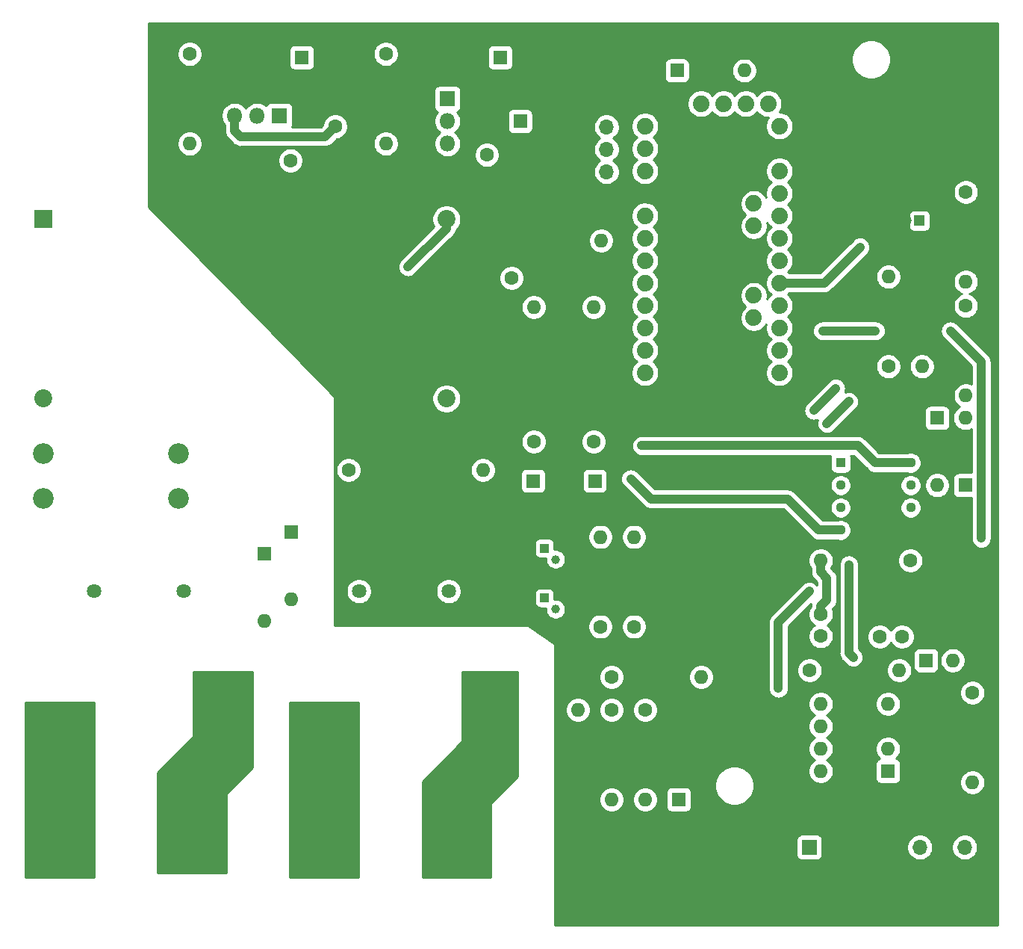
<source format=gbr>
%TF.GenerationSoftware,KiCad,Pcbnew,(5.1.10)-1*%
%TF.CreationDate,2022-04-20T23:12:05+01:00*%
%TF.ProjectId,EV_Charger2,45565f43-6861-4726-9765-72322e6b6963,rev?*%
%TF.SameCoordinates,Original*%
%TF.FileFunction,Copper,L2,Bot*%
%TF.FilePolarity,Positive*%
%FSLAX46Y46*%
G04 Gerber Fmt 4.6, Leading zero omitted, Abs format (unit mm)*
G04 Created by KiCad (PCBNEW (5.1.10)-1) date 2022-04-20 23:12:05*
%MOMM*%
%LPD*%
G01*
G04 APERTURE LIST*
%TA.AperFunction,ComponentPad*%
%ADD10R,1.600000X1.600000*%
%TD*%
%TA.AperFunction,ComponentPad*%
%ADD11O,1.600000X1.600000*%
%TD*%
%TA.AperFunction,ComponentPad*%
%ADD12C,1.600000*%
%TD*%
%TA.AperFunction,ComponentPad*%
%ADD13O,2.670000X5.340000*%
%TD*%
%TA.AperFunction,ComponentPad*%
%ADD14O,5.850000X2.925000*%
%TD*%
%TA.AperFunction,ComponentPad*%
%ADD15C,1.635000*%
%TD*%
%TA.AperFunction,ComponentPad*%
%ADD16C,1.000000*%
%TD*%
%TA.AperFunction,ComponentPad*%
%ADD17R,1.000000X1.000000*%
%TD*%
%TA.AperFunction,ComponentPad*%
%ADD18R,1.620000X1.620000*%
%TD*%
%TA.AperFunction,ComponentPad*%
%ADD19C,1.620000*%
%TD*%
%TA.AperFunction,ComponentPad*%
%ADD20C,2.350000*%
%TD*%
%TA.AperFunction,ComponentPad*%
%ADD21C,1.130000*%
%TD*%
%TA.AperFunction,ComponentPad*%
%ADD22R,1.130000X1.130000*%
%TD*%
%TA.AperFunction,ComponentPad*%
%ADD23O,1.700000X1.700000*%
%TD*%
%TA.AperFunction,ComponentPad*%
%ADD24R,1.700000X1.700000*%
%TD*%
%TA.AperFunction,ComponentPad*%
%ADD25C,4.500880*%
%TD*%
%TA.AperFunction,ComponentPad*%
%ADD26R,1.800000X1.800000*%
%TD*%
%TA.AperFunction,ComponentPad*%
%ADD27O,1.800000X1.800000*%
%TD*%
%TA.AperFunction,ComponentPad*%
%ADD28C,1.879600*%
%TD*%
%TA.AperFunction,ComponentPad*%
%ADD29C,2.030000*%
%TD*%
%TA.AperFunction,ComponentPad*%
%ADD30R,2.030000X2.030000*%
%TD*%
%TA.AperFunction,ComponentPad*%
%ADD31R,1.200000X1.200000*%
%TD*%
%TA.AperFunction,ComponentPad*%
%ADD32C,1.200000*%
%TD*%
%TA.AperFunction,ViaPad*%
%ADD33C,0.800000*%
%TD*%
%TA.AperFunction,Conductor*%
%ADD34C,1.000000*%
%TD*%
%TA.AperFunction,Conductor*%
%ADD35C,0.254000*%
%TD*%
%TA.AperFunction,Conductor*%
%ADD36C,0.100000*%
%TD*%
G04 APERTURE END LIST*
D10*
%TO.P,D7,1*%
%TO.N,+12V*%
X203000000Y-24000000D03*
D11*
%TO.P,D7,2*%
%TO.N,Net-(D7-Pad2)*%
X210620000Y-24000000D03*
%TD*%
D12*
%TO.P,R12,1*%
%TO.N,/GFCI*%
X235750000Y-37750000D03*
D11*
%TO.P,R12,2*%
%TO.N,Net-(D4-Pad1)*%
X235750000Y-47910000D03*
%TD*%
D12*
%TO.P,R11,1*%
%TO.N,-15V*%
X165750000Y-69250000D03*
D11*
%TO.P,R11,2*%
%TO.N,+15V*%
X180990000Y-69250000D03*
%TD*%
D13*
%TO.P,K1,3*%
%TO.N,/N_Out*%
X181875000Y-95000000D03*
D14*
%TO.P,K1,4*%
%TO.N,/N_In*%
X163125000Y-98430000D03*
D15*
%TO.P,K1,2*%
%TO.N,Net-(D5-Pad2)*%
X177095000Y-82990000D03*
%TO.P,K1,1*%
%TO.N,Net-(C4-Pad1)*%
X166935000Y-82990000D03*
%TD*%
D12*
%TO.P,R14,1*%
%TO.N,Net-(C5-Pad1)*%
X186750000Y-66040000D03*
D11*
%TO.P,R14,2*%
%TO.N,+15V*%
X186750000Y-50800000D03*
%TD*%
D12*
%TO.P,R13,1*%
%TO.N,Net-(C4-Pad1)*%
X193548000Y-66040000D03*
D11*
%TO.P,R13,2*%
%TO.N,+15V*%
X193548000Y-50800000D03*
%TD*%
D16*
%TO.P,Q2,2*%
%TO.N,Net-(Q2-Pad2)*%
X189230000Y-85020000D03*
%TO.P,Q2,3*%
%TO.N,Earth*%
X187960000Y-86290000D03*
D17*
%TO.P,Q2,1*%
%TO.N,Net-(D6-Pad2)*%
X187960000Y-83750000D03*
%TD*%
D12*
%TO.P,R17,1*%
%TO.N,-12V*%
X184250000Y-47500000D03*
D11*
%TO.P,R17,2*%
%TO.N,Earth*%
X194410000Y-47500000D03*
%TD*%
D12*
%TO.P,R3,1*%
%TO.N,Earth*%
X184250000Y-43250000D03*
D11*
%TO.P,R3,2*%
%TO.N,+12V*%
X194410000Y-43250000D03*
%TD*%
D18*
%TO.P,RV2,1*%
%TO.N,Net-(R19-Pad1)*%
X160460000Y-22500000D03*
D19*
%TO.P,RV2,2*%
%TO.N,Earth*%
X163000000Y-22500000D03*
%TO.P,RV2,3*%
X165540000Y-22500000D03*
%TD*%
D18*
%TO.P,RV1,1*%
%TO.N,Net-(R18-Pad1)*%
X182960000Y-22500000D03*
D19*
%TO.P,RV1,2*%
%TO.N,Earth*%
X185500000Y-22500000D03*
%TO.P,RV1,3*%
X188040000Y-22500000D03*
%TD*%
D20*
%TO.P,F1,2*%
%TO.N,/L_In*%
X131180000Y-72500000D03*
X131180000Y-67420000D03*
%TO.P,F1,1*%
%TO.N,Net-(F1-Pad1)*%
X146500000Y-72500000D03*
X146500000Y-67420000D03*
%TD*%
D21*
%TO.P,U3,8*%
%TO.N,+12V*%
X229490000Y-68445000D03*
%TO.P,U3,7*%
%TO.N,Net-(D3-Pad1)*%
X229490000Y-70985000D03*
%TO.P,U3,6*%
%TO.N,Net-(D3-Pad2)*%
X229490000Y-73525000D03*
%TO.P,U3,5*%
%TO.N,Earth*%
X229490000Y-76065000D03*
%TO.P,U3,4*%
%TO.N,-12V*%
X221550000Y-76065000D03*
%TO.P,U3,3*%
%TO.N,Net-(R5-Pad1)*%
X221550000Y-73525000D03*
%TO.P,U3,2*%
%TO.N,/PWM*%
X221550000Y-70985000D03*
D22*
%TO.P,U3,1*%
%TO.N,Net-(R8-Pad1)*%
X221550000Y-68445000D03*
%TD*%
D23*
%TO.P,J3,2*%
%TO.N,Earth*%
X220540000Y-112000000D03*
D24*
%TO.P,J3,1*%
%TO.N,Net-(J3-Pad1)*%
X218000000Y-112000000D03*
%TD*%
D25*
%TO.P,GND,1*%
%TO.N,Earth*%
X208000000Y-112000000D03*
%TD*%
%TO.P,GND,1*%
%TO.N,Earth*%
X193000000Y-112000000D03*
%TD*%
%TO.P,N Out,1*%
%TO.N,/N_Out*%
X178000000Y-112000000D03*
%TD*%
%TO.P,N In,1*%
%TO.N,/N_In*%
X163000000Y-112000000D03*
%TD*%
%TO.P,L Out,1*%
%TO.N,/L_Out*%
X148000000Y-112000000D03*
%TD*%
%TO.P,L In,1*%
%TO.N,/L_In*%
X133000000Y-112000000D03*
%TD*%
D12*
%TO.P,R20,1*%
%TO.N,/PWM_Read*%
X195580000Y-92710000D03*
D11*
%TO.P,R20,2*%
%TO.N,+5V*%
X205740000Y-92710000D03*
%TD*%
D12*
%TO.P,R19,1*%
%TO.N,Net-(R19-Pad1)*%
X147755000Y-22115000D03*
D11*
%TO.P,R19,2*%
%TO.N,-12V*%
X147755000Y-32275000D03*
%TD*%
D12*
%TO.P,R18,1*%
%TO.N,Net-(R18-Pad1)*%
X169980000Y-22115000D03*
D11*
%TO.P,R18,2*%
%TO.N,+12V*%
X169980000Y-32275000D03*
%TD*%
D24*
%TO.P,J2,1*%
%TO.N,Earth*%
X195000000Y-38000000D03*
D23*
%TO.P,J2,2*%
%TO.N,Net-(J2-Pad2)*%
X195000000Y-35460000D03*
%TO.P,J2,3*%
%TO.N,Net-(J2-Pad3)*%
X195000000Y-32920000D03*
%TO.P,J2,4*%
%TO.N,Net-(J2-Pad4)*%
X195000000Y-30380000D03*
%TD*%
D10*
%TO.P,C9,1*%
%TO.N,Earth*%
X164265000Y-27830000D03*
D12*
%TO.P,C9,2*%
%TO.N,-12V*%
X164265000Y-30330000D03*
%TD*%
D10*
%TO.P,C8,1*%
%TO.N,+12V*%
X185220000Y-29735000D03*
D12*
%TO.P,C8,2*%
%TO.N,Earth*%
X185220000Y-27235000D03*
%TD*%
%TO.P,C7,1*%
%TO.N,-15V*%
X159185000Y-34180000D03*
%TO.P,C7,2*%
%TO.N,Earth*%
X161685000Y-34180000D03*
%TD*%
%TO.P,C6,1*%
%TO.N,Earth*%
X183950000Y-33545000D03*
%TO.P,C6,2*%
%TO.N,+15V*%
X181450000Y-33545000D03*
%TD*%
D26*
%TO.P,U6,1*%
%TO.N,Net-(R19-Pad1)*%
X157915000Y-29100000D03*
D27*
%TO.P,U6,2*%
%TO.N,-15V*%
X155375000Y-29100000D03*
%TO.P,U6,3*%
%TO.N,-12V*%
X152835000Y-29100000D03*
%TD*%
D26*
%TO.P,U5,1*%
%TO.N,Net-(R18-Pad1)*%
X176965000Y-27195000D03*
D27*
%TO.P,U5,2*%
%TO.N,+12V*%
X176965000Y-29735000D03*
%TO.P,U5,3*%
%TO.N,+15V*%
X176965000Y-32275000D03*
%TD*%
D10*
%TO.P,TVS1,1*%
%TO.N,Net-(J3-Pad1)*%
X203200000Y-106585000D03*
D11*
%TO.P,TVS1,2*%
%TO.N,Earth*%
X203200000Y-96425000D03*
%TD*%
D12*
%TO.P,R16,1*%
%TO.N,Net-(Q2-Pad2)*%
X194310000Y-86995000D03*
D11*
%TO.P,R16,2*%
%TO.N,/Relay_2_Drive*%
X194310000Y-76835000D03*
%TD*%
D12*
%TO.P,R15,1*%
%TO.N,Net-(Q1-Pad2)*%
X198120000Y-86995000D03*
D11*
%TO.P,R15,2*%
%TO.N,/Relay_1_Drive*%
X198120000Y-76835000D03*
%TD*%
D12*
%TO.P,R10,1*%
%TO.N,Earth*%
X191770000Y-106585000D03*
D11*
%TO.P,R10,2*%
%TO.N,/PWM_Read*%
X191770000Y-96425000D03*
%TD*%
D12*
%TO.P,R9,1*%
%TO.N,/PWM_Read*%
X195580000Y-96425000D03*
D11*
%TO.P,R9,2*%
%TO.N,Net-(J3-Pad1)*%
X195580000Y-106585000D03*
%TD*%
D12*
%TO.P,R8,1*%
%TO.N,Net-(R8-Pad1)*%
X199390000Y-96425000D03*
D11*
%TO.P,R8,2*%
%TO.N,Net-(J3-Pad1)*%
X199390000Y-106585000D03*
%TD*%
D12*
%TO.P,R7,1*%
%TO.N,Net-(D4-Pad1)*%
X235750000Y-50665000D03*
D11*
%TO.P,R7,2*%
%TO.N,Net-(D3-Pad2)*%
X235750000Y-60825000D03*
%TD*%
D12*
%TO.P,R6,1*%
%TO.N,Earth*%
X230765000Y-47365000D03*
D11*
%TO.P,R6,2*%
%TO.N,Net-(R5-Pad1)*%
X230765000Y-57525000D03*
%TD*%
D12*
%TO.P,R5,1*%
%TO.N,Net-(R5-Pad1)*%
X226955000Y-57525000D03*
D11*
%TO.P,R5,2*%
%TO.N,+5V*%
X226955000Y-47365000D03*
%TD*%
D12*
%TO.P,R4,1*%
%TO.N,Net-(D3-Pad2)*%
X229465000Y-79500000D03*
D11*
%TO.P,R4,2*%
%TO.N,Net-(C2-Pad1)*%
X219305000Y-79500000D03*
%TD*%
D12*
%TO.P,R2,1*%
%TO.N,Net-(C1-Pad1)*%
X218035000Y-91940000D03*
D11*
%TO.P,R2,2*%
%TO.N,Net-(C1-Pad2)*%
X228195000Y-91940000D03*
%TD*%
D12*
%TO.P,R1,1*%
%TO.N,/GFCI_Test*%
X236500000Y-94500000D03*
D11*
%TO.P,R1,2*%
%TO.N,Net-(J1-Pad4)*%
X236500000Y-104660000D03*
%TD*%
D28*
%TO.P,U1,JP1_1*%
%TO.N,Net-(U1-PadJP1_1)*%
X213350000Y-27760000D03*
%TO.P,U1,JP1_2*%
%TO.N,Net-(U1-PadJP1_2)*%
X210810000Y-27760000D03*
%TO.P,U1,JP1_3*%
%TO.N,Net-(U1-PadJP1_3)*%
X208270000Y-27760000D03*
%TO.P,U1,JP1_4*%
%TO.N,+5V*%
X205730000Y-27760000D03*
%TO.P,U1,JP1_5*%
%TO.N,Earth*%
X203190000Y-27760000D03*
%TO.P,U1,JP1_6*%
X200650000Y-27760000D03*
%TO.P,U1,JP2_1*%
%TO.N,Net-(U1-PadJP2_1)*%
X211699000Y-41603000D03*
%TO.P,U1,JP2_2*%
%TO.N,Net-(U1-PadJP2_2)*%
X211699000Y-39063000D03*
%TO.P,U1,JP3_2*%
%TO.N,Net-(U1-PadJP3_2)*%
X211699000Y-49477000D03*
%TO.P,U1,JP3_1*%
%TO.N,Net-(U1-PadJP3_1)*%
X211699000Y-52017000D03*
%TO.P,U1,JP6_1*%
%TO.N,Net-(D7-Pad2)*%
X214620000Y-30300000D03*
%TO.P,U1,JP6_2*%
%TO.N,Earth*%
X214620000Y-32840000D03*
%TO.P,U1,JP6_3*%
%TO.N,Net-(U1-PadJP6_3)*%
X214620000Y-35380000D03*
%TO.P,U1,JP6_4*%
%TO.N,+5V*%
X214620000Y-37920000D03*
%TO.P,U1,JP6_5*%
%TO.N,Net-(U1-PadJP6_5)*%
X214620000Y-40460000D03*
%TO.P,U1,JP6_6*%
%TO.N,Net-(U1-PadJP6_6)*%
X214620000Y-43000000D03*
%TO.P,U1,JP6_7*%
%TO.N,/PWM_Read*%
X214620000Y-45540000D03*
%TO.P,U1,JP6_8*%
%TO.N,/GFCI*%
X214620000Y-48080000D03*
%TO.P,U1,JP6_9*%
%TO.N,Net-(U1-PadJP6_9)*%
X214620000Y-50620000D03*
%TO.P,U1,JP6_10*%
%TO.N,Net-(U1-PadJP6_10)*%
X214620000Y-53160000D03*
%TO.P,U1,JP6_11*%
%TO.N,/GFCI_Test*%
X214620000Y-55700000D03*
%TO.P,U1,JP6_12*%
%TO.N,/PWM*%
X214620000Y-58240000D03*
%TO.P,U1,JP7_1*%
%TO.N,Net-(U1-PadJP7_1)*%
X199380000Y-58240000D03*
%TO.P,U1,JP7_2*%
%TO.N,/Relay_2_Drive*%
X199380000Y-55700000D03*
%TO.P,U1,JP7_3*%
%TO.N,/Relay_1_Drive*%
X199380000Y-53160000D03*
%TO.P,U1,JP7_4*%
%TO.N,Net-(U1-PadJP7_4)*%
X199380000Y-50620000D03*
%TO.P,U1,JP7_5*%
%TO.N,Net-(U1-PadJP7_5)*%
X199380000Y-48080000D03*
%TO.P,U1,JP7_6*%
%TO.N,Net-(U1-PadJP7_6)*%
X199380000Y-45540000D03*
%TO.P,U1,JP7_7*%
%TO.N,Net-(U1-PadJP7_7)*%
X199380000Y-43000000D03*
%TO.P,U1,JP7_8*%
%TO.N,Net-(U1-PadJP7_8)*%
X199380000Y-40460000D03*
%TO.P,U1,JP7_9*%
%TO.N,Earth*%
X199380000Y-37920000D03*
%TO.P,U1,JP7_10*%
%TO.N,Net-(J2-Pad2)*%
X199380000Y-35380000D03*
%TO.P,U1,JP7_11*%
%TO.N,Net-(J2-Pad3)*%
X199380000Y-32840000D03*
%TO.P,U1,JP7_12*%
%TO.N,Net-(J2-Pad4)*%
X199380000Y-30300000D03*
%TD*%
D29*
%TO.P,PS1,3*%
%TO.N,-15V*%
X176860000Y-61160000D03*
%TO.P,PS1,5*%
%TO.N,+15V*%
X176860000Y-40840000D03*
%TO.P,PS1,4*%
%TO.N,Earth*%
X176860000Y-51000000D03*
%TO.P,PS1,2*%
%TO.N,Net-(F1-Pad1)*%
X131140000Y-61160000D03*
D30*
%TO.P,PS1,1*%
%TO.N,/N_In*%
X131140000Y-40840000D03*
%TD*%
D13*
%TO.P,K2,3*%
%TO.N,/L_Out*%
X151875000Y-95000000D03*
D14*
%TO.P,K2,4*%
%TO.N,/L_In*%
X133125000Y-98430000D03*
D15*
%TO.P,K2,2*%
%TO.N,Net-(C5-Pad1)*%
X147095000Y-82990000D03*
%TO.P,K2,1*%
%TO.N,Net-(D6-Pad2)*%
X136935000Y-82990000D03*
%TD*%
D10*
%TO.P,U2,1*%
%TO.N,Net-(U2-Pad1)*%
X226925000Y-103370000D03*
D11*
%TO.P,U2,5*%
%TO.N,Net-(U2-Pad5)*%
X219305000Y-95750000D03*
%TO.P,U2,2*%
%TO.N,Net-(C1-Pad2)*%
X226925000Y-100830000D03*
%TO.P,U2,6*%
%TO.N,Net-(C1-Pad1)*%
X219305000Y-98290000D03*
%TO.P,U2,3*%
%TO.N,Earth*%
X226925000Y-98290000D03*
%TO.P,U2,7*%
%TO.N,+12V*%
X219305000Y-100830000D03*
%TO.P,U2,4*%
%TO.N,-12V*%
X226925000Y-95750000D03*
%TO.P,U2,8*%
%TO.N,Net-(U2-Pad8)*%
X219305000Y-103370000D03*
%TD*%
D16*
%TO.P,Q1,2*%
%TO.N,Net-(Q1-Pad2)*%
X189230000Y-79375000D03*
%TO.P,Q1,3*%
%TO.N,Earth*%
X187960000Y-80645000D03*
D17*
%TO.P,Q1,1*%
%TO.N,Net-(D5-Pad2)*%
X187960000Y-78105000D03*
%TD*%
D24*
%TO.P,J1,1*%
%TO.N,Earth*%
X228000000Y-112000000D03*
D23*
%TO.P,J1,2*%
%TO.N,Net-(C1-Pad2)*%
X230540000Y-112000000D03*
%TO.P,J1,3*%
%TO.N,Earth*%
X233080000Y-112000000D03*
%TO.P,J1,4*%
%TO.N,Net-(J1-Pad4)*%
X235620000Y-112000000D03*
%TD*%
D10*
%TO.P,D6,1*%
%TO.N,Net-(C5-Pad1)*%
X156210000Y-78750000D03*
D11*
%TO.P,D6,2*%
%TO.N,Net-(D6-Pad2)*%
X156210000Y-86370000D03*
%TD*%
D10*
%TO.P,D5,1*%
%TO.N,Net-(C4-Pad1)*%
X159250000Y-76250000D03*
D11*
%TO.P,D5,2*%
%TO.N,Net-(D5-Pad2)*%
X159250000Y-83870000D03*
%TD*%
D10*
%TO.P,D4,1*%
%TO.N,Net-(D4-Pad1)*%
X232505000Y-63365000D03*
D11*
%TO.P,D4,2*%
%TO.N,Net-(D3-Pad1)*%
X232505000Y-70985000D03*
%TD*%
D10*
%TO.P,D3,1*%
%TO.N,Net-(D3-Pad1)*%
X235680000Y-70985000D03*
D11*
%TO.P,D3,2*%
%TO.N,Net-(D3-Pad2)*%
X235680000Y-63365000D03*
%TD*%
D10*
%TO.P,D2,1*%
%TO.N,Net-(C1-Pad2)*%
X231250000Y-90820000D03*
D11*
%TO.P,D2,2*%
%TO.N,Earth*%
X231250000Y-83200000D03*
%TD*%
D10*
%TO.P,D1,1*%
%TO.N,Earth*%
X234250000Y-83200000D03*
D11*
%TO.P,D1,2*%
%TO.N,Net-(C1-Pad2)*%
X234250000Y-90820000D03*
%TD*%
D10*
%TO.P,C5,1*%
%TO.N,Net-(C5-Pad1)*%
X186690000Y-70485000D03*
D12*
%TO.P,C5,2*%
%TO.N,Earth*%
X184190000Y-70485000D03*
%TD*%
D10*
%TO.P,C4,1*%
%TO.N,Net-(C4-Pad1)*%
X193675000Y-70485000D03*
D12*
%TO.P,C4,2*%
%TO.N,Earth*%
X191175000Y-70485000D03*
%TD*%
D31*
%TO.P,C3,1*%
%TO.N,/GFCI*%
X230500000Y-41000000D03*
D32*
%TO.P,C3,2*%
%TO.N,Earth*%
X229000000Y-41000000D03*
%TD*%
D12*
%TO.P,C2,1*%
%TO.N,Net-(C2-Pad1)*%
X219305000Y-85590000D03*
%TO.P,C2,2*%
%TO.N,Net-(C1-Pad1)*%
X219305000Y-88090000D03*
%TD*%
%TO.P,C1,1*%
%TO.N,Net-(C1-Pad1)*%
X226000000Y-88130000D03*
%TO.P,C1,2*%
%TO.N,Net-(C1-Pad2)*%
X228500000Y-88130000D03*
%TD*%
D33*
%TO.N,+5V*%
X220000000Y-64000000D03*
X222500000Y-61500000D03*
%TO.N,+12V*%
X214500000Y-94000000D03*
X218000000Y-83000000D03*
X199000000Y-66500000D03*
%TO.N,-12V*%
X223000000Y-90500000D03*
X222500000Y-80000000D03*
X197750000Y-70250000D03*
%TO.N,/GFCI*%
X223750000Y-44000000D03*
%TO.N,/GFCI_Test*%
X237500000Y-77000000D03*
X234000000Y-53500000D03*
X225500000Y-53500000D03*
X219500000Y-53500000D03*
%TO.N,/PWM_Read*%
X218500000Y-62500000D03*
X221000000Y-60000000D03*
%TO.N,+15V*%
X172500000Y-46250000D03*
%TD*%
D34*
%TO.N,Net-(C2-Pad1)*%
X219305000Y-79500000D02*
X219305000Y-80805000D01*
X219305000Y-80805000D02*
X220000000Y-81500000D01*
X220000000Y-81500000D02*
X220000000Y-84000000D01*
X220000000Y-84000000D02*
X219305000Y-84695000D01*
X219305000Y-85590000D02*
X219305000Y-84695000D01*
%TO.N,+5V*%
X220000000Y-64000000D02*
X222500000Y-61500000D01*
%TO.N,+12V*%
X214500000Y-94000000D02*
X214500000Y-86500000D01*
X214500000Y-86500000D02*
X218000000Y-83000000D01*
X223500000Y-66500000D02*
X200010000Y-66500000D01*
X225445000Y-68445000D02*
X223500000Y-66500000D01*
X229490000Y-68445000D02*
X225445000Y-68445000D01*
X200010000Y-66500000D02*
X199000000Y-66500000D01*
%TO.N,-12V*%
X223000000Y-90500000D02*
X222500000Y-90000000D01*
X222500000Y-90000000D02*
X222500000Y-80000000D01*
X152835000Y-29100000D02*
X152835000Y-30835000D01*
X152835000Y-30835000D02*
X153500000Y-31500000D01*
X163095000Y-31500000D02*
X164265000Y-30330000D01*
X153500000Y-31500000D02*
X163095000Y-31500000D01*
X200050000Y-72550000D02*
X197750000Y-70250000D01*
X215550000Y-72550000D02*
X200050000Y-72550000D01*
X219065000Y-76065000D02*
X215550000Y-72550000D01*
X221550000Y-76065000D02*
X219065000Y-76065000D01*
%TO.N,/GFCI*%
X219670000Y-48080000D02*
X223750000Y-44000000D01*
X214620000Y-48080000D02*
X219670000Y-48080000D01*
%TO.N,/GFCI_Test*%
X237500000Y-77000000D02*
X237500000Y-58500000D01*
X237500000Y-58500000D02*
X237500000Y-58000000D01*
X237500000Y-57000000D02*
X234000000Y-53500000D01*
X237500000Y-58000000D02*
X237500000Y-57000000D01*
X225500000Y-53500000D02*
X224500000Y-53500000D01*
X224500000Y-53500000D02*
X219500000Y-53500000D01*
%TO.N,/PWM_Read*%
X218500000Y-62500000D02*
X221000000Y-60000000D01*
%TO.N,+15V*%
X176860000Y-41890000D02*
X172500000Y-46250000D01*
X176860000Y-40840000D02*
X176860000Y-41890000D01*
%TD*%
D35*
%TO.N,/L_In*%
X136873000Y-115373000D02*
X129127000Y-115373000D01*
X129127000Y-95627000D01*
X136873000Y-95627000D01*
X136873000Y-115373000D01*
%TA.AperFunction,Conductor*%
D36*
G36*
X136873000Y-115373000D02*
G01*
X129127000Y-115373000D01*
X129127000Y-95627000D01*
X136873000Y-95627000D01*
X136873000Y-115373000D01*
G37*
%TD.AperFunction*%
%TD*%
D35*
%TO.N,/L_Out*%
X154873000Y-102947394D02*
X151910197Y-105910197D01*
X151894403Y-105929443D01*
X151882667Y-105951399D01*
X151875440Y-105975224D01*
X151873000Y-106000000D01*
X151873000Y-114873000D01*
X144127000Y-114873000D01*
X144127000Y-103552606D01*
X148089803Y-99589803D01*
X148105597Y-99570557D01*
X148117333Y-99548601D01*
X148124560Y-99524776D01*
X148127000Y-99500000D01*
X148127000Y-92127000D01*
X154873000Y-92127000D01*
X154873000Y-102947394D01*
%TA.AperFunction,Conductor*%
D36*
G36*
X154873000Y-102947394D02*
G01*
X151910197Y-105910197D01*
X151894403Y-105929443D01*
X151882667Y-105951399D01*
X151875440Y-105975224D01*
X151873000Y-106000000D01*
X151873000Y-114873000D01*
X144127000Y-114873000D01*
X144127000Y-103552606D01*
X148089803Y-99589803D01*
X148105597Y-99570557D01*
X148117333Y-99548601D01*
X148124560Y-99524776D01*
X148127000Y-99500000D01*
X148127000Y-92127000D01*
X154873000Y-92127000D01*
X154873000Y-102947394D01*
G37*
%TD.AperFunction*%
%TD*%
D35*
%TO.N,/N_In*%
X166873000Y-115373000D02*
X159127000Y-115373000D01*
X159127000Y-95627000D01*
X166873000Y-95627000D01*
X166873000Y-115373000D01*
%TA.AperFunction,Conductor*%
D36*
G36*
X166873000Y-115373000D02*
G01*
X159127000Y-115373000D01*
X159127000Y-95627000D01*
X166873000Y-95627000D01*
X166873000Y-115373000D01*
G37*
%TD.AperFunction*%
%TD*%
D35*
%TO.N,/N_Out*%
X184873000Y-103947394D02*
X181910197Y-106910197D01*
X181894403Y-106929443D01*
X181882667Y-106951399D01*
X181875440Y-106975224D01*
X181873000Y-107000000D01*
X181873000Y-115373000D01*
X174127000Y-115373000D01*
X174127000Y-104552606D01*
X178589803Y-100089803D01*
X178605597Y-100070557D01*
X178617333Y-100048601D01*
X178624560Y-100024776D01*
X178627000Y-100000000D01*
X178627000Y-92127000D01*
X184873000Y-92127000D01*
X184873000Y-103947394D01*
%TA.AperFunction,Conductor*%
D36*
G36*
X184873000Y-103947394D02*
G01*
X181910197Y-106910197D01*
X181894403Y-106929443D01*
X181882667Y-106951399D01*
X181875440Y-106975224D01*
X181873000Y-107000000D01*
X181873000Y-115373000D01*
X174127000Y-115373000D01*
X174127000Y-104552606D01*
X178589803Y-100089803D01*
X178605597Y-100070557D01*
X178617333Y-100048601D01*
X178624560Y-100024776D01*
X178627000Y-100000000D01*
X178627000Y-92127000D01*
X184873000Y-92127000D01*
X184873000Y-103947394D01*
G37*
%TD.AperFunction*%
%TD*%
D35*
%TO.N,Earth*%
X239340001Y-120840000D02*
X189127000Y-120840000D01*
X189127000Y-111150000D01*
X216511928Y-111150000D01*
X216511928Y-112850000D01*
X216524188Y-112974482D01*
X216560498Y-113094180D01*
X216619463Y-113204494D01*
X216698815Y-113301185D01*
X216795506Y-113380537D01*
X216905820Y-113439502D01*
X217025518Y-113475812D01*
X217150000Y-113488072D01*
X218850000Y-113488072D01*
X218974482Y-113475812D01*
X219094180Y-113439502D01*
X219204494Y-113380537D01*
X219301185Y-113301185D01*
X219380537Y-113204494D01*
X219439502Y-113094180D01*
X219475812Y-112974482D01*
X219488072Y-112850000D01*
X219488072Y-111853740D01*
X229055000Y-111853740D01*
X229055000Y-112146260D01*
X229112068Y-112433158D01*
X229224010Y-112703411D01*
X229386525Y-112946632D01*
X229593368Y-113153475D01*
X229836589Y-113315990D01*
X230106842Y-113427932D01*
X230393740Y-113485000D01*
X230686260Y-113485000D01*
X230973158Y-113427932D01*
X231243411Y-113315990D01*
X231486632Y-113153475D01*
X231693475Y-112946632D01*
X231855990Y-112703411D01*
X231967932Y-112433158D01*
X232025000Y-112146260D01*
X232025000Y-111853740D01*
X234135000Y-111853740D01*
X234135000Y-112146260D01*
X234192068Y-112433158D01*
X234304010Y-112703411D01*
X234466525Y-112946632D01*
X234673368Y-113153475D01*
X234916589Y-113315990D01*
X235186842Y-113427932D01*
X235473740Y-113485000D01*
X235766260Y-113485000D01*
X236053158Y-113427932D01*
X236323411Y-113315990D01*
X236566632Y-113153475D01*
X236773475Y-112946632D01*
X236935990Y-112703411D01*
X237047932Y-112433158D01*
X237105000Y-112146260D01*
X237105000Y-111853740D01*
X237047932Y-111566842D01*
X236935990Y-111296589D01*
X236773475Y-111053368D01*
X236566632Y-110846525D01*
X236323411Y-110684010D01*
X236053158Y-110572068D01*
X235766260Y-110515000D01*
X235473740Y-110515000D01*
X235186842Y-110572068D01*
X234916589Y-110684010D01*
X234673368Y-110846525D01*
X234466525Y-111053368D01*
X234304010Y-111296589D01*
X234192068Y-111566842D01*
X234135000Y-111853740D01*
X232025000Y-111853740D01*
X231967932Y-111566842D01*
X231855990Y-111296589D01*
X231693475Y-111053368D01*
X231486632Y-110846525D01*
X231243411Y-110684010D01*
X230973158Y-110572068D01*
X230686260Y-110515000D01*
X230393740Y-110515000D01*
X230106842Y-110572068D01*
X229836589Y-110684010D01*
X229593368Y-110846525D01*
X229386525Y-111053368D01*
X229224010Y-111296589D01*
X229112068Y-111566842D01*
X229055000Y-111853740D01*
X219488072Y-111853740D01*
X219488072Y-111150000D01*
X219475812Y-111025518D01*
X219439502Y-110905820D01*
X219380537Y-110795506D01*
X219301185Y-110698815D01*
X219204494Y-110619463D01*
X219094180Y-110560498D01*
X218974482Y-110524188D01*
X218850000Y-110511928D01*
X217150000Y-110511928D01*
X217025518Y-110524188D01*
X216905820Y-110560498D01*
X216795506Y-110619463D01*
X216698815Y-110698815D01*
X216619463Y-110795506D01*
X216560498Y-110905820D01*
X216524188Y-111025518D01*
X216511928Y-111150000D01*
X189127000Y-111150000D01*
X189127000Y-106443665D01*
X194145000Y-106443665D01*
X194145000Y-106726335D01*
X194200147Y-107003574D01*
X194308320Y-107264727D01*
X194465363Y-107499759D01*
X194665241Y-107699637D01*
X194900273Y-107856680D01*
X195161426Y-107964853D01*
X195438665Y-108020000D01*
X195721335Y-108020000D01*
X195998574Y-107964853D01*
X196259727Y-107856680D01*
X196494759Y-107699637D01*
X196694637Y-107499759D01*
X196851680Y-107264727D01*
X196959853Y-107003574D01*
X197015000Y-106726335D01*
X197015000Y-106443665D01*
X197955000Y-106443665D01*
X197955000Y-106726335D01*
X198010147Y-107003574D01*
X198118320Y-107264727D01*
X198275363Y-107499759D01*
X198475241Y-107699637D01*
X198710273Y-107856680D01*
X198971426Y-107964853D01*
X199248665Y-108020000D01*
X199531335Y-108020000D01*
X199808574Y-107964853D01*
X200069727Y-107856680D01*
X200304759Y-107699637D01*
X200504637Y-107499759D01*
X200661680Y-107264727D01*
X200769853Y-107003574D01*
X200825000Y-106726335D01*
X200825000Y-106443665D01*
X200769853Y-106166426D01*
X200661680Y-105905273D01*
X200581317Y-105785000D01*
X201761928Y-105785000D01*
X201761928Y-107385000D01*
X201774188Y-107509482D01*
X201810498Y-107629180D01*
X201869463Y-107739494D01*
X201948815Y-107836185D01*
X202045506Y-107915537D01*
X202155820Y-107974502D01*
X202275518Y-108010812D01*
X202400000Y-108023072D01*
X204000000Y-108023072D01*
X204124482Y-108010812D01*
X204244180Y-107974502D01*
X204354494Y-107915537D01*
X204451185Y-107836185D01*
X204530537Y-107739494D01*
X204589502Y-107629180D01*
X204625812Y-107509482D01*
X204638072Y-107385000D01*
X204638072Y-105785000D01*
X204625812Y-105660518D01*
X204589502Y-105540820D01*
X204530537Y-105430506D01*
X204451185Y-105333815D01*
X204354494Y-105254463D01*
X204244180Y-105195498D01*
X204124482Y-105159188D01*
X204000000Y-105146928D01*
X202400000Y-105146928D01*
X202275518Y-105159188D01*
X202155820Y-105195498D01*
X202045506Y-105254463D01*
X201948815Y-105333815D01*
X201869463Y-105430506D01*
X201810498Y-105540820D01*
X201774188Y-105660518D01*
X201761928Y-105785000D01*
X200581317Y-105785000D01*
X200504637Y-105670241D01*
X200304759Y-105470363D01*
X200069727Y-105313320D01*
X199808574Y-105205147D01*
X199531335Y-105150000D01*
X199248665Y-105150000D01*
X198971426Y-105205147D01*
X198710273Y-105313320D01*
X198475241Y-105470363D01*
X198275363Y-105670241D01*
X198118320Y-105905273D01*
X198010147Y-106166426D01*
X197955000Y-106443665D01*
X197015000Y-106443665D01*
X196959853Y-106166426D01*
X196851680Y-105905273D01*
X196694637Y-105670241D01*
X196494759Y-105470363D01*
X196259727Y-105313320D01*
X195998574Y-105205147D01*
X195721335Y-105150000D01*
X195438665Y-105150000D01*
X195161426Y-105205147D01*
X194900273Y-105313320D01*
X194665241Y-105470363D01*
X194465363Y-105670241D01*
X194308320Y-105905273D01*
X194200147Y-106166426D01*
X194145000Y-106443665D01*
X189127000Y-106443665D01*
X189127000Y-104779872D01*
X207265000Y-104779872D01*
X207265000Y-105220128D01*
X207350890Y-105651925D01*
X207519369Y-106058669D01*
X207763962Y-106424729D01*
X208075271Y-106736038D01*
X208441331Y-106980631D01*
X208848075Y-107149110D01*
X209279872Y-107235000D01*
X209720128Y-107235000D01*
X210151925Y-107149110D01*
X210558669Y-106980631D01*
X210924729Y-106736038D01*
X211236038Y-106424729D01*
X211480631Y-106058669D01*
X211649110Y-105651925D01*
X211735000Y-105220128D01*
X211735000Y-104779872D01*
X211649110Y-104348075D01*
X211480631Y-103941331D01*
X211236038Y-103575271D01*
X210924729Y-103263962D01*
X210558669Y-103019369D01*
X210151925Y-102850890D01*
X209720128Y-102765000D01*
X209279872Y-102765000D01*
X208848075Y-102850890D01*
X208441331Y-103019369D01*
X208075271Y-103263962D01*
X207763962Y-103575271D01*
X207519369Y-103941331D01*
X207350890Y-104348075D01*
X207265000Y-104779872D01*
X189127000Y-104779872D01*
X189127000Y-96283665D01*
X190335000Y-96283665D01*
X190335000Y-96566335D01*
X190390147Y-96843574D01*
X190498320Y-97104727D01*
X190655363Y-97339759D01*
X190855241Y-97539637D01*
X191090273Y-97696680D01*
X191351426Y-97804853D01*
X191628665Y-97860000D01*
X191911335Y-97860000D01*
X192188574Y-97804853D01*
X192449727Y-97696680D01*
X192684759Y-97539637D01*
X192884637Y-97339759D01*
X193041680Y-97104727D01*
X193149853Y-96843574D01*
X193205000Y-96566335D01*
X193205000Y-96283665D01*
X194145000Y-96283665D01*
X194145000Y-96566335D01*
X194200147Y-96843574D01*
X194308320Y-97104727D01*
X194465363Y-97339759D01*
X194665241Y-97539637D01*
X194900273Y-97696680D01*
X195161426Y-97804853D01*
X195438665Y-97860000D01*
X195721335Y-97860000D01*
X195998574Y-97804853D01*
X196259727Y-97696680D01*
X196494759Y-97539637D01*
X196694637Y-97339759D01*
X196851680Y-97104727D01*
X196959853Y-96843574D01*
X197015000Y-96566335D01*
X197015000Y-96283665D01*
X197955000Y-96283665D01*
X197955000Y-96566335D01*
X198010147Y-96843574D01*
X198118320Y-97104727D01*
X198275363Y-97339759D01*
X198475241Y-97539637D01*
X198710273Y-97696680D01*
X198971426Y-97804853D01*
X199248665Y-97860000D01*
X199531335Y-97860000D01*
X199808574Y-97804853D01*
X200069727Y-97696680D01*
X200304759Y-97539637D01*
X200504637Y-97339759D01*
X200661680Y-97104727D01*
X200769853Y-96843574D01*
X200825000Y-96566335D01*
X200825000Y-96283665D01*
X200769853Y-96006426D01*
X200661680Y-95745273D01*
X200570402Y-95608665D01*
X217870000Y-95608665D01*
X217870000Y-95891335D01*
X217925147Y-96168574D01*
X218033320Y-96429727D01*
X218190363Y-96664759D01*
X218390241Y-96864637D01*
X218622759Y-97020000D01*
X218390241Y-97175363D01*
X218190363Y-97375241D01*
X218033320Y-97610273D01*
X217925147Y-97871426D01*
X217870000Y-98148665D01*
X217870000Y-98431335D01*
X217925147Y-98708574D01*
X218033320Y-98969727D01*
X218190363Y-99204759D01*
X218390241Y-99404637D01*
X218622759Y-99560000D01*
X218390241Y-99715363D01*
X218190363Y-99915241D01*
X218033320Y-100150273D01*
X217925147Y-100411426D01*
X217870000Y-100688665D01*
X217870000Y-100971335D01*
X217925147Y-101248574D01*
X218033320Y-101509727D01*
X218190363Y-101744759D01*
X218390241Y-101944637D01*
X218622759Y-102100000D01*
X218390241Y-102255363D01*
X218190363Y-102455241D01*
X218033320Y-102690273D01*
X217925147Y-102951426D01*
X217870000Y-103228665D01*
X217870000Y-103511335D01*
X217925147Y-103788574D01*
X218033320Y-104049727D01*
X218190363Y-104284759D01*
X218390241Y-104484637D01*
X218625273Y-104641680D01*
X218886426Y-104749853D01*
X219163665Y-104805000D01*
X219446335Y-104805000D01*
X219723574Y-104749853D01*
X219984727Y-104641680D01*
X220219759Y-104484637D01*
X220419637Y-104284759D01*
X220576680Y-104049727D01*
X220684853Y-103788574D01*
X220740000Y-103511335D01*
X220740000Y-103228665D01*
X220684853Y-102951426D01*
X220576680Y-102690273D01*
X220496317Y-102570000D01*
X225486928Y-102570000D01*
X225486928Y-104170000D01*
X225499188Y-104294482D01*
X225535498Y-104414180D01*
X225594463Y-104524494D01*
X225673815Y-104621185D01*
X225770506Y-104700537D01*
X225880820Y-104759502D01*
X226000518Y-104795812D01*
X226125000Y-104808072D01*
X227725000Y-104808072D01*
X227849482Y-104795812D01*
X227969180Y-104759502D01*
X228079494Y-104700537D01*
X228176185Y-104621185D01*
X228255537Y-104524494D01*
X228258652Y-104518665D01*
X235065000Y-104518665D01*
X235065000Y-104801335D01*
X235120147Y-105078574D01*
X235228320Y-105339727D01*
X235385363Y-105574759D01*
X235585241Y-105774637D01*
X235820273Y-105931680D01*
X236081426Y-106039853D01*
X236358665Y-106095000D01*
X236641335Y-106095000D01*
X236918574Y-106039853D01*
X237179727Y-105931680D01*
X237414759Y-105774637D01*
X237614637Y-105574759D01*
X237771680Y-105339727D01*
X237879853Y-105078574D01*
X237935000Y-104801335D01*
X237935000Y-104518665D01*
X237879853Y-104241426D01*
X237771680Y-103980273D01*
X237614637Y-103745241D01*
X237414759Y-103545363D01*
X237179727Y-103388320D01*
X236918574Y-103280147D01*
X236641335Y-103225000D01*
X236358665Y-103225000D01*
X236081426Y-103280147D01*
X235820273Y-103388320D01*
X235585241Y-103545363D01*
X235385363Y-103745241D01*
X235228320Y-103980273D01*
X235120147Y-104241426D01*
X235065000Y-104518665D01*
X228258652Y-104518665D01*
X228314502Y-104414180D01*
X228350812Y-104294482D01*
X228363072Y-104170000D01*
X228363072Y-102570000D01*
X228350812Y-102445518D01*
X228314502Y-102325820D01*
X228255537Y-102215506D01*
X228176185Y-102118815D01*
X228079494Y-102039463D01*
X227969180Y-101980498D01*
X227849482Y-101944188D01*
X227841039Y-101943357D01*
X228039637Y-101744759D01*
X228196680Y-101509727D01*
X228304853Y-101248574D01*
X228360000Y-100971335D01*
X228360000Y-100688665D01*
X228304853Y-100411426D01*
X228196680Y-100150273D01*
X228039637Y-99915241D01*
X227839759Y-99715363D01*
X227604727Y-99558320D01*
X227343574Y-99450147D01*
X227066335Y-99395000D01*
X226783665Y-99395000D01*
X226506426Y-99450147D01*
X226245273Y-99558320D01*
X226010241Y-99715363D01*
X225810363Y-99915241D01*
X225653320Y-100150273D01*
X225545147Y-100411426D01*
X225490000Y-100688665D01*
X225490000Y-100971335D01*
X225545147Y-101248574D01*
X225653320Y-101509727D01*
X225810363Y-101744759D01*
X226008961Y-101943357D01*
X226000518Y-101944188D01*
X225880820Y-101980498D01*
X225770506Y-102039463D01*
X225673815Y-102118815D01*
X225594463Y-102215506D01*
X225535498Y-102325820D01*
X225499188Y-102445518D01*
X225486928Y-102570000D01*
X220496317Y-102570000D01*
X220419637Y-102455241D01*
X220219759Y-102255363D01*
X219987241Y-102100000D01*
X220219759Y-101944637D01*
X220419637Y-101744759D01*
X220576680Y-101509727D01*
X220684853Y-101248574D01*
X220740000Y-100971335D01*
X220740000Y-100688665D01*
X220684853Y-100411426D01*
X220576680Y-100150273D01*
X220419637Y-99915241D01*
X220219759Y-99715363D01*
X219987241Y-99560000D01*
X220219759Y-99404637D01*
X220419637Y-99204759D01*
X220576680Y-98969727D01*
X220684853Y-98708574D01*
X220740000Y-98431335D01*
X220740000Y-98148665D01*
X220684853Y-97871426D01*
X220576680Y-97610273D01*
X220419637Y-97375241D01*
X220219759Y-97175363D01*
X219987241Y-97020000D01*
X220219759Y-96864637D01*
X220419637Y-96664759D01*
X220576680Y-96429727D01*
X220684853Y-96168574D01*
X220740000Y-95891335D01*
X220740000Y-95608665D01*
X225490000Y-95608665D01*
X225490000Y-95891335D01*
X225545147Y-96168574D01*
X225653320Y-96429727D01*
X225810363Y-96664759D01*
X226010241Y-96864637D01*
X226245273Y-97021680D01*
X226506426Y-97129853D01*
X226783665Y-97185000D01*
X227066335Y-97185000D01*
X227343574Y-97129853D01*
X227604727Y-97021680D01*
X227839759Y-96864637D01*
X228039637Y-96664759D01*
X228196680Y-96429727D01*
X228304853Y-96168574D01*
X228360000Y-95891335D01*
X228360000Y-95608665D01*
X228304853Y-95331426D01*
X228196680Y-95070273D01*
X228039637Y-94835241D01*
X227839759Y-94635363D01*
X227604727Y-94478320D01*
X227343574Y-94370147D01*
X227285851Y-94358665D01*
X235065000Y-94358665D01*
X235065000Y-94641335D01*
X235120147Y-94918574D01*
X235228320Y-95179727D01*
X235385363Y-95414759D01*
X235585241Y-95614637D01*
X235820273Y-95771680D01*
X236081426Y-95879853D01*
X236358665Y-95935000D01*
X236641335Y-95935000D01*
X236918574Y-95879853D01*
X237179727Y-95771680D01*
X237414759Y-95614637D01*
X237614637Y-95414759D01*
X237771680Y-95179727D01*
X237879853Y-94918574D01*
X237935000Y-94641335D01*
X237935000Y-94358665D01*
X237879853Y-94081426D01*
X237771680Y-93820273D01*
X237614637Y-93585241D01*
X237414759Y-93385363D01*
X237179727Y-93228320D01*
X236918574Y-93120147D01*
X236641335Y-93065000D01*
X236358665Y-93065000D01*
X236081426Y-93120147D01*
X235820273Y-93228320D01*
X235585241Y-93385363D01*
X235385363Y-93585241D01*
X235228320Y-93820273D01*
X235120147Y-94081426D01*
X235065000Y-94358665D01*
X227285851Y-94358665D01*
X227066335Y-94315000D01*
X226783665Y-94315000D01*
X226506426Y-94370147D01*
X226245273Y-94478320D01*
X226010241Y-94635363D01*
X225810363Y-94835241D01*
X225653320Y-95070273D01*
X225545147Y-95331426D01*
X225490000Y-95608665D01*
X220740000Y-95608665D01*
X220684853Y-95331426D01*
X220576680Y-95070273D01*
X220419637Y-94835241D01*
X220219759Y-94635363D01*
X219984727Y-94478320D01*
X219723574Y-94370147D01*
X219446335Y-94315000D01*
X219163665Y-94315000D01*
X218886426Y-94370147D01*
X218625273Y-94478320D01*
X218390241Y-94635363D01*
X218190363Y-94835241D01*
X218033320Y-95070273D01*
X217925147Y-95331426D01*
X217870000Y-95608665D01*
X200570402Y-95608665D01*
X200504637Y-95510241D01*
X200304759Y-95310363D01*
X200069727Y-95153320D01*
X199808574Y-95045147D01*
X199531335Y-94990000D01*
X199248665Y-94990000D01*
X198971426Y-95045147D01*
X198710273Y-95153320D01*
X198475241Y-95310363D01*
X198275363Y-95510241D01*
X198118320Y-95745273D01*
X198010147Y-96006426D01*
X197955000Y-96283665D01*
X197015000Y-96283665D01*
X196959853Y-96006426D01*
X196851680Y-95745273D01*
X196694637Y-95510241D01*
X196494759Y-95310363D01*
X196259727Y-95153320D01*
X195998574Y-95045147D01*
X195721335Y-94990000D01*
X195438665Y-94990000D01*
X195161426Y-95045147D01*
X194900273Y-95153320D01*
X194665241Y-95310363D01*
X194465363Y-95510241D01*
X194308320Y-95745273D01*
X194200147Y-96006426D01*
X194145000Y-96283665D01*
X193205000Y-96283665D01*
X193149853Y-96006426D01*
X193041680Y-95745273D01*
X192884637Y-95510241D01*
X192684759Y-95310363D01*
X192449727Y-95153320D01*
X192188574Y-95045147D01*
X191911335Y-94990000D01*
X191628665Y-94990000D01*
X191351426Y-95045147D01*
X191090273Y-95153320D01*
X190855241Y-95310363D01*
X190655363Y-95510241D01*
X190498320Y-95745273D01*
X190390147Y-96006426D01*
X190335000Y-96283665D01*
X189127000Y-96283665D01*
X189127000Y-92568665D01*
X194145000Y-92568665D01*
X194145000Y-92851335D01*
X194200147Y-93128574D01*
X194308320Y-93389727D01*
X194465363Y-93624759D01*
X194665241Y-93824637D01*
X194900273Y-93981680D01*
X195161426Y-94089853D01*
X195438665Y-94145000D01*
X195721335Y-94145000D01*
X195998574Y-94089853D01*
X196259727Y-93981680D01*
X196494759Y-93824637D01*
X196694637Y-93624759D01*
X196851680Y-93389727D01*
X196959853Y-93128574D01*
X197015000Y-92851335D01*
X197015000Y-92568665D01*
X204305000Y-92568665D01*
X204305000Y-92851335D01*
X204360147Y-93128574D01*
X204468320Y-93389727D01*
X204625363Y-93624759D01*
X204825241Y-93824637D01*
X205060273Y-93981680D01*
X205321426Y-94089853D01*
X205598665Y-94145000D01*
X205881335Y-94145000D01*
X206158574Y-94089853D01*
X206419727Y-93981680D01*
X206654759Y-93824637D01*
X206854637Y-93624759D01*
X207011680Y-93389727D01*
X207119853Y-93128574D01*
X207175000Y-92851335D01*
X207175000Y-92568665D01*
X207119853Y-92291426D01*
X207011680Y-92030273D01*
X206854637Y-91795241D01*
X206654759Y-91595363D01*
X206419727Y-91438320D01*
X206158574Y-91330147D01*
X205881335Y-91275000D01*
X205598665Y-91275000D01*
X205321426Y-91330147D01*
X205060273Y-91438320D01*
X204825241Y-91595363D01*
X204625363Y-91795241D01*
X204468320Y-92030273D01*
X204360147Y-92291426D01*
X204305000Y-92568665D01*
X197015000Y-92568665D01*
X196959853Y-92291426D01*
X196851680Y-92030273D01*
X196694637Y-91795241D01*
X196494759Y-91595363D01*
X196259727Y-91438320D01*
X195998574Y-91330147D01*
X195721335Y-91275000D01*
X195438665Y-91275000D01*
X195161426Y-91330147D01*
X194900273Y-91438320D01*
X194665241Y-91595363D01*
X194465363Y-91795241D01*
X194308320Y-92030273D01*
X194200147Y-92291426D01*
X194145000Y-92568665D01*
X189127000Y-92568665D01*
X189127000Y-89000000D01*
X189124560Y-88975224D01*
X189117333Y-88951399D01*
X189105597Y-88929443D01*
X189089803Y-88910197D01*
X189070447Y-88894330D01*
X186070447Y-86894330D01*
X186048478Y-86882617D01*
X186024646Y-86875414D01*
X186000000Y-86873000D01*
X164127000Y-86873000D01*
X164127000Y-86853665D01*
X192875000Y-86853665D01*
X192875000Y-87136335D01*
X192930147Y-87413574D01*
X193038320Y-87674727D01*
X193195363Y-87909759D01*
X193395241Y-88109637D01*
X193630273Y-88266680D01*
X193891426Y-88374853D01*
X194168665Y-88430000D01*
X194451335Y-88430000D01*
X194728574Y-88374853D01*
X194989727Y-88266680D01*
X195224759Y-88109637D01*
X195424637Y-87909759D01*
X195581680Y-87674727D01*
X195689853Y-87413574D01*
X195745000Y-87136335D01*
X195745000Y-86853665D01*
X196685000Y-86853665D01*
X196685000Y-87136335D01*
X196740147Y-87413574D01*
X196848320Y-87674727D01*
X197005363Y-87909759D01*
X197205241Y-88109637D01*
X197440273Y-88266680D01*
X197701426Y-88374853D01*
X197978665Y-88430000D01*
X198261335Y-88430000D01*
X198538574Y-88374853D01*
X198799727Y-88266680D01*
X199034759Y-88109637D01*
X199234637Y-87909759D01*
X199391680Y-87674727D01*
X199499853Y-87413574D01*
X199555000Y-87136335D01*
X199555000Y-86853665D01*
X199499853Y-86576426D01*
X199468197Y-86500000D01*
X213359509Y-86500000D01*
X213365001Y-86555761D01*
X213365000Y-94055751D01*
X213381423Y-94222498D01*
X213446324Y-94436446D01*
X213551716Y-94633623D01*
X213693551Y-94806449D01*
X213866377Y-94948284D01*
X214063553Y-95053676D01*
X214277501Y-95118577D01*
X214500000Y-95140491D01*
X214722498Y-95118577D01*
X214936446Y-95053676D01*
X215133623Y-94948284D01*
X215306449Y-94806449D01*
X215448284Y-94633623D01*
X215553676Y-94436447D01*
X215618577Y-94222499D01*
X215635000Y-94055752D01*
X215635000Y-91798665D01*
X216600000Y-91798665D01*
X216600000Y-92081335D01*
X216655147Y-92358574D01*
X216763320Y-92619727D01*
X216920363Y-92854759D01*
X217120241Y-93054637D01*
X217355273Y-93211680D01*
X217616426Y-93319853D01*
X217893665Y-93375000D01*
X218176335Y-93375000D01*
X218453574Y-93319853D01*
X218714727Y-93211680D01*
X218949759Y-93054637D01*
X219149637Y-92854759D01*
X219306680Y-92619727D01*
X219414853Y-92358574D01*
X219470000Y-92081335D01*
X219470000Y-91798665D01*
X226760000Y-91798665D01*
X226760000Y-92081335D01*
X226815147Y-92358574D01*
X226923320Y-92619727D01*
X227080363Y-92854759D01*
X227280241Y-93054637D01*
X227515273Y-93211680D01*
X227776426Y-93319853D01*
X228053665Y-93375000D01*
X228336335Y-93375000D01*
X228613574Y-93319853D01*
X228874727Y-93211680D01*
X229109759Y-93054637D01*
X229309637Y-92854759D01*
X229466680Y-92619727D01*
X229574853Y-92358574D01*
X229630000Y-92081335D01*
X229630000Y-91798665D01*
X229574853Y-91521426D01*
X229466680Y-91260273D01*
X229309637Y-91025241D01*
X229109759Y-90825363D01*
X228874727Y-90668320D01*
X228613574Y-90560147D01*
X228336335Y-90505000D01*
X228053665Y-90505000D01*
X227776426Y-90560147D01*
X227515273Y-90668320D01*
X227280241Y-90825363D01*
X227080363Y-91025241D01*
X226923320Y-91260273D01*
X226815147Y-91521426D01*
X226760000Y-91798665D01*
X219470000Y-91798665D01*
X219414853Y-91521426D01*
X219306680Y-91260273D01*
X219149637Y-91025241D01*
X218949759Y-90825363D01*
X218714727Y-90668320D01*
X218453574Y-90560147D01*
X218176335Y-90505000D01*
X217893665Y-90505000D01*
X217616426Y-90560147D01*
X217355273Y-90668320D01*
X217120241Y-90825363D01*
X216920363Y-91025241D01*
X216763320Y-91260273D01*
X216655147Y-91521426D01*
X216600000Y-91798665D01*
X215635000Y-91798665D01*
X215635000Y-90000000D01*
X221359509Y-90000000D01*
X221365000Y-90055751D01*
X221381423Y-90222498D01*
X221446324Y-90436446D01*
X221551716Y-90633623D01*
X221693551Y-90806449D01*
X221736865Y-90841996D01*
X222236857Y-91341988D01*
X222366378Y-91448284D01*
X222563553Y-91553676D01*
X222777501Y-91618577D01*
X223000000Y-91640491D01*
X223222499Y-91618577D01*
X223436446Y-91553676D01*
X223633622Y-91448284D01*
X223806449Y-91306449D01*
X223948284Y-91133622D01*
X224053676Y-90936446D01*
X224118577Y-90722499D01*
X224140491Y-90500000D01*
X224118577Y-90277501D01*
X224053676Y-90063553D01*
X224030397Y-90020000D01*
X229811928Y-90020000D01*
X229811928Y-91620000D01*
X229824188Y-91744482D01*
X229860498Y-91864180D01*
X229919463Y-91974494D01*
X229998815Y-92071185D01*
X230095506Y-92150537D01*
X230205820Y-92209502D01*
X230325518Y-92245812D01*
X230450000Y-92258072D01*
X232050000Y-92258072D01*
X232174482Y-92245812D01*
X232294180Y-92209502D01*
X232404494Y-92150537D01*
X232501185Y-92071185D01*
X232580537Y-91974494D01*
X232639502Y-91864180D01*
X232675812Y-91744482D01*
X232688072Y-91620000D01*
X232688072Y-90678665D01*
X232815000Y-90678665D01*
X232815000Y-90961335D01*
X232870147Y-91238574D01*
X232978320Y-91499727D01*
X233135363Y-91734759D01*
X233335241Y-91934637D01*
X233570273Y-92091680D01*
X233831426Y-92199853D01*
X234108665Y-92255000D01*
X234391335Y-92255000D01*
X234668574Y-92199853D01*
X234929727Y-92091680D01*
X235164759Y-91934637D01*
X235364637Y-91734759D01*
X235521680Y-91499727D01*
X235629853Y-91238574D01*
X235685000Y-90961335D01*
X235685000Y-90678665D01*
X235629853Y-90401426D01*
X235521680Y-90140273D01*
X235364637Y-89905241D01*
X235164759Y-89705363D01*
X234929727Y-89548320D01*
X234668574Y-89440147D01*
X234391335Y-89385000D01*
X234108665Y-89385000D01*
X233831426Y-89440147D01*
X233570273Y-89548320D01*
X233335241Y-89705363D01*
X233135363Y-89905241D01*
X232978320Y-90140273D01*
X232870147Y-90401426D01*
X232815000Y-90678665D01*
X232688072Y-90678665D01*
X232688072Y-90020000D01*
X232675812Y-89895518D01*
X232639502Y-89775820D01*
X232580537Y-89665506D01*
X232501185Y-89568815D01*
X232404494Y-89489463D01*
X232294180Y-89430498D01*
X232174482Y-89394188D01*
X232050000Y-89381928D01*
X230450000Y-89381928D01*
X230325518Y-89394188D01*
X230205820Y-89430498D01*
X230095506Y-89489463D01*
X229998815Y-89568815D01*
X229919463Y-89665506D01*
X229860498Y-89775820D01*
X229824188Y-89895518D01*
X229811928Y-90020000D01*
X224030397Y-90020000D01*
X223948284Y-89866378D01*
X223841988Y-89736857D01*
X223635000Y-89529869D01*
X223635000Y-87988665D01*
X224565000Y-87988665D01*
X224565000Y-88271335D01*
X224620147Y-88548574D01*
X224728320Y-88809727D01*
X224885363Y-89044759D01*
X225085241Y-89244637D01*
X225320273Y-89401680D01*
X225581426Y-89509853D01*
X225858665Y-89565000D01*
X226141335Y-89565000D01*
X226418574Y-89509853D01*
X226679727Y-89401680D01*
X226914759Y-89244637D01*
X227114637Y-89044759D01*
X227250000Y-88842173D01*
X227385363Y-89044759D01*
X227585241Y-89244637D01*
X227820273Y-89401680D01*
X228081426Y-89509853D01*
X228358665Y-89565000D01*
X228641335Y-89565000D01*
X228918574Y-89509853D01*
X229179727Y-89401680D01*
X229414759Y-89244637D01*
X229614637Y-89044759D01*
X229771680Y-88809727D01*
X229879853Y-88548574D01*
X229935000Y-88271335D01*
X229935000Y-87988665D01*
X229879853Y-87711426D01*
X229771680Y-87450273D01*
X229614637Y-87215241D01*
X229414759Y-87015363D01*
X229179727Y-86858320D01*
X228918574Y-86750147D01*
X228641335Y-86695000D01*
X228358665Y-86695000D01*
X228081426Y-86750147D01*
X227820273Y-86858320D01*
X227585241Y-87015363D01*
X227385363Y-87215241D01*
X227250000Y-87417827D01*
X227114637Y-87215241D01*
X226914759Y-87015363D01*
X226679727Y-86858320D01*
X226418574Y-86750147D01*
X226141335Y-86695000D01*
X225858665Y-86695000D01*
X225581426Y-86750147D01*
X225320273Y-86858320D01*
X225085241Y-87015363D01*
X224885363Y-87215241D01*
X224728320Y-87450273D01*
X224620147Y-87711426D01*
X224565000Y-87988665D01*
X223635000Y-87988665D01*
X223635000Y-79944248D01*
X223618577Y-79777501D01*
X223553676Y-79563553D01*
X223448284Y-79366377D01*
X223441955Y-79358665D01*
X228030000Y-79358665D01*
X228030000Y-79641335D01*
X228085147Y-79918574D01*
X228193320Y-80179727D01*
X228350363Y-80414759D01*
X228550241Y-80614637D01*
X228785273Y-80771680D01*
X229046426Y-80879853D01*
X229323665Y-80935000D01*
X229606335Y-80935000D01*
X229883574Y-80879853D01*
X230144727Y-80771680D01*
X230379759Y-80614637D01*
X230579637Y-80414759D01*
X230736680Y-80179727D01*
X230844853Y-79918574D01*
X230900000Y-79641335D01*
X230900000Y-79358665D01*
X230844853Y-79081426D01*
X230736680Y-78820273D01*
X230579637Y-78585241D01*
X230379759Y-78385363D01*
X230144727Y-78228320D01*
X229883574Y-78120147D01*
X229606335Y-78065000D01*
X229323665Y-78065000D01*
X229046426Y-78120147D01*
X228785273Y-78228320D01*
X228550241Y-78385363D01*
X228350363Y-78585241D01*
X228193320Y-78820273D01*
X228085147Y-79081426D01*
X228030000Y-79358665D01*
X223441955Y-79358665D01*
X223306449Y-79193551D01*
X223133623Y-79051716D01*
X222936447Y-78946324D01*
X222722499Y-78881423D01*
X222500000Y-78859509D01*
X222277502Y-78881423D01*
X222063554Y-78946324D01*
X221866378Y-79051716D01*
X221693552Y-79193551D01*
X221551717Y-79366377D01*
X221446325Y-79563553D01*
X221381424Y-79777501D01*
X221365001Y-79944248D01*
X221365000Y-89944248D01*
X221359509Y-90000000D01*
X215635000Y-90000000D01*
X215635000Y-86970131D01*
X218209846Y-84395286D01*
X218186423Y-84472501D01*
X218184288Y-84494180D01*
X218164509Y-84695000D01*
X218166134Y-84711502D01*
X218033320Y-84910273D01*
X217925147Y-85171426D01*
X217870000Y-85448665D01*
X217870000Y-85731335D01*
X217925147Y-86008574D01*
X218033320Y-86269727D01*
X218190363Y-86504759D01*
X218390241Y-86704637D01*
X218592827Y-86840000D01*
X218390241Y-86975363D01*
X218190363Y-87175241D01*
X218033320Y-87410273D01*
X217925147Y-87671426D01*
X217870000Y-87948665D01*
X217870000Y-88231335D01*
X217925147Y-88508574D01*
X218033320Y-88769727D01*
X218190363Y-89004759D01*
X218390241Y-89204637D01*
X218625273Y-89361680D01*
X218886426Y-89469853D01*
X219163665Y-89525000D01*
X219446335Y-89525000D01*
X219723574Y-89469853D01*
X219984727Y-89361680D01*
X220219759Y-89204637D01*
X220419637Y-89004759D01*
X220576680Y-88769727D01*
X220684853Y-88508574D01*
X220740000Y-88231335D01*
X220740000Y-87948665D01*
X220684853Y-87671426D01*
X220576680Y-87410273D01*
X220419637Y-87175241D01*
X220219759Y-86975363D01*
X220017173Y-86840000D01*
X220219759Y-86704637D01*
X220419637Y-86504759D01*
X220576680Y-86269727D01*
X220684853Y-86008574D01*
X220740000Y-85731335D01*
X220740000Y-85448665D01*
X220684853Y-85171426D01*
X220611294Y-84993837D01*
X220763135Y-84841996D01*
X220806449Y-84806449D01*
X220948284Y-84633623D01*
X221053676Y-84436447D01*
X221118577Y-84222499D01*
X221135000Y-84055752D01*
X221135000Y-84055743D01*
X221140490Y-84000001D01*
X221135000Y-83944259D01*
X221135000Y-81555741D01*
X221140490Y-81499999D01*
X221135000Y-81444257D01*
X221135000Y-81444248D01*
X221118577Y-81277501D01*
X221053676Y-81063553D01*
X220948284Y-80866377D01*
X220806449Y-80693551D01*
X220763135Y-80658004D01*
X220459793Y-80354662D01*
X220576680Y-80179727D01*
X220684853Y-79918574D01*
X220740000Y-79641335D01*
X220740000Y-79358665D01*
X220684853Y-79081426D01*
X220576680Y-78820273D01*
X220419637Y-78585241D01*
X220219759Y-78385363D01*
X219984727Y-78228320D01*
X219723574Y-78120147D01*
X219446335Y-78065000D01*
X219163665Y-78065000D01*
X218886426Y-78120147D01*
X218625273Y-78228320D01*
X218390241Y-78385363D01*
X218190363Y-78585241D01*
X218033320Y-78820273D01*
X217925147Y-79081426D01*
X217870000Y-79358665D01*
X217870000Y-79641335D01*
X217925147Y-79918574D01*
X218033320Y-80179727D01*
X218170000Y-80384284D01*
X218170000Y-80749249D01*
X218164509Y-80805000D01*
X218170000Y-80860751D01*
X218170000Y-80860752D01*
X218186423Y-81027499D01*
X218251324Y-81241447D01*
X218356717Y-81438623D01*
X218498552Y-81611449D01*
X218541860Y-81646991D01*
X218865000Y-81970131D01*
X218865000Y-82264898D01*
X218806448Y-82193552D01*
X218633622Y-82051717D01*
X218436446Y-81946325D01*
X218222498Y-81881424D01*
X217999999Y-81859510D01*
X217777500Y-81881424D01*
X217563552Y-81946325D01*
X217366376Y-82051717D01*
X217236856Y-82158012D01*
X213736860Y-85658009D01*
X213693552Y-85693551D01*
X213551717Y-85866377D01*
X213532884Y-85901612D01*
X213446324Y-86063554D01*
X213381423Y-86277502D01*
X213359509Y-86500000D01*
X199468197Y-86500000D01*
X199391680Y-86315273D01*
X199234637Y-86080241D01*
X199034759Y-85880363D01*
X198799727Y-85723320D01*
X198538574Y-85615147D01*
X198261335Y-85560000D01*
X197978665Y-85560000D01*
X197701426Y-85615147D01*
X197440273Y-85723320D01*
X197205241Y-85880363D01*
X197005363Y-86080241D01*
X196848320Y-86315273D01*
X196740147Y-86576426D01*
X196685000Y-86853665D01*
X195745000Y-86853665D01*
X195689853Y-86576426D01*
X195581680Y-86315273D01*
X195424637Y-86080241D01*
X195224759Y-85880363D01*
X194989727Y-85723320D01*
X194728574Y-85615147D01*
X194451335Y-85560000D01*
X194168665Y-85560000D01*
X193891426Y-85615147D01*
X193630273Y-85723320D01*
X193395241Y-85880363D01*
X193195363Y-86080241D01*
X193038320Y-86315273D01*
X192930147Y-86576426D01*
X192875000Y-86853665D01*
X164127000Y-86853665D01*
X164127000Y-82846941D01*
X165482500Y-82846941D01*
X165482500Y-83133059D01*
X165538319Y-83413679D01*
X165647811Y-83678017D01*
X165806770Y-83915915D01*
X166009085Y-84118230D01*
X166246983Y-84277189D01*
X166511321Y-84386681D01*
X166791941Y-84442500D01*
X167078059Y-84442500D01*
X167358679Y-84386681D01*
X167623017Y-84277189D01*
X167860915Y-84118230D01*
X168063230Y-83915915D01*
X168222189Y-83678017D01*
X168331681Y-83413679D01*
X168387500Y-83133059D01*
X168387500Y-82846941D01*
X175642500Y-82846941D01*
X175642500Y-83133059D01*
X175698319Y-83413679D01*
X175807811Y-83678017D01*
X175966770Y-83915915D01*
X176169085Y-84118230D01*
X176406983Y-84277189D01*
X176671321Y-84386681D01*
X176951941Y-84442500D01*
X177238059Y-84442500D01*
X177518679Y-84386681D01*
X177783017Y-84277189D01*
X178020915Y-84118230D01*
X178223230Y-83915915D01*
X178382189Y-83678017D01*
X178491681Y-83413679D01*
X178524238Y-83250000D01*
X186821928Y-83250000D01*
X186821928Y-84250000D01*
X186834188Y-84374482D01*
X186870498Y-84494180D01*
X186929463Y-84604494D01*
X187008815Y-84701185D01*
X187105506Y-84780537D01*
X187215820Y-84839502D01*
X187335518Y-84875812D01*
X187460000Y-84888072D01*
X188099006Y-84888072D01*
X188095000Y-84908212D01*
X188095000Y-85131788D01*
X188138617Y-85351067D01*
X188224176Y-85557624D01*
X188348388Y-85743520D01*
X188506480Y-85901612D01*
X188692376Y-86025824D01*
X188898933Y-86111383D01*
X189118212Y-86155000D01*
X189341788Y-86155000D01*
X189561067Y-86111383D01*
X189767624Y-86025824D01*
X189953520Y-85901612D01*
X190111612Y-85743520D01*
X190235824Y-85557624D01*
X190321383Y-85351067D01*
X190365000Y-85131788D01*
X190365000Y-84908212D01*
X190321383Y-84688933D01*
X190235824Y-84482376D01*
X190111612Y-84296480D01*
X189953520Y-84138388D01*
X189767624Y-84014176D01*
X189561067Y-83928617D01*
X189341788Y-83885000D01*
X189118212Y-83885000D01*
X189098072Y-83889006D01*
X189098072Y-83250000D01*
X189085812Y-83125518D01*
X189049502Y-83005820D01*
X188990537Y-82895506D01*
X188911185Y-82798815D01*
X188814494Y-82719463D01*
X188704180Y-82660498D01*
X188584482Y-82624188D01*
X188460000Y-82611928D01*
X187460000Y-82611928D01*
X187335518Y-82624188D01*
X187215820Y-82660498D01*
X187105506Y-82719463D01*
X187008815Y-82798815D01*
X186929463Y-82895506D01*
X186870498Y-83005820D01*
X186834188Y-83125518D01*
X186821928Y-83250000D01*
X178524238Y-83250000D01*
X178547500Y-83133059D01*
X178547500Y-82846941D01*
X178491681Y-82566321D01*
X178382189Y-82301983D01*
X178223230Y-82064085D01*
X178020915Y-81861770D01*
X177783017Y-81702811D01*
X177518679Y-81593319D01*
X177238059Y-81537500D01*
X176951941Y-81537500D01*
X176671321Y-81593319D01*
X176406983Y-81702811D01*
X176169085Y-81861770D01*
X175966770Y-82064085D01*
X175807811Y-82301983D01*
X175698319Y-82566321D01*
X175642500Y-82846941D01*
X168387500Y-82846941D01*
X168331681Y-82566321D01*
X168222189Y-82301983D01*
X168063230Y-82064085D01*
X167860915Y-81861770D01*
X167623017Y-81702811D01*
X167358679Y-81593319D01*
X167078059Y-81537500D01*
X166791941Y-81537500D01*
X166511321Y-81593319D01*
X166246983Y-81702811D01*
X166009085Y-81861770D01*
X165806770Y-82064085D01*
X165647811Y-82301983D01*
X165538319Y-82566321D01*
X165482500Y-82846941D01*
X164127000Y-82846941D01*
X164127000Y-77605000D01*
X186821928Y-77605000D01*
X186821928Y-78605000D01*
X186834188Y-78729482D01*
X186870498Y-78849180D01*
X186929463Y-78959494D01*
X187008815Y-79056185D01*
X187105506Y-79135537D01*
X187215820Y-79194502D01*
X187335518Y-79230812D01*
X187460000Y-79243072D01*
X188099006Y-79243072D01*
X188095000Y-79263212D01*
X188095000Y-79486788D01*
X188138617Y-79706067D01*
X188224176Y-79912624D01*
X188348388Y-80098520D01*
X188506480Y-80256612D01*
X188692376Y-80380824D01*
X188898933Y-80466383D01*
X189118212Y-80510000D01*
X189341788Y-80510000D01*
X189561067Y-80466383D01*
X189767624Y-80380824D01*
X189953520Y-80256612D01*
X190111612Y-80098520D01*
X190235824Y-79912624D01*
X190321383Y-79706067D01*
X190365000Y-79486788D01*
X190365000Y-79263212D01*
X190321383Y-79043933D01*
X190235824Y-78837376D01*
X190111612Y-78651480D01*
X189953520Y-78493388D01*
X189767624Y-78369176D01*
X189561067Y-78283617D01*
X189341788Y-78240000D01*
X189118212Y-78240000D01*
X189098072Y-78244006D01*
X189098072Y-77605000D01*
X189085812Y-77480518D01*
X189049502Y-77360820D01*
X188990537Y-77250506D01*
X188911185Y-77153815D01*
X188814494Y-77074463D01*
X188704180Y-77015498D01*
X188584482Y-76979188D01*
X188460000Y-76966928D01*
X187460000Y-76966928D01*
X187335518Y-76979188D01*
X187215820Y-77015498D01*
X187105506Y-77074463D01*
X187008815Y-77153815D01*
X186929463Y-77250506D01*
X186870498Y-77360820D01*
X186834188Y-77480518D01*
X186821928Y-77605000D01*
X164127000Y-77605000D01*
X164127000Y-76693665D01*
X192875000Y-76693665D01*
X192875000Y-76976335D01*
X192930147Y-77253574D01*
X193038320Y-77514727D01*
X193195363Y-77749759D01*
X193395241Y-77949637D01*
X193630273Y-78106680D01*
X193891426Y-78214853D01*
X194168665Y-78270000D01*
X194451335Y-78270000D01*
X194728574Y-78214853D01*
X194989727Y-78106680D01*
X195224759Y-77949637D01*
X195424637Y-77749759D01*
X195581680Y-77514727D01*
X195689853Y-77253574D01*
X195745000Y-76976335D01*
X195745000Y-76693665D01*
X196685000Y-76693665D01*
X196685000Y-76976335D01*
X196740147Y-77253574D01*
X196848320Y-77514727D01*
X197005363Y-77749759D01*
X197205241Y-77949637D01*
X197440273Y-78106680D01*
X197701426Y-78214853D01*
X197978665Y-78270000D01*
X198261335Y-78270000D01*
X198538574Y-78214853D01*
X198799727Y-78106680D01*
X199034759Y-77949637D01*
X199234637Y-77749759D01*
X199391680Y-77514727D01*
X199499853Y-77253574D01*
X199555000Y-76976335D01*
X199555000Y-76693665D01*
X199499853Y-76416426D01*
X199391680Y-76155273D01*
X199234637Y-75920241D01*
X199034759Y-75720363D01*
X198799727Y-75563320D01*
X198538574Y-75455147D01*
X198261335Y-75400000D01*
X197978665Y-75400000D01*
X197701426Y-75455147D01*
X197440273Y-75563320D01*
X197205241Y-75720363D01*
X197005363Y-75920241D01*
X196848320Y-76155273D01*
X196740147Y-76416426D01*
X196685000Y-76693665D01*
X195745000Y-76693665D01*
X195689853Y-76416426D01*
X195581680Y-76155273D01*
X195424637Y-75920241D01*
X195224759Y-75720363D01*
X194989727Y-75563320D01*
X194728574Y-75455147D01*
X194451335Y-75400000D01*
X194168665Y-75400000D01*
X193891426Y-75455147D01*
X193630273Y-75563320D01*
X193395241Y-75720363D01*
X193195363Y-75920241D01*
X193038320Y-76155273D01*
X192930147Y-76416426D01*
X192875000Y-76693665D01*
X164127000Y-76693665D01*
X164127000Y-69108665D01*
X164315000Y-69108665D01*
X164315000Y-69391335D01*
X164370147Y-69668574D01*
X164478320Y-69929727D01*
X164635363Y-70164759D01*
X164835241Y-70364637D01*
X165070273Y-70521680D01*
X165331426Y-70629853D01*
X165608665Y-70685000D01*
X165891335Y-70685000D01*
X166168574Y-70629853D01*
X166429727Y-70521680D01*
X166664759Y-70364637D01*
X166864637Y-70164759D01*
X167021680Y-69929727D01*
X167129853Y-69668574D01*
X167185000Y-69391335D01*
X167185000Y-69108665D01*
X179555000Y-69108665D01*
X179555000Y-69391335D01*
X179610147Y-69668574D01*
X179718320Y-69929727D01*
X179875363Y-70164759D01*
X180075241Y-70364637D01*
X180310273Y-70521680D01*
X180571426Y-70629853D01*
X180848665Y-70685000D01*
X181131335Y-70685000D01*
X181408574Y-70629853D01*
X181669727Y-70521680D01*
X181904759Y-70364637D01*
X182104637Y-70164759D01*
X182261680Y-69929727D01*
X182363049Y-69685000D01*
X185251928Y-69685000D01*
X185251928Y-71285000D01*
X185264188Y-71409482D01*
X185300498Y-71529180D01*
X185359463Y-71639494D01*
X185438815Y-71736185D01*
X185535506Y-71815537D01*
X185645820Y-71874502D01*
X185765518Y-71910812D01*
X185890000Y-71923072D01*
X187490000Y-71923072D01*
X187614482Y-71910812D01*
X187734180Y-71874502D01*
X187844494Y-71815537D01*
X187941185Y-71736185D01*
X188020537Y-71639494D01*
X188079502Y-71529180D01*
X188115812Y-71409482D01*
X188128072Y-71285000D01*
X188128072Y-69685000D01*
X192236928Y-69685000D01*
X192236928Y-71285000D01*
X192249188Y-71409482D01*
X192285498Y-71529180D01*
X192344463Y-71639494D01*
X192423815Y-71736185D01*
X192520506Y-71815537D01*
X192630820Y-71874502D01*
X192750518Y-71910812D01*
X192875000Y-71923072D01*
X194475000Y-71923072D01*
X194599482Y-71910812D01*
X194719180Y-71874502D01*
X194829494Y-71815537D01*
X194926185Y-71736185D01*
X195005537Y-71639494D01*
X195064502Y-71529180D01*
X195100812Y-71409482D01*
X195113072Y-71285000D01*
X195113072Y-70250000D01*
X196609509Y-70250000D01*
X196631423Y-70472498D01*
X196696324Y-70686446D01*
X196801717Y-70883622D01*
X196908012Y-71013143D01*
X199208009Y-73313141D01*
X199243551Y-73356449D01*
X199416377Y-73498284D01*
X199613553Y-73603676D01*
X199777705Y-73653471D01*
X199827500Y-73668577D01*
X199848493Y-73670644D01*
X199994248Y-73685000D01*
X199994255Y-73685000D01*
X200049999Y-73690490D01*
X200105743Y-73685000D01*
X215079869Y-73685000D01*
X218223013Y-76828146D01*
X218258551Y-76871449D01*
X218301854Y-76906987D01*
X218301856Y-76906989D01*
X218431377Y-77013284D01*
X218628553Y-77118676D01*
X218842501Y-77183577D01*
X219065000Y-77205491D01*
X219120752Y-77200000D01*
X221154383Y-77200000D01*
X221199973Y-77218884D01*
X221431810Y-77265000D01*
X221668190Y-77265000D01*
X221900027Y-77218884D01*
X222118413Y-77128426D01*
X222314955Y-76997101D01*
X222482101Y-76829955D01*
X222613426Y-76633413D01*
X222703884Y-76415027D01*
X222750000Y-76183190D01*
X222750000Y-75946810D01*
X222703884Y-75714973D01*
X222613426Y-75496587D01*
X222482101Y-75300045D01*
X222314955Y-75132899D01*
X222118413Y-75001574D01*
X221900027Y-74911116D01*
X221668190Y-74865000D01*
X221431810Y-74865000D01*
X221199973Y-74911116D01*
X221154383Y-74930000D01*
X219535133Y-74930000D01*
X218011943Y-73406810D01*
X220350000Y-73406810D01*
X220350000Y-73643190D01*
X220396116Y-73875027D01*
X220486574Y-74093413D01*
X220617899Y-74289955D01*
X220785045Y-74457101D01*
X220981587Y-74588426D01*
X221199973Y-74678884D01*
X221431810Y-74725000D01*
X221668190Y-74725000D01*
X221900027Y-74678884D01*
X222118413Y-74588426D01*
X222314955Y-74457101D01*
X222482101Y-74289955D01*
X222613426Y-74093413D01*
X222703884Y-73875027D01*
X222750000Y-73643190D01*
X222750000Y-73406810D01*
X228290000Y-73406810D01*
X228290000Y-73643190D01*
X228336116Y-73875027D01*
X228426574Y-74093413D01*
X228557899Y-74289955D01*
X228725045Y-74457101D01*
X228921587Y-74588426D01*
X229139973Y-74678884D01*
X229371810Y-74725000D01*
X229608190Y-74725000D01*
X229840027Y-74678884D01*
X230058413Y-74588426D01*
X230254955Y-74457101D01*
X230422101Y-74289955D01*
X230553426Y-74093413D01*
X230643884Y-73875027D01*
X230690000Y-73643190D01*
X230690000Y-73406810D01*
X230643884Y-73174973D01*
X230553426Y-72956587D01*
X230422101Y-72760045D01*
X230254955Y-72592899D01*
X230058413Y-72461574D01*
X229840027Y-72371116D01*
X229608190Y-72325000D01*
X229371810Y-72325000D01*
X229139973Y-72371116D01*
X228921587Y-72461574D01*
X228725045Y-72592899D01*
X228557899Y-72760045D01*
X228426574Y-72956587D01*
X228336116Y-73174973D01*
X228290000Y-73406810D01*
X222750000Y-73406810D01*
X222703884Y-73174973D01*
X222613426Y-72956587D01*
X222482101Y-72760045D01*
X222314955Y-72592899D01*
X222118413Y-72461574D01*
X221900027Y-72371116D01*
X221668190Y-72325000D01*
X221431810Y-72325000D01*
X221199973Y-72371116D01*
X220981587Y-72461574D01*
X220785045Y-72592899D01*
X220617899Y-72760045D01*
X220486574Y-72956587D01*
X220396116Y-73174973D01*
X220350000Y-73406810D01*
X218011943Y-73406810D01*
X216391996Y-71786865D01*
X216356449Y-71743551D01*
X216183623Y-71601716D01*
X215986447Y-71496324D01*
X215772499Y-71431423D01*
X215605752Y-71415000D01*
X215605751Y-71415000D01*
X215550000Y-71409509D01*
X215494249Y-71415000D01*
X200520132Y-71415000D01*
X199971942Y-70866810D01*
X220350000Y-70866810D01*
X220350000Y-71103190D01*
X220396116Y-71335027D01*
X220486574Y-71553413D01*
X220617899Y-71749955D01*
X220785045Y-71917101D01*
X220981587Y-72048426D01*
X221199973Y-72138884D01*
X221431810Y-72185000D01*
X221668190Y-72185000D01*
X221900027Y-72138884D01*
X222118413Y-72048426D01*
X222314955Y-71917101D01*
X222482101Y-71749955D01*
X222613426Y-71553413D01*
X222703884Y-71335027D01*
X222750000Y-71103190D01*
X222750000Y-70866810D01*
X228290000Y-70866810D01*
X228290000Y-71103190D01*
X228336116Y-71335027D01*
X228426574Y-71553413D01*
X228557899Y-71749955D01*
X228725045Y-71917101D01*
X228921587Y-72048426D01*
X229139973Y-72138884D01*
X229371810Y-72185000D01*
X229608190Y-72185000D01*
X229840027Y-72138884D01*
X230058413Y-72048426D01*
X230254955Y-71917101D01*
X230422101Y-71749955D01*
X230553426Y-71553413D01*
X230643884Y-71335027D01*
X230690000Y-71103190D01*
X230690000Y-70866810D01*
X230685397Y-70843665D01*
X231070000Y-70843665D01*
X231070000Y-71126335D01*
X231125147Y-71403574D01*
X231233320Y-71664727D01*
X231390363Y-71899759D01*
X231590241Y-72099637D01*
X231825273Y-72256680D01*
X232086426Y-72364853D01*
X232363665Y-72420000D01*
X232646335Y-72420000D01*
X232923574Y-72364853D01*
X233184727Y-72256680D01*
X233419759Y-72099637D01*
X233619637Y-71899759D01*
X233776680Y-71664727D01*
X233884853Y-71403574D01*
X233940000Y-71126335D01*
X233940000Y-70843665D01*
X233884853Y-70566426D01*
X233776680Y-70305273D01*
X233619637Y-70070241D01*
X233419759Y-69870363D01*
X233184727Y-69713320D01*
X232923574Y-69605147D01*
X232646335Y-69550000D01*
X232363665Y-69550000D01*
X232086426Y-69605147D01*
X231825273Y-69713320D01*
X231590241Y-69870363D01*
X231390363Y-70070241D01*
X231233320Y-70305273D01*
X231125147Y-70566426D01*
X231070000Y-70843665D01*
X230685397Y-70843665D01*
X230643884Y-70634973D01*
X230553426Y-70416587D01*
X230422101Y-70220045D01*
X230254955Y-70052899D01*
X230058413Y-69921574D01*
X229840027Y-69831116D01*
X229608190Y-69785000D01*
X229371810Y-69785000D01*
X229139973Y-69831116D01*
X228921587Y-69921574D01*
X228725045Y-70052899D01*
X228557899Y-70220045D01*
X228426574Y-70416587D01*
X228336116Y-70634973D01*
X228290000Y-70866810D01*
X222750000Y-70866810D01*
X222703884Y-70634973D01*
X222613426Y-70416587D01*
X222482101Y-70220045D01*
X222314955Y-70052899D01*
X222118413Y-69921574D01*
X221900027Y-69831116D01*
X221668190Y-69785000D01*
X221431810Y-69785000D01*
X221199973Y-69831116D01*
X220981587Y-69921574D01*
X220785045Y-70052899D01*
X220617899Y-70220045D01*
X220486574Y-70416587D01*
X220396116Y-70634973D01*
X220350000Y-70866810D01*
X199971942Y-70866810D01*
X198513143Y-69408012D01*
X198383622Y-69301717D01*
X198186446Y-69196324D01*
X197972498Y-69131423D01*
X197750000Y-69109509D01*
X197527502Y-69131423D01*
X197313554Y-69196324D01*
X197116378Y-69301717D01*
X196943552Y-69443552D01*
X196801717Y-69616378D01*
X196696324Y-69813554D01*
X196631423Y-70027502D01*
X196609509Y-70250000D01*
X195113072Y-70250000D01*
X195113072Y-69685000D01*
X195100812Y-69560518D01*
X195064502Y-69440820D01*
X195005537Y-69330506D01*
X194926185Y-69233815D01*
X194829494Y-69154463D01*
X194719180Y-69095498D01*
X194599482Y-69059188D01*
X194475000Y-69046928D01*
X192875000Y-69046928D01*
X192750518Y-69059188D01*
X192630820Y-69095498D01*
X192520506Y-69154463D01*
X192423815Y-69233815D01*
X192344463Y-69330506D01*
X192285498Y-69440820D01*
X192249188Y-69560518D01*
X192236928Y-69685000D01*
X188128072Y-69685000D01*
X188115812Y-69560518D01*
X188079502Y-69440820D01*
X188020537Y-69330506D01*
X187941185Y-69233815D01*
X187844494Y-69154463D01*
X187734180Y-69095498D01*
X187614482Y-69059188D01*
X187490000Y-69046928D01*
X185890000Y-69046928D01*
X185765518Y-69059188D01*
X185645820Y-69095498D01*
X185535506Y-69154463D01*
X185438815Y-69233815D01*
X185359463Y-69330506D01*
X185300498Y-69440820D01*
X185264188Y-69560518D01*
X185251928Y-69685000D01*
X182363049Y-69685000D01*
X182369853Y-69668574D01*
X182425000Y-69391335D01*
X182425000Y-69108665D01*
X182369853Y-68831426D01*
X182261680Y-68570273D01*
X182104637Y-68335241D01*
X181904759Y-68135363D01*
X181669727Y-67978320D01*
X181408574Y-67870147D01*
X181131335Y-67815000D01*
X180848665Y-67815000D01*
X180571426Y-67870147D01*
X180310273Y-67978320D01*
X180075241Y-68135363D01*
X179875363Y-68335241D01*
X179718320Y-68570273D01*
X179610147Y-68831426D01*
X179555000Y-69108665D01*
X167185000Y-69108665D01*
X167129853Y-68831426D01*
X167021680Y-68570273D01*
X166864637Y-68335241D01*
X166664759Y-68135363D01*
X166429727Y-67978320D01*
X166168574Y-67870147D01*
X165891335Y-67815000D01*
X165608665Y-67815000D01*
X165331426Y-67870147D01*
X165070273Y-67978320D01*
X164835241Y-68135363D01*
X164635363Y-68335241D01*
X164478320Y-68570273D01*
X164370147Y-68831426D01*
X164315000Y-69108665D01*
X164127000Y-69108665D01*
X164127000Y-65898665D01*
X185315000Y-65898665D01*
X185315000Y-66181335D01*
X185370147Y-66458574D01*
X185478320Y-66719727D01*
X185635363Y-66954759D01*
X185835241Y-67154637D01*
X186070273Y-67311680D01*
X186331426Y-67419853D01*
X186608665Y-67475000D01*
X186891335Y-67475000D01*
X187168574Y-67419853D01*
X187429727Y-67311680D01*
X187664759Y-67154637D01*
X187864637Y-66954759D01*
X188021680Y-66719727D01*
X188129853Y-66458574D01*
X188185000Y-66181335D01*
X188185000Y-65898665D01*
X192113000Y-65898665D01*
X192113000Y-66181335D01*
X192168147Y-66458574D01*
X192276320Y-66719727D01*
X192433363Y-66954759D01*
X192633241Y-67154637D01*
X192868273Y-67311680D01*
X193129426Y-67419853D01*
X193406665Y-67475000D01*
X193689335Y-67475000D01*
X193966574Y-67419853D01*
X194227727Y-67311680D01*
X194462759Y-67154637D01*
X194662637Y-66954759D01*
X194819680Y-66719727D01*
X194910693Y-66500000D01*
X197859509Y-66500000D01*
X197881423Y-66722499D01*
X197946324Y-66936447D01*
X198051716Y-67133623D01*
X198193551Y-67306449D01*
X198366377Y-67448284D01*
X198563553Y-67553676D01*
X198777501Y-67618577D01*
X198944248Y-67635000D01*
X220395936Y-67635000D01*
X220395498Y-67635820D01*
X220359188Y-67755518D01*
X220346928Y-67880000D01*
X220346928Y-69010000D01*
X220359188Y-69134482D01*
X220395498Y-69254180D01*
X220454463Y-69364494D01*
X220533815Y-69461185D01*
X220630506Y-69540537D01*
X220740820Y-69599502D01*
X220860518Y-69635812D01*
X220985000Y-69648072D01*
X222115000Y-69648072D01*
X222239482Y-69635812D01*
X222359180Y-69599502D01*
X222469494Y-69540537D01*
X222566185Y-69461185D01*
X222645537Y-69364494D01*
X222704502Y-69254180D01*
X222740812Y-69134482D01*
X222753072Y-69010000D01*
X222753072Y-67880000D01*
X222740812Y-67755518D01*
X222704502Y-67635820D01*
X222704064Y-67635000D01*
X223029869Y-67635000D01*
X224603009Y-69208141D01*
X224638551Y-69251449D01*
X224811377Y-69393284D01*
X225008553Y-69498676D01*
X225222501Y-69563577D01*
X225389248Y-69580000D01*
X225389257Y-69580000D01*
X225444999Y-69585490D01*
X225500741Y-69580000D01*
X229094383Y-69580000D01*
X229139973Y-69598884D01*
X229371810Y-69645000D01*
X229608190Y-69645000D01*
X229840027Y-69598884D01*
X230058413Y-69508426D01*
X230254955Y-69377101D01*
X230422101Y-69209955D01*
X230553426Y-69013413D01*
X230643884Y-68795027D01*
X230690000Y-68563190D01*
X230690000Y-68326810D01*
X230643884Y-68094973D01*
X230553426Y-67876587D01*
X230422101Y-67680045D01*
X230254955Y-67512899D01*
X230058413Y-67381574D01*
X229840027Y-67291116D01*
X229608190Y-67245000D01*
X229371810Y-67245000D01*
X229139973Y-67291116D01*
X229094383Y-67310000D01*
X225915132Y-67310000D01*
X224341996Y-65736865D01*
X224306449Y-65693551D01*
X224133623Y-65551716D01*
X223936447Y-65446324D01*
X223722499Y-65381423D01*
X223555752Y-65365000D01*
X223555751Y-65365000D01*
X223500000Y-65359509D01*
X223444249Y-65365000D01*
X198944248Y-65365000D01*
X198777501Y-65381423D01*
X198563553Y-65446324D01*
X198366377Y-65551716D01*
X198193551Y-65693551D01*
X198051716Y-65866377D01*
X197946324Y-66063553D01*
X197881423Y-66277501D01*
X197859509Y-66500000D01*
X194910693Y-66500000D01*
X194927853Y-66458574D01*
X194983000Y-66181335D01*
X194983000Y-65898665D01*
X194927853Y-65621426D01*
X194819680Y-65360273D01*
X194662637Y-65125241D01*
X194462759Y-64925363D01*
X194227727Y-64768320D01*
X193966574Y-64660147D01*
X193689335Y-64605000D01*
X193406665Y-64605000D01*
X193129426Y-64660147D01*
X192868273Y-64768320D01*
X192633241Y-64925363D01*
X192433363Y-65125241D01*
X192276320Y-65360273D01*
X192168147Y-65621426D01*
X192113000Y-65898665D01*
X188185000Y-65898665D01*
X188129853Y-65621426D01*
X188021680Y-65360273D01*
X187864637Y-65125241D01*
X187664759Y-64925363D01*
X187429727Y-64768320D01*
X187168574Y-64660147D01*
X186891335Y-64605000D01*
X186608665Y-64605000D01*
X186331426Y-64660147D01*
X186070273Y-64768320D01*
X185835241Y-64925363D01*
X185635363Y-65125241D01*
X185478320Y-65360273D01*
X185370147Y-65621426D01*
X185315000Y-65898665D01*
X164127000Y-65898665D01*
X164127000Y-61000000D01*
X164126753Y-60997489D01*
X175210000Y-60997489D01*
X175210000Y-61322511D01*
X175273408Y-61641287D01*
X175397789Y-61941568D01*
X175578361Y-62211814D01*
X175808186Y-62441639D01*
X176078432Y-62622211D01*
X176378713Y-62746592D01*
X176697489Y-62810000D01*
X177022511Y-62810000D01*
X177341287Y-62746592D01*
X177641568Y-62622211D01*
X177824470Y-62500000D01*
X217359509Y-62500000D01*
X217381423Y-62722498D01*
X217446324Y-62936446D01*
X217551717Y-63133622D01*
X217693552Y-63306448D01*
X217866378Y-63448283D01*
X218063554Y-63553676D01*
X218277502Y-63618577D01*
X218500000Y-63640491D01*
X218722498Y-63618577D01*
X218936446Y-63553676D01*
X218957667Y-63542333D01*
X218946324Y-63563554D01*
X218881423Y-63777502D01*
X218859509Y-64000000D01*
X218881423Y-64222498D01*
X218946324Y-64436446D01*
X219051717Y-64633622D01*
X219193552Y-64806448D01*
X219366378Y-64948283D01*
X219563554Y-65053676D01*
X219777502Y-65118577D01*
X220000000Y-65140491D01*
X220222498Y-65118577D01*
X220436446Y-65053676D01*
X220633622Y-64948283D01*
X220763143Y-64841988D01*
X223040131Y-62565000D01*
X231066928Y-62565000D01*
X231066928Y-64165000D01*
X231079188Y-64289482D01*
X231115498Y-64409180D01*
X231174463Y-64519494D01*
X231253815Y-64616185D01*
X231350506Y-64695537D01*
X231460820Y-64754502D01*
X231580518Y-64790812D01*
X231705000Y-64803072D01*
X233305000Y-64803072D01*
X233429482Y-64790812D01*
X233549180Y-64754502D01*
X233659494Y-64695537D01*
X233756185Y-64616185D01*
X233835537Y-64519494D01*
X233894502Y-64409180D01*
X233930812Y-64289482D01*
X233943072Y-64165000D01*
X233943072Y-62565000D01*
X233930812Y-62440518D01*
X233894502Y-62320820D01*
X233835537Y-62210506D01*
X233756185Y-62113815D01*
X233659494Y-62034463D01*
X233549180Y-61975498D01*
X233429482Y-61939188D01*
X233305000Y-61926928D01*
X231705000Y-61926928D01*
X231580518Y-61939188D01*
X231460820Y-61975498D01*
X231350506Y-62034463D01*
X231253815Y-62113815D01*
X231174463Y-62210506D01*
X231115498Y-62320820D01*
X231079188Y-62440518D01*
X231066928Y-62565000D01*
X223040131Y-62565000D01*
X223341988Y-62263144D01*
X223448284Y-62133623D01*
X223553676Y-61936447D01*
X223618577Y-61722499D01*
X223640491Y-61500000D01*
X223618577Y-61277502D01*
X223553676Y-61063554D01*
X223448284Y-60866378D01*
X223306448Y-60693552D01*
X223133622Y-60551716D01*
X222936446Y-60446324D01*
X222722498Y-60381423D01*
X222500000Y-60359509D01*
X222277501Y-60381423D01*
X222063553Y-60446324D01*
X222042335Y-60457665D01*
X222053676Y-60436447D01*
X222118577Y-60222499D01*
X222140491Y-60000000D01*
X222118577Y-59777502D01*
X222053676Y-59563554D01*
X221948284Y-59366378D01*
X221806448Y-59193552D01*
X221633622Y-59051716D01*
X221436446Y-58946324D01*
X221222498Y-58881423D01*
X221000000Y-58859509D01*
X220777501Y-58881423D01*
X220563553Y-58946324D01*
X220366377Y-59051716D01*
X220236856Y-59158012D01*
X217658012Y-61736857D01*
X217551717Y-61866378D01*
X217446324Y-62063554D01*
X217381423Y-62277502D01*
X217359509Y-62500000D01*
X177824470Y-62500000D01*
X177911814Y-62441639D01*
X178141639Y-62211814D01*
X178322211Y-61941568D01*
X178446592Y-61641287D01*
X178510000Y-61322511D01*
X178510000Y-60997489D01*
X178446592Y-60678713D01*
X178322211Y-60378432D01*
X178141639Y-60108186D01*
X177911814Y-59878361D01*
X177641568Y-59697789D01*
X177341287Y-59573408D01*
X177022511Y-59510000D01*
X176697489Y-59510000D01*
X176378713Y-59573408D01*
X176078432Y-59697789D01*
X175808186Y-59878361D01*
X175578361Y-60108186D01*
X175397789Y-60378432D01*
X175273408Y-60678713D01*
X175210000Y-60997489D01*
X164126753Y-60997489D01*
X164124560Y-60975224D01*
X164117333Y-60951399D01*
X164105597Y-60929443D01*
X164090853Y-60911260D01*
X154076691Y-50658665D01*
X185315000Y-50658665D01*
X185315000Y-50941335D01*
X185370147Y-51218574D01*
X185478320Y-51479727D01*
X185635363Y-51714759D01*
X185835241Y-51914637D01*
X186070273Y-52071680D01*
X186331426Y-52179853D01*
X186608665Y-52235000D01*
X186891335Y-52235000D01*
X187168574Y-52179853D01*
X187429727Y-52071680D01*
X187664759Y-51914637D01*
X187864637Y-51714759D01*
X188021680Y-51479727D01*
X188129853Y-51218574D01*
X188185000Y-50941335D01*
X188185000Y-50658665D01*
X192113000Y-50658665D01*
X192113000Y-50941335D01*
X192168147Y-51218574D01*
X192276320Y-51479727D01*
X192433363Y-51714759D01*
X192633241Y-51914637D01*
X192868273Y-52071680D01*
X193129426Y-52179853D01*
X193406665Y-52235000D01*
X193689335Y-52235000D01*
X193966574Y-52179853D01*
X194227727Y-52071680D01*
X194462759Y-51914637D01*
X194662637Y-51714759D01*
X194819680Y-51479727D01*
X194927853Y-51218574D01*
X194983000Y-50941335D01*
X194983000Y-50658665D01*
X194927853Y-50381426D01*
X194819680Y-50120273D01*
X194662637Y-49885241D01*
X194462759Y-49685363D01*
X194227727Y-49528320D01*
X193966574Y-49420147D01*
X193689335Y-49365000D01*
X193406665Y-49365000D01*
X193129426Y-49420147D01*
X192868273Y-49528320D01*
X192633241Y-49685363D01*
X192433363Y-49885241D01*
X192276320Y-50120273D01*
X192168147Y-50381426D01*
X192113000Y-50658665D01*
X188185000Y-50658665D01*
X188129853Y-50381426D01*
X188021680Y-50120273D01*
X187864637Y-49885241D01*
X187664759Y-49685363D01*
X187429727Y-49528320D01*
X187168574Y-49420147D01*
X186891335Y-49365000D01*
X186608665Y-49365000D01*
X186331426Y-49420147D01*
X186070273Y-49528320D01*
X185835241Y-49685363D01*
X185635363Y-49885241D01*
X185478320Y-50120273D01*
X185370147Y-50381426D01*
X185315000Y-50658665D01*
X154076691Y-50658665D01*
X149770553Y-46250000D01*
X171359509Y-46250000D01*
X171381423Y-46472498D01*
X171446324Y-46686446D01*
X171551717Y-46883622D01*
X171693552Y-47056448D01*
X171866378Y-47198283D01*
X172063554Y-47303676D01*
X172277502Y-47368577D01*
X172500000Y-47390491D01*
X172722498Y-47368577D01*
X172755173Y-47358665D01*
X182815000Y-47358665D01*
X182815000Y-47641335D01*
X182870147Y-47918574D01*
X182978320Y-48179727D01*
X183135363Y-48414759D01*
X183335241Y-48614637D01*
X183570273Y-48771680D01*
X183831426Y-48879853D01*
X184108665Y-48935000D01*
X184391335Y-48935000D01*
X184668574Y-48879853D01*
X184929727Y-48771680D01*
X185164759Y-48614637D01*
X185364637Y-48414759D01*
X185521680Y-48179727D01*
X185629853Y-47918574D01*
X185685000Y-47641335D01*
X185685000Y-47358665D01*
X185629853Y-47081426D01*
X185521680Y-46820273D01*
X185364637Y-46585241D01*
X185164759Y-46385363D01*
X184929727Y-46228320D01*
X184668574Y-46120147D01*
X184391335Y-46065000D01*
X184108665Y-46065000D01*
X183831426Y-46120147D01*
X183570273Y-46228320D01*
X183335241Y-46385363D01*
X183135363Y-46585241D01*
X182978320Y-46820273D01*
X182870147Y-47081426D01*
X182815000Y-47358665D01*
X172755173Y-47358665D01*
X172936446Y-47303676D01*
X173133622Y-47198283D01*
X173263143Y-47091988D01*
X177246466Y-43108665D01*
X192975000Y-43108665D01*
X192975000Y-43391335D01*
X193030147Y-43668574D01*
X193138320Y-43929727D01*
X193295363Y-44164759D01*
X193495241Y-44364637D01*
X193730273Y-44521680D01*
X193991426Y-44629853D01*
X194268665Y-44685000D01*
X194551335Y-44685000D01*
X194828574Y-44629853D01*
X195089727Y-44521680D01*
X195324759Y-44364637D01*
X195524637Y-44164759D01*
X195681680Y-43929727D01*
X195789853Y-43668574D01*
X195845000Y-43391335D01*
X195845000Y-43108665D01*
X195789853Y-42831426D01*
X195681680Y-42570273D01*
X195524637Y-42335241D01*
X195324759Y-42135363D01*
X195089727Y-41978320D01*
X194828574Y-41870147D01*
X194551335Y-41815000D01*
X194268665Y-41815000D01*
X193991426Y-41870147D01*
X193730273Y-41978320D01*
X193495241Y-42135363D01*
X193295363Y-42335241D01*
X193138320Y-42570273D01*
X193030147Y-42831426D01*
X192975000Y-43108665D01*
X177246466Y-43108665D01*
X177623141Y-42731991D01*
X177666449Y-42696449D01*
X177808284Y-42523623D01*
X177913676Y-42326447D01*
X177973105Y-42130537D01*
X177978577Y-42112500D01*
X177984872Y-42048581D01*
X178141639Y-41891814D01*
X178322211Y-41621568D01*
X178446592Y-41321287D01*
X178510000Y-41002511D01*
X178510000Y-40677489D01*
X178446592Y-40358713D01*
X178424301Y-40304896D01*
X197805200Y-40304896D01*
X197805200Y-40615104D01*
X197865718Y-40919352D01*
X197984430Y-41205948D01*
X198156773Y-41463877D01*
X198376123Y-41683227D01*
X198446124Y-41730000D01*
X198376123Y-41776773D01*
X198156773Y-41996123D01*
X197984430Y-42254052D01*
X197865718Y-42540648D01*
X197805200Y-42844896D01*
X197805200Y-43155104D01*
X197865718Y-43459352D01*
X197984430Y-43745948D01*
X198156773Y-44003877D01*
X198376123Y-44223227D01*
X198446124Y-44270000D01*
X198376123Y-44316773D01*
X198156773Y-44536123D01*
X197984430Y-44794052D01*
X197865718Y-45080648D01*
X197805200Y-45384896D01*
X197805200Y-45695104D01*
X197865718Y-45999352D01*
X197984430Y-46285948D01*
X198156773Y-46543877D01*
X198376123Y-46763227D01*
X198446124Y-46810000D01*
X198376123Y-46856773D01*
X198156773Y-47076123D01*
X197984430Y-47334052D01*
X197865718Y-47620648D01*
X197805200Y-47924896D01*
X197805200Y-48235104D01*
X197865718Y-48539352D01*
X197984430Y-48825948D01*
X198156773Y-49083877D01*
X198376123Y-49303227D01*
X198446124Y-49350000D01*
X198376123Y-49396773D01*
X198156773Y-49616123D01*
X197984430Y-49874052D01*
X197865718Y-50160648D01*
X197805200Y-50464896D01*
X197805200Y-50775104D01*
X197865718Y-51079352D01*
X197984430Y-51365948D01*
X198156773Y-51623877D01*
X198376123Y-51843227D01*
X198446124Y-51890000D01*
X198376123Y-51936773D01*
X198156773Y-52156123D01*
X197984430Y-52414052D01*
X197865718Y-52700648D01*
X197805200Y-53004896D01*
X197805200Y-53315104D01*
X197865718Y-53619352D01*
X197984430Y-53905948D01*
X198156773Y-54163877D01*
X198376123Y-54383227D01*
X198446124Y-54430000D01*
X198376123Y-54476773D01*
X198156773Y-54696123D01*
X197984430Y-54954052D01*
X197865718Y-55240648D01*
X197805200Y-55544896D01*
X197805200Y-55855104D01*
X197865718Y-56159352D01*
X197984430Y-56445948D01*
X198156773Y-56703877D01*
X198376123Y-56923227D01*
X198446124Y-56970000D01*
X198376123Y-57016773D01*
X198156773Y-57236123D01*
X197984430Y-57494052D01*
X197865718Y-57780648D01*
X197805200Y-58084896D01*
X197805200Y-58395104D01*
X197865718Y-58699352D01*
X197984430Y-58985948D01*
X198156773Y-59243877D01*
X198376123Y-59463227D01*
X198634052Y-59635570D01*
X198920648Y-59754282D01*
X199224896Y-59814800D01*
X199535104Y-59814800D01*
X199839352Y-59754282D01*
X200125948Y-59635570D01*
X200383877Y-59463227D01*
X200603227Y-59243877D01*
X200775570Y-58985948D01*
X200894282Y-58699352D01*
X200954800Y-58395104D01*
X200954800Y-58084896D01*
X200894282Y-57780648D01*
X200775570Y-57494052D01*
X200603227Y-57236123D01*
X200383877Y-57016773D01*
X200313876Y-56970000D01*
X200383877Y-56923227D01*
X200603227Y-56703877D01*
X200775570Y-56445948D01*
X200894282Y-56159352D01*
X200954800Y-55855104D01*
X200954800Y-55544896D01*
X200894282Y-55240648D01*
X200775570Y-54954052D01*
X200603227Y-54696123D01*
X200383877Y-54476773D01*
X200313876Y-54430000D01*
X200383877Y-54383227D01*
X200603227Y-54163877D01*
X200775570Y-53905948D01*
X200894282Y-53619352D01*
X200954800Y-53315104D01*
X200954800Y-53004896D01*
X200894282Y-52700648D01*
X200775570Y-52414052D01*
X200603227Y-52156123D01*
X200383877Y-51936773D01*
X200313876Y-51890000D01*
X200383877Y-51843227D01*
X200603227Y-51623877D01*
X200775570Y-51365948D01*
X200894282Y-51079352D01*
X200954800Y-50775104D01*
X200954800Y-50464896D01*
X200894282Y-50160648D01*
X200775570Y-49874052D01*
X200603227Y-49616123D01*
X200383877Y-49396773D01*
X200313876Y-49350000D01*
X200383877Y-49303227D01*
X200603227Y-49083877D01*
X200775570Y-48825948D01*
X200894282Y-48539352D01*
X200954800Y-48235104D01*
X200954800Y-47924896D01*
X200894282Y-47620648D01*
X200775570Y-47334052D01*
X200603227Y-47076123D01*
X200383877Y-46856773D01*
X200313876Y-46810000D01*
X200383877Y-46763227D01*
X200603227Y-46543877D01*
X200775570Y-46285948D01*
X200894282Y-45999352D01*
X200954800Y-45695104D01*
X200954800Y-45384896D01*
X200894282Y-45080648D01*
X200775570Y-44794052D01*
X200603227Y-44536123D01*
X200383877Y-44316773D01*
X200313876Y-44270000D01*
X200383877Y-44223227D01*
X200603227Y-44003877D01*
X200775570Y-43745948D01*
X200894282Y-43459352D01*
X200954800Y-43155104D01*
X200954800Y-42844896D01*
X200894282Y-42540648D01*
X200775570Y-42254052D01*
X200603227Y-41996123D01*
X200383877Y-41776773D01*
X200313876Y-41730000D01*
X200383877Y-41683227D01*
X200603227Y-41463877D01*
X200775570Y-41205948D01*
X200894282Y-40919352D01*
X200954800Y-40615104D01*
X200954800Y-40304896D01*
X200894282Y-40000648D01*
X200775570Y-39714052D01*
X200603227Y-39456123D01*
X200383877Y-39236773D01*
X200125948Y-39064430D01*
X199839352Y-38945718D01*
X199649206Y-38907896D01*
X210124200Y-38907896D01*
X210124200Y-39218104D01*
X210184718Y-39522352D01*
X210303430Y-39808948D01*
X210475773Y-40066877D01*
X210695123Y-40286227D01*
X210765124Y-40333000D01*
X210695123Y-40379773D01*
X210475773Y-40599123D01*
X210303430Y-40857052D01*
X210184718Y-41143648D01*
X210124200Y-41447896D01*
X210124200Y-41758104D01*
X210184718Y-42062352D01*
X210303430Y-42348948D01*
X210475773Y-42606877D01*
X210695123Y-42826227D01*
X210953052Y-42998570D01*
X211239648Y-43117282D01*
X211543896Y-43177800D01*
X211854104Y-43177800D01*
X212158352Y-43117282D01*
X212444948Y-42998570D01*
X212702877Y-42826227D01*
X212922227Y-42606877D01*
X213094570Y-42348948D01*
X213213282Y-42062352D01*
X213273800Y-41758104D01*
X213273800Y-41447896D01*
X213226201Y-41208599D01*
X213396773Y-41463877D01*
X213616123Y-41683227D01*
X213686124Y-41730000D01*
X213616123Y-41776773D01*
X213396773Y-41996123D01*
X213224430Y-42254052D01*
X213105718Y-42540648D01*
X213045200Y-42844896D01*
X213045200Y-43155104D01*
X213105718Y-43459352D01*
X213224430Y-43745948D01*
X213396773Y-44003877D01*
X213616123Y-44223227D01*
X213686124Y-44270000D01*
X213616123Y-44316773D01*
X213396773Y-44536123D01*
X213224430Y-44794052D01*
X213105718Y-45080648D01*
X213045200Y-45384896D01*
X213045200Y-45695104D01*
X213105718Y-45999352D01*
X213224430Y-46285948D01*
X213396773Y-46543877D01*
X213616123Y-46763227D01*
X213686124Y-46810000D01*
X213616123Y-46856773D01*
X213396773Y-47076123D01*
X213224430Y-47334052D01*
X213105718Y-47620648D01*
X213045200Y-47924896D01*
X213045200Y-48235104D01*
X213105718Y-48539352D01*
X213224430Y-48825948D01*
X213396773Y-49083877D01*
X213616123Y-49303227D01*
X213686124Y-49350000D01*
X213616123Y-49396773D01*
X213396773Y-49616123D01*
X213226201Y-49871401D01*
X213273800Y-49632104D01*
X213273800Y-49321896D01*
X213213282Y-49017648D01*
X213094570Y-48731052D01*
X212922227Y-48473123D01*
X212702877Y-48253773D01*
X212444948Y-48081430D01*
X212158352Y-47962718D01*
X211854104Y-47902200D01*
X211543896Y-47902200D01*
X211239648Y-47962718D01*
X210953052Y-48081430D01*
X210695123Y-48253773D01*
X210475773Y-48473123D01*
X210303430Y-48731052D01*
X210184718Y-49017648D01*
X210124200Y-49321896D01*
X210124200Y-49632104D01*
X210184718Y-49936352D01*
X210303430Y-50222948D01*
X210475773Y-50480877D01*
X210695123Y-50700227D01*
X210765124Y-50747000D01*
X210695123Y-50793773D01*
X210475773Y-51013123D01*
X210303430Y-51271052D01*
X210184718Y-51557648D01*
X210124200Y-51861896D01*
X210124200Y-52172104D01*
X210184718Y-52476352D01*
X210303430Y-52762948D01*
X210475773Y-53020877D01*
X210695123Y-53240227D01*
X210953052Y-53412570D01*
X211239648Y-53531282D01*
X211543896Y-53591800D01*
X211854104Y-53591800D01*
X212158352Y-53531282D01*
X212444948Y-53412570D01*
X212702877Y-53240227D01*
X212922227Y-53020877D01*
X213092799Y-52765599D01*
X213045200Y-53004896D01*
X213045200Y-53315104D01*
X213105718Y-53619352D01*
X213224430Y-53905948D01*
X213396773Y-54163877D01*
X213616123Y-54383227D01*
X213686124Y-54430000D01*
X213616123Y-54476773D01*
X213396773Y-54696123D01*
X213224430Y-54954052D01*
X213105718Y-55240648D01*
X213045200Y-55544896D01*
X213045200Y-55855104D01*
X213105718Y-56159352D01*
X213224430Y-56445948D01*
X213396773Y-56703877D01*
X213616123Y-56923227D01*
X213686124Y-56970000D01*
X213616123Y-57016773D01*
X213396773Y-57236123D01*
X213224430Y-57494052D01*
X213105718Y-57780648D01*
X213045200Y-58084896D01*
X213045200Y-58395104D01*
X213105718Y-58699352D01*
X213224430Y-58985948D01*
X213396773Y-59243877D01*
X213616123Y-59463227D01*
X213874052Y-59635570D01*
X214160648Y-59754282D01*
X214464896Y-59814800D01*
X214775104Y-59814800D01*
X215079352Y-59754282D01*
X215365948Y-59635570D01*
X215623877Y-59463227D01*
X215843227Y-59243877D01*
X216015570Y-58985948D01*
X216134282Y-58699352D01*
X216194800Y-58395104D01*
X216194800Y-58084896D01*
X216134282Y-57780648D01*
X216015570Y-57494052D01*
X215941812Y-57383665D01*
X225520000Y-57383665D01*
X225520000Y-57666335D01*
X225575147Y-57943574D01*
X225683320Y-58204727D01*
X225840363Y-58439759D01*
X226040241Y-58639637D01*
X226275273Y-58796680D01*
X226536426Y-58904853D01*
X226813665Y-58960000D01*
X227096335Y-58960000D01*
X227373574Y-58904853D01*
X227634727Y-58796680D01*
X227869759Y-58639637D01*
X228069637Y-58439759D01*
X228226680Y-58204727D01*
X228334853Y-57943574D01*
X228390000Y-57666335D01*
X228390000Y-57383665D01*
X229330000Y-57383665D01*
X229330000Y-57666335D01*
X229385147Y-57943574D01*
X229493320Y-58204727D01*
X229650363Y-58439759D01*
X229850241Y-58639637D01*
X230085273Y-58796680D01*
X230346426Y-58904853D01*
X230623665Y-58960000D01*
X230906335Y-58960000D01*
X231183574Y-58904853D01*
X231444727Y-58796680D01*
X231679759Y-58639637D01*
X231879637Y-58439759D01*
X232036680Y-58204727D01*
X232144853Y-57943574D01*
X232200000Y-57666335D01*
X232200000Y-57383665D01*
X232144853Y-57106426D01*
X232036680Y-56845273D01*
X231879637Y-56610241D01*
X231679759Y-56410363D01*
X231444727Y-56253320D01*
X231183574Y-56145147D01*
X230906335Y-56090000D01*
X230623665Y-56090000D01*
X230346426Y-56145147D01*
X230085273Y-56253320D01*
X229850241Y-56410363D01*
X229650363Y-56610241D01*
X229493320Y-56845273D01*
X229385147Y-57106426D01*
X229330000Y-57383665D01*
X228390000Y-57383665D01*
X228334853Y-57106426D01*
X228226680Y-56845273D01*
X228069637Y-56610241D01*
X227869759Y-56410363D01*
X227634727Y-56253320D01*
X227373574Y-56145147D01*
X227096335Y-56090000D01*
X226813665Y-56090000D01*
X226536426Y-56145147D01*
X226275273Y-56253320D01*
X226040241Y-56410363D01*
X225840363Y-56610241D01*
X225683320Y-56845273D01*
X225575147Y-57106426D01*
X225520000Y-57383665D01*
X215941812Y-57383665D01*
X215843227Y-57236123D01*
X215623877Y-57016773D01*
X215553876Y-56970000D01*
X215623877Y-56923227D01*
X215843227Y-56703877D01*
X216015570Y-56445948D01*
X216134282Y-56159352D01*
X216194800Y-55855104D01*
X216194800Y-55544896D01*
X216134282Y-55240648D01*
X216015570Y-54954052D01*
X215843227Y-54696123D01*
X215623877Y-54476773D01*
X215553876Y-54430000D01*
X215623877Y-54383227D01*
X215843227Y-54163877D01*
X216015570Y-53905948D01*
X216134282Y-53619352D01*
X216158022Y-53500000D01*
X218359509Y-53500000D01*
X218381423Y-53722499D01*
X218446324Y-53936447D01*
X218551716Y-54133623D01*
X218693551Y-54306449D01*
X218866377Y-54448284D01*
X219063553Y-54553676D01*
X219277501Y-54618577D01*
X219444248Y-54635000D01*
X225555752Y-54635000D01*
X225722499Y-54618577D01*
X225936447Y-54553676D01*
X226133623Y-54448284D01*
X226306449Y-54306449D01*
X226448284Y-54133623D01*
X226553676Y-53936447D01*
X226618577Y-53722499D01*
X226640491Y-53500000D01*
X232859509Y-53500000D01*
X232881423Y-53722498D01*
X232946324Y-53936446D01*
X233051717Y-54133622D01*
X233158012Y-54263143D01*
X236365000Y-57470132D01*
X236365000Y-58555751D01*
X236365001Y-58555761D01*
X236365001Y-59526510D01*
X236168574Y-59445147D01*
X235891335Y-59390000D01*
X235608665Y-59390000D01*
X235331426Y-59445147D01*
X235070273Y-59553320D01*
X234835241Y-59710363D01*
X234635363Y-59910241D01*
X234478320Y-60145273D01*
X234370147Y-60406426D01*
X234315000Y-60683665D01*
X234315000Y-60966335D01*
X234370147Y-61243574D01*
X234478320Y-61504727D01*
X234635363Y-61739759D01*
X234835241Y-61939637D01*
X235040381Y-62076707D01*
X235000273Y-62093320D01*
X234765241Y-62250363D01*
X234565363Y-62450241D01*
X234408320Y-62685273D01*
X234300147Y-62946426D01*
X234245000Y-63223665D01*
X234245000Y-63506335D01*
X234300147Y-63783574D01*
X234408320Y-64044727D01*
X234565363Y-64279759D01*
X234765241Y-64479637D01*
X235000273Y-64636680D01*
X235261426Y-64744853D01*
X235538665Y-64800000D01*
X235821335Y-64800000D01*
X236098574Y-64744853D01*
X236359727Y-64636680D01*
X236365001Y-64633156D01*
X236365000Y-69546928D01*
X234880000Y-69546928D01*
X234755518Y-69559188D01*
X234635820Y-69595498D01*
X234525506Y-69654463D01*
X234428815Y-69733815D01*
X234349463Y-69830506D01*
X234290498Y-69940820D01*
X234254188Y-70060518D01*
X234241928Y-70185000D01*
X234241928Y-71785000D01*
X234254188Y-71909482D01*
X234290498Y-72029180D01*
X234349463Y-72139494D01*
X234428815Y-72236185D01*
X234525506Y-72315537D01*
X234635820Y-72374502D01*
X234755518Y-72410812D01*
X234880000Y-72423072D01*
X236365000Y-72423072D01*
X236365000Y-77055751D01*
X236381423Y-77222498D01*
X236446324Y-77436446D01*
X236551716Y-77633623D01*
X236693551Y-77806449D01*
X236866377Y-77948284D01*
X237063553Y-78053676D01*
X237277501Y-78118577D01*
X237500000Y-78140491D01*
X237722498Y-78118577D01*
X237936446Y-78053676D01*
X238133623Y-77948284D01*
X238306449Y-77806449D01*
X238448284Y-77633623D01*
X238553676Y-77436447D01*
X238618577Y-77222499D01*
X238635000Y-77055752D01*
X238635000Y-57055741D01*
X238640490Y-56999999D01*
X238635000Y-56944257D01*
X238635000Y-56944248D01*
X238618577Y-56777501D01*
X238553676Y-56563553D01*
X238448284Y-56366377D01*
X238306449Y-56193551D01*
X238263141Y-56158009D01*
X234763143Y-52658012D01*
X234633622Y-52551717D01*
X234436446Y-52446324D01*
X234222498Y-52381423D01*
X234000000Y-52359509D01*
X233777502Y-52381423D01*
X233563554Y-52446324D01*
X233366378Y-52551717D01*
X233193552Y-52693552D01*
X233051717Y-52866378D01*
X232946324Y-53063554D01*
X232881423Y-53277502D01*
X232859509Y-53500000D01*
X226640491Y-53500000D01*
X226618577Y-53277501D01*
X226553676Y-53063553D01*
X226448284Y-52866377D01*
X226306449Y-52693551D01*
X226133623Y-52551716D01*
X225936447Y-52446324D01*
X225722499Y-52381423D01*
X225555752Y-52365000D01*
X219444248Y-52365000D01*
X219277501Y-52381423D01*
X219063553Y-52446324D01*
X218866377Y-52551716D01*
X218693551Y-52693551D01*
X218551716Y-52866377D01*
X218446324Y-53063553D01*
X218381423Y-53277501D01*
X218359509Y-53500000D01*
X216158022Y-53500000D01*
X216194800Y-53315104D01*
X216194800Y-53004896D01*
X216134282Y-52700648D01*
X216015570Y-52414052D01*
X215843227Y-52156123D01*
X215623877Y-51936773D01*
X215553876Y-51890000D01*
X215623877Y-51843227D01*
X215843227Y-51623877D01*
X216015570Y-51365948D01*
X216134282Y-51079352D01*
X216194800Y-50775104D01*
X216194800Y-50464896D01*
X216134282Y-50160648D01*
X216015570Y-49874052D01*
X215843227Y-49616123D01*
X215623877Y-49396773D01*
X215553876Y-49350000D01*
X215623877Y-49303227D01*
X215712104Y-49215000D01*
X219614249Y-49215000D01*
X219670000Y-49220491D01*
X219725751Y-49215000D01*
X219725752Y-49215000D01*
X219892499Y-49198577D01*
X220106447Y-49133676D01*
X220303623Y-49028284D01*
X220476449Y-48886449D01*
X220511996Y-48843135D01*
X222131466Y-47223665D01*
X225520000Y-47223665D01*
X225520000Y-47506335D01*
X225575147Y-47783574D01*
X225683320Y-48044727D01*
X225840363Y-48279759D01*
X226040241Y-48479637D01*
X226275273Y-48636680D01*
X226536426Y-48744853D01*
X226813665Y-48800000D01*
X227096335Y-48800000D01*
X227373574Y-48744853D01*
X227634727Y-48636680D01*
X227869759Y-48479637D01*
X228069637Y-48279759D01*
X228226680Y-48044727D01*
X228334853Y-47783574D01*
X228337818Y-47768665D01*
X234315000Y-47768665D01*
X234315000Y-48051335D01*
X234370147Y-48328574D01*
X234478320Y-48589727D01*
X234635363Y-48824759D01*
X234835241Y-49024637D01*
X235070273Y-49181680D01*
X235325745Y-49287500D01*
X235070273Y-49393320D01*
X234835241Y-49550363D01*
X234635363Y-49750241D01*
X234478320Y-49985273D01*
X234370147Y-50246426D01*
X234315000Y-50523665D01*
X234315000Y-50806335D01*
X234370147Y-51083574D01*
X234478320Y-51344727D01*
X234635363Y-51579759D01*
X234835241Y-51779637D01*
X235070273Y-51936680D01*
X235331426Y-52044853D01*
X235608665Y-52100000D01*
X235891335Y-52100000D01*
X236168574Y-52044853D01*
X236429727Y-51936680D01*
X236664759Y-51779637D01*
X236864637Y-51579759D01*
X237021680Y-51344727D01*
X237129853Y-51083574D01*
X237185000Y-50806335D01*
X237185000Y-50523665D01*
X237129853Y-50246426D01*
X237021680Y-49985273D01*
X236864637Y-49750241D01*
X236664759Y-49550363D01*
X236429727Y-49393320D01*
X236174255Y-49287500D01*
X236429727Y-49181680D01*
X236664759Y-49024637D01*
X236864637Y-48824759D01*
X237021680Y-48589727D01*
X237129853Y-48328574D01*
X237185000Y-48051335D01*
X237185000Y-47768665D01*
X237129853Y-47491426D01*
X237021680Y-47230273D01*
X236864637Y-46995241D01*
X236664759Y-46795363D01*
X236429727Y-46638320D01*
X236168574Y-46530147D01*
X235891335Y-46475000D01*
X235608665Y-46475000D01*
X235331426Y-46530147D01*
X235070273Y-46638320D01*
X234835241Y-46795363D01*
X234635363Y-46995241D01*
X234478320Y-47230273D01*
X234370147Y-47491426D01*
X234315000Y-47768665D01*
X228337818Y-47768665D01*
X228390000Y-47506335D01*
X228390000Y-47223665D01*
X228334853Y-46946426D01*
X228226680Y-46685273D01*
X228069637Y-46450241D01*
X227869759Y-46250363D01*
X227634727Y-46093320D01*
X227373574Y-45985147D01*
X227096335Y-45930000D01*
X226813665Y-45930000D01*
X226536426Y-45985147D01*
X226275273Y-46093320D01*
X226040241Y-46250363D01*
X225840363Y-46450241D01*
X225683320Y-46685273D01*
X225575147Y-46946426D01*
X225520000Y-47223665D01*
X222131466Y-47223665D01*
X224591988Y-44763144D01*
X224698283Y-44633624D01*
X224803675Y-44436448D01*
X224868576Y-44222500D01*
X224890490Y-44000001D01*
X224868576Y-43777502D01*
X224803675Y-43563554D01*
X224698283Y-43366378D01*
X224556448Y-43193552D01*
X224383622Y-43051717D01*
X224186446Y-42946325D01*
X223972498Y-42881424D01*
X223749999Y-42859510D01*
X223527500Y-42881424D01*
X223313552Y-42946325D01*
X223116376Y-43051717D01*
X222986856Y-43158012D01*
X219199869Y-46945000D01*
X215712104Y-46945000D01*
X215623877Y-46856773D01*
X215553876Y-46810000D01*
X215623877Y-46763227D01*
X215843227Y-46543877D01*
X216015570Y-46285948D01*
X216134282Y-45999352D01*
X216194800Y-45695104D01*
X216194800Y-45384896D01*
X216134282Y-45080648D01*
X216015570Y-44794052D01*
X215843227Y-44536123D01*
X215623877Y-44316773D01*
X215553876Y-44270000D01*
X215623877Y-44223227D01*
X215843227Y-44003877D01*
X216015570Y-43745948D01*
X216134282Y-43459352D01*
X216194800Y-43155104D01*
X216194800Y-42844896D01*
X216134282Y-42540648D01*
X216015570Y-42254052D01*
X215843227Y-41996123D01*
X215623877Y-41776773D01*
X215553876Y-41730000D01*
X215623877Y-41683227D01*
X215843227Y-41463877D01*
X216015570Y-41205948D01*
X216134282Y-40919352D01*
X216194800Y-40615104D01*
X216194800Y-40400000D01*
X229261928Y-40400000D01*
X229261928Y-41600000D01*
X229274188Y-41724482D01*
X229310498Y-41844180D01*
X229369463Y-41954494D01*
X229448815Y-42051185D01*
X229545506Y-42130537D01*
X229655820Y-42189502D01*
X229775518Y-42225812D01*
X229900000Y-42238072D01*
X231100000Y-42238072D01*
X231224482Y-42225812D01*
X231344180Y-42189502D01*
X231454494Y-42130537D01*
X231551185Y-42051185D01*
X231630537Y-41954494D01*
X231689502Y-41844180D01*
X231725812Y-41724482D01*
X231738072Y-41600000D01*
X231738072Y-40400000D01*
X231725812Y-40275518D01*
X231689502Y-40155820D01*
X231630537Y-40045506D01*
X231551185Y-39948815D01*
X231454494Y-39869463D01*
X231344180Y-39810498D01*
X231224482Y-39774188D01*
X231100000Y-39761928D01*
X229900000Y-39761928D01*
X229775518Y-39774188D01*
X229655820Y-39810498D01*
X229545506Y-39869463D01*
X229448815Y-39948815D01*
X229369463Y-40045506D01*
X229310498Y-40155820D01*
X229274188Y-40275518D01*
X229261928Y-40400000D01*
X216194800Y-40400000D01*
X216194800Y-40304896D01*
X216134282Y-40000648D01*
X216015570Y-39714052D01*
X215843227Y-39456123D01*
X215623877Y-39236773D01*
X215553876Y-39190000D01*
X215623877Y-39143227D01*
X215843227Y-38923877D01*
X216015570Y-38665948D01*
X216134282Y-38379352D01*
X216194800Y-38075104D01*
X216194800Y-37764896D01*
X216163725Y-37608665D01*
X234315000Y-37608665D01*
X234315000Y-37891335D01*
X234370147Y-38168574D01*
X234478320Y-38429727D01*
X234635363Y-38664759D01*
X234835241Y-38864637D01*
X235070273Y-39021680D01*
X235331426Y-39129853D01*
X235608665Y-39185000D01*
X235891335Y-39185000D01*
X236168574Y-39129853D01*
X236429727Y-39021680D01*
X236664759Y-38864637D01*
X236864637Y-38664759D01*
X237021680Y-38429727D01*
X237129853Y-38168574D01*
X237185000Y-37891335D01*
X237185000Y-37608665D01*
X237129853Y-37331426D01*
X237021680Y-37070273D01*
X236864637Y-36835241D01*
X236664759Y-36635363D01*
X236429727Y-36478320D01*
X236168574Y-36370147D01*
X235891335Y-36315000D01*
X235608665Y-36315000D01*
X235331426Y-36370147D01*
X235070273Y-36478320D01*
X234835241Y-36635363D01*
X234635363Y-36835241D01*
X234478320Y-37070273D01*
X234370147Y-37331426D01*
X234315000Y-37608665D01*
X216163725Y-37608665D01*
X216134282Y-37460648D01*
X216015570Y-37174052D01*
X215843227Y-36916123D01*
X215623877Y-36696773D01*
X215553876Y-36650000D01*
X215623877Y-36603227D01*
X215843227Y-36383877D01*
X216015570Y-36125948D01*
X216134282Y-35839352D01*
X216194800Y-35535104D01*
X216194800Y-35224896D01*
X216134282Y-34920648D01*
X216015570Y-34634052D01*
X215843227Y-34376123D01*
X215623877Y-34156773D01*
X215365948Y-33984430D01*
X215079352Y-33865718D01*
X214775104Y-33805200D01*
X214464896Y-33805200D01*
X214160648Y-33865718D01*
X213874052Y-33984430D01*
X213616123Y-34156773D01*
X213396773Y-34376123D01*
X213224430Y-34634052D01*
X213105718Y-34920648D01*
X213045200Y-35224896D01*
X213045200Y-35535104D01*
X213105718Y-35839352D01*
X213224430Y-36125948D01*
X213396773Y-36383877D01*
X213616123Y-36603227D01*
X213686124Y-36650000D01*
X213616123Y-36696773D01*
X213396773Y-36916123D01*
X213224430Y-37174052D01*
X213105718Y-37460648D01*
X213045200Y-37764896D01*
X213045200Y-38075104D01*
X213092799Y-38314401D01*
X212922227Y-38059123D01*
X212702877Y-37839773D01*
X212444948Y-37667430D01*
X212158352Y-37548718D01*
X211854104Y-37488200D01*
X211543896Y-37488200D01*
X211239648Y-37548718D01*
X210953052Y-37667430D01*
X210695123Y-37839773D01*
X210475773Y-38059123D01*
X210303430Y-38317052D01*
X210184718Y-38603648D01*
X210124200Y-38907896D01*
X199649206Y-38907896D01*
X199535104Y-38885200D01*
X199224896Y-38885200D01*
X198920648Y-38945718D01*
X198634052Y-39064430D01*
X198376123Y-39236773D01*
X198156773Y-39456123D01*
X197984430Y-39714052D01*
X197865718Y-40000648D01*
X197805200Y-40304896D01*
X178424301Y-40304896D01*
X178322211Y-40058432D01*
X178141639Y-39788186D01*
X177911814Y-39558361D01*
X177641568Y-39377789D01*
X177341287Y-39253408D01*
X177022511Y-39190000D01*
X176697489Y-39190000D01*
X176378713Y-39253408D01*
X176078432Y-39377789D01*
X175808186Y-39558361D01*
X175578361Y-39788186D01*
X175397789Y-40058432D01*
X175273408Y-40358713D01*
X175210000Y-40677489D01*
X175210000Y-41002511D01*
X175273408Y-41321287D01*
X175397789Y-41621568D01*
X175448062Y-41696807D01*
X171658012Y-45486857D01*
X171551717Y-45616378D01*
X171446324Y-45813554D01*
X171381423Y-46027502D01*
X171359509Y-46250000D01*
X149770553Y-46250000D01*
X143127000Y-39448268D01*
X143127000Y-34038665D01*
X157750000Y-34038665D01*
X157750000Y-34321335D01*
X157805147Y-34598574D01*
X157913320Y-34859727D01*
X158070363Y-35094759D01*
X158270241Y-35294637D01*
X158505273Y-35451680D01*
X158766426Y-35559853D01*
X159043665Y-35615000D01*
X159326335Y-35615000D01*
X159603574Y-35559853D01*
X159864727Y-35451680D01*
X160099759Y-35294637D01*
X160299637Y-35094759D01*
X160456680Y-34859727D01*
X160564853Y-34598574D01*
X160620000Y-34321335D01*
X160620000Y-34038665D01*
X160564853Y-33761426D01*
X160456680Y-33500273D01*
X160299637Y-33265241D01*
X160099759Y-33065363D01*
X159864727Y-32908320D01*
X159603574Y-32800147D01*
X159326335Y-32745000D01*
X159043665Y-32745000D01*
X158766426Y-32800147D01*
X158505273Y-32908320D01*
X158270241Y-33065363D01*
X158070363Y-33265241D01*
X157913320Y-33500273D01*
X157805147Y-33761426D01*
X157750000Y-34038665D01*
X143127000Y-34038665D01*
X143127000Y-32133665D01*
X146320000Y-32133665D01*
X146320000Y-32416335D01*
X146375147Y-32693574D01*
X146483320Y-32954727D01*
X146640363Y-33189759D01*
X146840241Y-33389637D01*
X147075273Y-33546680D01*
X147336426Y-33654853D01*
X147613665Y-33710000D01*
X147896335Y-33710000D01*
X148173574Y-33654853D01*
X148434727Y-33546680D01*
X148669759Y-33389637D01*
X148869637Y-33189759D01*
X149026680Y-32954727D01*
X149134853Y-32693574D01*
X149190000Y-32416335D01*
X149190000Y-32133665D01*
X149134853Y-31856426D01*
X149026680Y-31595273D01*
X148869637Y-31360241D01*
X148669759Y-31160363D01*
X148434727Y-31003320D01*
X148173574Y-30895147D01*
X147896335Y-30840000D01*
X147613665Y-30840000D01*
X147336426Y-30895147D01*
X147075273Y-31003320D01*
X146840241Y-31160363D01*
X146640363Y-31360241D01*
X146483320Y-31595273D01*
X146375147Y-31856426D01*
X146320000Y-32133665D01*
X143127000Y-32133665D01*
X143127000Y-28948816D01*
X151300000Y-28948816D01*
X151300000Y-29251184D01*
X151358989Y-29547743D01*
X151474701Y-29827095D01*
X151642688Y-30078505D01*
X151700000Y-30135817D01*
X151700000Y-30779249D01*
X151694509Y-30835000D01*
X151716423Y-31057498D01*
X151781324Y-31271446D01*
X151784561Y-31277502D01*
X151886717Y-31468623D01*
X152028552Y-31641449D01*
X152071860Y-31676991D01*
X152658004Y-32263135D01*
X152693551Y-32306449D01*
X152866377Y-32448284D01*
X153063553Y-32553676D01*
X153277501Y-32618577D01*
X153499999Y-32640491D01*
X153555751Y-32635000D01*
X163039249Y-32635000D01*
X163095000Y-32640491D01*
X163150751Y-32635000D01*
X163150752Y-32635000D01*
X163317499Y-32618577D01*
X163531447Y-32553676D01*
X163728623Y-32448284D01*
X163901449Y-32306449D01*
X163936996Y-32263136D01*
X164066467Y-32133665D01*
X168545000Y-32133665D01*
X168545000Y-32416335D01*
X168600147Y-32693574D01*
X168708320Y-32954727D01*
X168865363Y-33189759D01*
X169065241Y-33389637D01*
X169300273Y-33546680D01*
X169561426Y-33654853D01*
X169838665Y-33710000D01*
X170121335Y-33710000D01*
X170398574Y-33654853D01*
X170659727Y-33546680D01*
X170894759Y-33389637D01*
X171094637Y-33189759D01*
X171251680Y-32954727D01*
X171359853Y-32693574D01*
X171415000Y-32416335D01*
X171415000Y-32133665D01*
X171359853Y-31856426D01*
X171251680Y-31595273D01*
X171094637Y-31360241D01*
X170894759Y-31160363D01*
X170659727Y-31003320D01*
X170398574Y-30895147D01*
X170121335Y-30840000D01*
X169838665Y-30840000D01*
X169561426Y-30895147D01*
X169300273Y-31003320D01*
X169065241Y-31160363D01*
X168865363Y-31360241D01*
X168708320Y-31595273D01*
X168600147Y-31856426D01*
X168545000Y-32133665D01*
X164066467Y-32133665D01*
X164442282Y-31757850D01*
X164683574Y-31709853D01*
X164944727Y-31601680D01*
X165179759Y-31444637D01*
X165379637Y-31244759D01*
X165536680Y-31009727D01*
X165644853Y-30748574D01*
X165700000Y-30471335D01*
X165700000Y-30188665D01*
X165644853Y-29911426D01*
X165536680Y-29650273D01*
X165379637Y-29415241D01*
X165179759Y-29215363D01*
X164944727Y-29058320D01*
X164683574Y-28950147D01*
X164406335Y-28895000D01*
X164123665Y-28895000D01*
X163846426Y-28950147D01*
X163585273Y-29058320D01*
X163350241Y-29215363D01*
X163150363Y-29415241D01*
X162993320Y-29650273D01*
X162885147Y-29911426D01*
X162837150Y-30152718D01*
X162624869Y-30365000D01*
X159336915Y-30365000D01*
X159345537Y-30354494D01*
X159404502Y-30244180D01*
X159440812Y-30124482D01*
X159453072Y-30000000D01*
X159453072Y-28200000D01*
X159440812Y-28075518D01*
X159404502Y-27955820D01*
X159345537Y-27845506D01*
X159266185Y-27748815D01*
X159169494Y-27669463D01*
X159059180Y-27610498D01*
X158939482Y-27574188D01*
X158815000Y-27561928D01*
X157015000Y-27561928D01*
X156890518Y-27574188D01*
X156770820Y-27610498D01*
X156660506Y-27669463D01*
X156563815Y-27748815D01*
X156484463Y-27845506D01*
X156425498Y-27955820D01*
X156419944Y-27974127D01*
X156353505Y-27907688D01*
X156102095Y-27739701D01*
X155822743Y-27623989D01*
X155526184Y-27565000D01*
X155223816Y-27565000D01*
X154927257Y-27623989D01*
X154647905Y-27739701D01*
X154396495Y-27907688D01*
X154182688Y-28121495D01*
X154105000Y-28237763D01*
X154027312Y-28121495D01*
X153813505Y-27907688D01*
X153562095Y-27739701D01*
X153282743Y-27623989D01*
X152986184Y-27565000D01*
X152683816Y-27565000D01*
X152387257Y-27623989D01*
X152107905Y-27739701D01*
X151856495Y-27907688D01*
X151642688Y-28121495D01*
X151474701Y-28372905D01*
X151358989Y-28652257D01*
X151300000Y-28948816D01*
X143127000Y-28948816D01*
X143127000Y-26295000D01*
X175426928Y-26295000D01*
X175426928Y-28095000D01*
X175439188Y-28219482D01*
X175475498Y-28339180D01*
X175534463Y-28449494D01*
X175613815Y-28546185D01*
X175710506Y-28625537D01*
X175820820Y-28684502D01*
X175839127Y-28690056D01*
X175772688Y-28756495D01*
X175604701Y-29007905D01*
X175488989Y-29287257D01*
X175430000Y-29583816D01*
X175430000Y-29886184D01*
X175488989Y-30182743D01*
X175604701Y-30462095D01*
X175772688Y-30713505D01*
X175986495Y-30927312D01*
X176102763Y-31005000D01*
X175986495Y-31082688D01*
X175772688Y-31296495D01*
X175604701Y-31547905D01*
X175488989Y-31827257D01*
X175430000Y-32123816D01*
X175430000Y-32426184D01*
X175488989Y-32722743D01*
X175604701Y-33002095D01*
X175772688Y-33253505D01*
X175986495Y-33467312D01*
X176237905Y-33635299D01*
X176517257Y-33751011D01*
X176813816Y-33810000D01*
X177116184Y-33810000D01*
X177412743Y-33751011D01*
X177692095Y-33635299D01*
X177943505Y-33467312D01*
X178007152Y-33403665D01*
X180015000Y-33403665D01*
X180015000Y-33686335D01*
X180070147Y-33963574D01*
X180178320Y-34224727D01*
X180335363Y-34459759D01*
X180535241Y-34659637D01*
X180770273Y-34816680D01*
X181031426Y-34924853D01*
X181308665Y-34980000D01*
X181591335Y-34980000D01*
X181868574Y-34924853D01*
X182129727Y-34816680D01*
X182364759Y-34659637D01*
X182564637Y-34459759D01*
X182721680Y-34224727D01*
X182829853Y-33963574D01*
X182885000Y-33686335D01*
X182885000Y-33403665D01*
X182829853Y-33126426D01*
X182721680Y-32865273D01*
X182564637Y-32630241D01*
X182364759Y-32430363D01*
X182129727Y-32273320D01*
X181868574Y-32165147D01*
X181591335Y-32110000D01*
X181308665Y-32110000D01*
X181031426Y-32165147D01*
X180770273Y-32273320D01*
X180535241Y-32430363D01*
X180335363Y-32630241D01*
X180178320Y-32865273D01*
X180070147Y-33126426D01*
X180015000Y-33403665D01*
X178007152Y-33403665D01*
X178157312Y-33253505D01*
X178325299Y-33002095D01*
X178441011Y-32722743D01*
X178500000Y-32426184D01*
X178500000Y-32123816D01*
X178441011Y-31827257D01*
X178325299Y-31547905D01*
X178157312Y-31296495D01*
X177943505Y-31082688D01*
X177827237Y-31005000D01*
X177943505Y-30927312D01*
X178157312Y-30713505D01*
X178325299Y-30462095D01*
X178441011Y-30182743D01*
X178500000Y-29886184D01*
X178500000Y-29583816D01*
X178441011Y-29287257D01*
X178325299Y-29007905D01*
X178276586Y-28935000D01*
X183781928Y-28935000D01*
X183781928Y-30535000D01*
X183794188Y-30659482D01*
X183830498Y-30779180D01*
X183889463Y-30889494D01*
X183968815Y-30986185D01*
X184065506Y-31065537D01*
X184175820Y-31124502D01*
X184295518Y-31160812D01*
X184420000Y-31173072D01*
X186020000Y-31173072D01*
X186144482Y-31160812D01*
X186264180Y-31124502D01*
X186374494Y-31065537D01*
X186471185Y-30986185D01*
X186550537Y-30889494D01*
X186609502Y-30779180D01*
X186645812Y-30659482D01*
X186658072Y-30535000D01*
X186658072Y-30233740D01*
X193515000Y-30233740D01*
X193515000Y-30526260D01*
X193572068Y-30813158D01*
X193684010Y-31083411D01*
X193846525Y-31326632D01*
X194053368Y-31533475D01*
X194227760Y-31650000D01*
X194053368Y-31766525D01*
X193846525Y-31973368D01*
X193684010Y-32216589D01*
X193572068Y-32486842D01*
X193515000Y-32773740D01*
X193515000Y-33066260D01*
X193572068Y-33353158D01*
X193684010Y-33623411D01*
X193846525Y-33866632D01*
X194053368Y-34073475D01*
X194227760Y-34190000D01*
X194053368Y-34306525D01*
X193846525Y-34513368D01*
X193684010Y-34756589D01*
X193572068Y-35026842D01*
X193515000Y-35313740D01*
X193515000Y-35606260D01*
X193572068Y-35893158D01*
X193684010Y-36163411D01*
X193846525Y-36406632D01*
X194053368Y-36613475D01*
X194296589Y-36775990D01*
X194566842Y-36887932D01*
X194853740Y-36945000D01*
X195146260Y-36945000D01*
X195433158Y-36887932D01*
X195703411Y-36775990D01*
X195946632Y-36613475D01*
X196153475Y-36406632D01*
X196315990Y-36163411D01*
X196427932Y-35893158D01*
X196485000Y-35606260D01*
X196485000Y-35313740D01*
X196427932Y-35026842D01*
X196315990Y-34756589D01*
X196153475Y-34513368D01*
X195946632Y-34306525D01*
X195772240Y-34190000D01*
X195946632Y-34073475D01*
X196153475Y-33866632D01*
X196315990Y-33623411D01*
X196427932Y-33353158D01*
X196485000Y-33066260D01*
X196485000Y-32773740D01*
X196427932Y-32486842D01*
X196315990Y-32216589D01*
X196153475Y-31973368D01*
X195946632Y-31766525D01*
X195772240Y-31650000D01*
X195946632Y-31533475D01*
X196153475Y-31326632D01*
X196315990Y-31083411D01*
X196427932Y-30813158D01*
X196485000Y-30526260D01*
X196485000Y-30233740D01*
X196467328Y-30144896D01*
X197805200Y-30144896D01*
X197805200Y-30455104D01*
X197865718Y-30759352D01*
X197984430Y-31045948D01*
X198156773Y-31303877D01*
X198376123Y-31523227D01*
X198446124Y-31570000D01*
X198376123Y-31616773D01*
X198156773Y-31836123D01*
X197984430Y-32094052D01*
X197865718Y-32380648D01*
X197805200Y-32684896D01*
X197805200Y-32995104D01*
X197865718Y-33299352D01*
X197984430Y-33585948D01*
X198156773Y-33843877D01*
X198376123Y-34063227D01*
X198446124Y-34110000D01*
X198376123Y-34156773D01*
X198156773Y-34376123D01*
X197984430Y-34634052D01*
X197865718Y-34920648D01*
X197805200Y-35224896D01*
X197805200Y-35535104D01*
X197865718Y-35839352D01*
X197984430Y-36125948D01*
X198156773Y-36383877D01*
X198376123Y-36603227D01*
X198634052Y-36775570D01*
X198920648Y-36894282D01*
X199224896Y-36954800D01*
X199535104Y-36954800D01*
X199839352Y-36894282D01*
X200125948Y-36775570D01*
X200383877Y-36603227D01*
X200603227Y-36383877D01*
X200775570Y-36125948D01*
X200894282Y-35839352D01*
X200954800Y-35535104D01*
X200954800Y-35224896D01*
X200894282Y-34920648D01*
X200775570Y-34634052D01*
X200603227Y-34376123D01*
X200383877Y-34156773D01*
X200313876Y-34110000D01*
X200383877Y-34063227D01*
X200603227Y-33843877D01*
X200775570Y-33585948D01*
X200894282Y-33299352D01*
X200954800Y-32995104D01*
X200954800Y-32684896D01*
X200894282Y-32380648D01*
X200775570Y-32094052D01*
X200603227Y-31836123D01*
X200383877Y-31616773D01*
X200313876Y-31570000D01*
X200383877Y-31523227D01*
X200603227Y-31303877D01*
X200775570Y-31045948D01*
X200894282Y-30759352D01*
X200954800Y-30455104D01*
X200954800Y-30144896D01*
X200894282Y-29840648D01*
X200775570Y-29554052D01*
X200603227Y-29296123D01*
X200383877Y-29076773D01*
X200125948Y-28904430D01*
X199839352Y-28785718D01*
X199535104Y-28725200D01*
X199224896Y-28725200D01*
X198920648Y-28785718D01*
X198634052Y-28904430D01*
X198376123Y-29076773D01*
X198156773Y-29296123D01*
X197984430Y-29554052D01*
X197865718Y-29840648D01*
X197805200Y-30144896D01*
X196467328Y-30144896D01*
X196427932Y-29946842D01*
X196315990Y-29676589D01*
X196153475Y-29433368D01*
X195946632Y-29226525D01*
X195703411Y-29064010D01*
X195433158Y-28952068D01*
X195146260Y-28895000D01*
X194853740Y-28895000D01*
X194566842Y-28952068D01*
X194296589Y-29064010D01*
X194053368Y-29226525D01*
X193846525Y-29433368D01*
X193684010Y-29676589D01*
X193572068Y-29946842D01*
X193515000Y-30233740D01*
X186658072Y-30233740D01*
X186658072Y-28935000D01*
X186645812Y-28810518D01*
X186609502Y-28690820D01*
X186550537Y-28580506D01*
X186471185Y-28483815D01*
X186374494Y-28404463D01*
X186264180Y-28345498D01*
X186144482Y-28309188D01*
X186020000Y-28296928D01*
X184420000Y-28296928D01*
X184295518Y-28309188D01*
X184175820Y-28345498D01*
X184065506Y-28404463D01*
X183968815Y-28483815D01*
X183889463Y-28580506D01*
X183830498Y-28690820D01*
X183794188Y-28810518D01*
X183781928Y-28935000D01*
X178276586Y-28935000D01*
X178157312Y-28756495D01*
X178090873Y-28690056D01*
X178109180Y-28684502D01*
X178219494Y-28625537D01*
X178316185Y-28546185D01*
X178395537Y-28449494D01*
X178454502Y-28339180D01*
X178490812Y-28219482D01*
X178503072Y-28095000D01*
X178503072Y-27604896D01*
X204155200Y-27604896D01*
X204155200Y-27915104D01*
X204215718Y-28219352D01*
X204334430Y-28505948D01*
X204506773Y-28763877D01*
X204726123Y-28983227D01*
X204984052Y-29155570D01*
X205270648Y-29274282D01*
X205574896Y-29334800D01*
X205885104Y-29334800D01*
X206189352Y-29274282D01*
X206475948Y-29155570D01*
X206733877Y-28983227D01*
X206953227Y-28763877D01*
X207000000Y-28693876D01*
X207046773Y-28763877D01*
X207266123Y-28983227D01*
X207524052Y-29155570D01*
X207810648Y-29274282D01*
X208114896Y-29334800D01*
X208425104Y-29334800D01*
X208729352Y-29274282D01*
X209015948Y-29155570D01*
X209273877Y-28983227D01*
X209493227Y-28763877D01*
X209540000Y-28693876D01*
X209586773Y-28763877D01*
X209806123Y-28983227D01*
X210064052Y-29155570D01*
X210350648Y-29274282D01*
X210654896Y-29334800D01*
X210965104Y-29334800D01*
X211269352Y-29274282D01*
X211555948Y-29155570D01*
X211813877Y-28983227D01*
X212033227Y-28763877D01*
X212080000Y-28693876D01*
X212126773Y-28763877D01*
X212346123Y-28983227D01*
X212604052Y-29155570D01*
X212890648Y-29274282D01*
X213194896Y-29334800D01*
X213370930Y-29334800D01*
X213224430Y-29554052D01*
X213105718Y-29840648D01*
X213045200Y-30144896D01*
X213045200Y-30455104D01*
X213105718Y-30759352D01*
X213224430Y-31045948D01*
X213396773Y-31303877D01*
X213616123Y-31523227D01*
X213874052Y-31695570D01*
X214160648Y-31814282D01*
X214464896Y-31874800D01*
X214775104Y-31874800D01*
X215079352Y-31814282D01*
X215365948Y-31695570D01*
X215623877Y-31523227D01*
X215843227Y-31303877D01*
X216015570Y-31045948D01*
X216134282Y-30759352D01*
X216194800Y-30455104D01*
X216194800Y-30144896D01*
X216134282Y-29840648D01*
X216015570Y-29554052D01*
X215843227Y-29296123D01*
X215623877Y-29076773D01*
X215365948Y-28904430D01*
X215079352Y-28785718D01*
X214775104Y-28725200D01*
X214599070Y-28725200D01*
X214745570Y-28505948D01*
X214864282Y-28219352D01*
X214924800Y-27915104D01*
X214924800Y-27604896D01*
X214864282Y-27300648D01*
X214745570Y-27014052D01*
X214573227Y-26756123D01*
X214353877Y-26536773D01*
X214095948Y-26364430D01*
X213809352Y-26245718D01*
X213505104Y-26185200D01*
X213194896Y-26185200D01*
X212890648Y-26245718D01*
X212604052Y-26364430D01*
X212346123Y-26536773D01*
X212126773Y-26756123D01*
X212080000Y-26826124D01*
X212033227Y-26756123D01*
X211813877Y-26536773D01*
X211555948Y-26364430D01*
X211269352Y-26245718D01*
X210965104Y-26185200D01*
X210654896Y-26185200D01*
X210350648Y-26245718D01*
X210064052Y-26364430D01*
X209806123Y-26536773D01*
X209586773Y-26756123D01*
X209540000Y-26826124D01*
X209493227Y-26756123D01*
X209273877Y-26536773D01*
X209015948Y-26364430D01*
X208729352Y-26245718D01*
X208425104Y-26185200D01*
X208114896Y-26185200D01*
X207810648Y-26245718D01*
X207524052Y-26364430D01*
X207266123Y-26536773D01*
X207046773Y-26756123D01*
X207000000Y-26826124D01*
X206953227Y-26756123D01*
X206733877Y-26536773D01*
X206475948Y-26364430D01*
X206189352Y-26245718D01*
X205885104Y-26185200D01*
X205574896Y-26185200D01*
X205270648Y-26245718D01*
X204984052Y-26364430D01*
X204726123Y-26536773D01*
X204506773Y-26756123D01*
X204334430Y-27014052D01*
X204215718Y-27300648D01*
X204155200Y-27604896D01*
X178503072Y-27604896D01*
X178503072Y-26295000D01*
X178490812Y-26170518D01*
X178454502Y-26050820D01*
X178395537Y-25940506D01*
X178316185Y-25843815D01*
X178219494Y-25764463D01*
X178109180Y-25705498D01*
X177989482Y-25669188D01*
X177865000Y-25656928D01*
X176065000Y-25656928D01*
X175940518Y-25669188D01*
X175820820Y-25705498D01*
X175710506Y-25764463D01*
X175613815Y-25843815D01*
X175534463Y-25940506D01*
X175475498Y-26050820D01*
X175439188Y-26170518D01*
X175426928Y-26295000D01*
X143127000Y-26295000D01*
X143127000Y-21973665D01*
X146320000Y-21973665D01*
X146320000Y-22256335D01*
X146375147Y-22533574D01*
X146483320Y-22794727D01*
X146640363Y-23029759D01*
X146840241Y-23229637D01*
X147075273Y-23386680D01*
X147336426Y-23494853D01*
X147613665Y-23550000D01*
X147896335Y-23550000D01*
X148173574Y-23494853D01*
X148434727Y-23386680D01*
X148669759Y-23229637D01*
X148869637Y-23029759D01*
X149026680Y-22794727D01*
X149134853Y-22533574D01*
X149190000Y-22256335D01*
X149190000Y-21973665D01*
X149134853Y-21696426D01*
X149132192Y-21690000D01*
X159011928Y-21690000D01*
X159011928Y-23310000D01*
X159024188Y-23434482D01*
X159060498Y-23554180D01*
X159119463Y-23664494D01*
X159198815Y-23761185D01*
X159295506Y-23840537D01*
X159405820Y-23899502D01*
X159525518Y-23935812D01*
X159650000Y-23948072D01*
X161270000Y-23948072D01*
X161394482Y-23935812D01*
X161514180Y-23899502D01*
X161624494Y-23840537D01*
X161721185Y-23761185D01*
X161800537Y-23664494D01*
X161859502Y-23554180D01*
X161895812Y-23434482D01*
X161908072Y-23310000D01*
X161908072Y-21973665D01*
X168545000Y-21973665D01*
X168545000Y-22256335D01*
X168600147Y-22533574D01*
X168708320Y-22794727D01*
X168865363Y-23029759D01*
X169065241Y-23229637D01*
X169300273Y-23386680D01*
X169561426Y-23494853D01*
X169838665Y-23550000D01*
X170121335Y-23550000D01*
X170398574Y-23494853D01*
X170659727Y-23386680D01*
X170894759Y-23229637D01*
X171094637Y-23029759D01*
X171251680Y-22794727D01*
X171359853Y-22533574D01*
X171415000Y-22256335D01*
X171415000Y-21973665D01*
X171359853Y-21696426D01*
X171357192Y-21690000D01*
X181511928Y-21690000D01*
X181511928Y-23310000D01*
X181524188Y-23434482D01*
X181560498Y-23554180D01*
X181619463Y-23664494D01*
X181698815Y-23761185D01*
X181795506Y-23840537D01*
X181905820Y-23899502D01*
X182025518Y-23935812D01*
X182150000Y-23948072D01*
X183770000Y-23948072D01*
X183894482Y-23935812D01*
X184014180Y-23899502D01*
X184124494Y-23840537D01*
X184221185Y-23761185D01*
X184300537Y-23664494D01*
X184359502Y-23554180D01*
X184395812Y-23434482D01*
X184408072Y-23310000D01*
X184408072Y-23200000D01*
X201561928Y-23200000D01*
X201561928Y-24800000D01*
X201574188Y-24924482D01*
X201610498Y-25044180D01*
X201669463Y-25154494D01*
X201748815Y-25251185D01*
X201845506Y-25330537D01*
X201955820Y-25389502D01*
X202075518Y-25425812D01*
X202200000Y-25438072D01*
X203800000Y-25438072D01*
X203924482Y-25425812D01*
X204044180Y-25389502D01*
X204154494Y-25330537D01*
X204251185Y-25251185D01*
X204330537Y-25154494D01*
X204389502Y-25044180D01*
X204425812Y-24924482D01*
X204438072Y-24800000D01*
X204438072Y-23858665D01*
X209185000Y-23858665D01*
X209185000Y-24141335D01*
X209240147Y-24418574D01*
X209348320Y-24679727D01*
X209505363Y-24914759D01*
X209705241Y-25114637D01*
X209940273Y-25271680D01*
X210201426Y-25379853D01*
X210478665Y-25435000D01*
X210761335Y-25435000D01*
X211038574Y-25379853D01*
X211299727Y-25271680D01*
X211534759Y-25114637D01*
X211734637Y-24914759D01*
X211891680Y-24679727D01*
X211999853Y-24418574D01*
X212055000Y-24141335D01*
X212055000Y-23858665D01*
X211999853Y-23581426D01*
X211891680Y-23320273D01*
X211734637Y-23085241D01*
X211534759Y-22885363D01*
X211299727Y-22728320D01*
X211038574Y-22620147D01*
X210761335Y-22565000D01*
X210478665Y-22565000D01*
X210201426Y-22620147D01*
X209940273Y-22728320D01*
X209705241Y-22885363D01*
X209505363Y-23085241D01*
X209348320Y-23320273D01*
X209240147Y-23581426D01*
X209185000Y-23858665D01*
X204438072Y-23858665D01*
X204438072Y-23200000D01*
X204425812Y-23075518D01*
X204389502Y-22955820D01*
X204330537Y-22845506D01*
X204251185Y-22748815D01*
X204154494Y-22669463D01*
X204044180Y-22610498D01*
X203924482Y-22574188D01*
X203800000Y-22561928D01*
X202200000Y-22561928D01*
X202075518Y-22574188D01*
X201955820Y-22610498D01*
X201845506Y-22669463D01*
X201748815Y-22748815D01*
X201669463Y-22845506D01*
X201610498Y-22955820D01*
X201574188Y-23075518D01*
X201561928Y-23200000D01*
X184408072Y-23200000D01*
X184408072Y-22529872D01*
X222765000Y-22529872D01*
X222765000Y-22970128D01*
X222850890Y-23401925D01*
X223019369Y-23808669D01*
X223263962Y-24174729D01*
X223575271Y-24486038D01*
X223941331Y-24730631D01*
X224348075Y-24899110D01*
X224779872Y-24985000D01*
X225220128Y-24985000D01*
X225651925Y-24899110D01*
X226058669Y-24730631D01*
X226424729Y-24486038D01*
X226736038Y-24174729D01*
X226980631Y-23808669D01*
X227149110Y-23401925D01*
X227235000Y-22970128D01*
X227235000Y-22529872D01*
X227149110Y-22098075D01*
X226980631Y-21691331D01*
X226736038Y-21325271D01*
X226424729Y-21013962D01*
X226058669Y-20769369D01*
X225651925Y-20600890D01*
X225220128Y-20515000D01*
X224779872Y-20515000D01*
X224348075Y-20600890D01*
X223941331Y-20769369D01*
X223575271Y-21013962D01*
X223263962Y-21325271D01*
X223019369Y-21691331D01*
X222850890Y-22098075D01*
X222765000Y-22529872D01*
X184408072Y-22529872D01*
X184408072Y-21690000D01*
X184395812Y-21565518D01*
X184359502Y-21445820D01*
X184300537Y-21335506D01*
X184221185Y-21238815D01*
X184124494Y-21159463D01*
X184014180Y-21100498D01*
X183894482Y-21064188D01*
X183770000Y-21051928D01*
X182150000Y-21051928D01*
X182025518Y-21064188D01*
X181905820Y-21100498D01*
X181795506Y-21159463D01*
X181698815Y-21238815D01*
X181619463Y-21335506D01*
X181560498Y-21445820D01*
X181524188Y-21565518D01*
X181511928Y-21690000D01*
X171357192Y-21690000D01*
X171251680Y-21435273D01*
X171094637Y-21200241D01*
X170894759Y-21000363D01*
X170659727Y-20843320D01*
X170398574Y-20735147D01*
X170121335Y-20680000D01*
X169838665Y-20680000D01*
X169561426Y-20735147D01*
X169300273Y-20843320D01*
X169065241Y-21000363D01*
X168865363Y-21200241D01*
X168708320Y-21435273D01*
X168600147Y-21696426D01*
X168545000Y-21973665D01*
X161908072Y-21973665D01*
X161908072Y-21690000D01*
X161895812Y-21565518D01*
X161859502Y-21445820D01*
X161800537Y-21335506D01*
X161721185Y-21238815D01*
X161624494Y-21159463D01*
X161514180Y-21100498D01*
X161394482Y-21064188D01*
X161270000Y-21051928D01*
X159650000Y-21051928D01*
X159525518Y-21064188D01*
X159405820Y-21100498D01*
X159295506Y-21159463D01*
X159198815Y-21238815D01*
X159119463Y-21335506D01*
X159060498Y-21445820D01*
X159024188Y-21565518D01*
X159011928Y-21690000D01*
X149132192Y-21690000D01*
X149026680Y-21435273D01*
X148869637Y-21200241D01*
X148669759Y-21000363D01*
X148434727Y-20843320D01*
X148173574Y-20735147D01*
X147896335Y-20680000D01*
X147613665Y-20680000D01*
X147336426Y-20735147D01*
X147075273Y-20843320D01*
X146840241Y-21000363D01*
X146640363Y-21200241D01*
X146483320Y-21435273D01*
X146375147Y-21696426D01*
X146320000Y-21973665D01*
X143127000Y-21973665D01*
X143127000Y-18660000D01*
X239340000Y-18660000D01*
X239340001Y-120840000D01*
%TA.AperFunction,Conductor*%
D36*
G36*
X239340001Y-120840000D02*
G01*
X189127000Y-120840000D01*
X189127000Y-111150000D01*
X216511928Y-111150000D01*
X216511928Y-112850000D01*
X216524188Y-112974482D01*
X216560498Y-113094180D01*
X216619463Y-113204494D01*
X216698815Y-113301185D01*
X216795506Y-113380537D01*
X216905820Y-113439502D01*
X217025518Y-113475812D01*
X217150000Y-113488072D01*
X218850000Y-113488072D01*
X218974482Y-113475812D01*
X219094180Y-113439502D01*
X219204494Y-113380537D01*
X219301185Y-113301185D01*
X219380537Y-113204494D01*
X219439502Y-113094180D01*
X219475812Y-112974482D01*
X219488072Y-112850000D01*
X219488072Y-111853740D01*
X229055000Y-111853740D01*
X229055000Y-112146260D01*
X229112068Y-112433158D01*
X229224010Y-112703411D01*
X229386525Y-112946632D01*
X229593368Y-113153475D01*
X229836589Y-113315990D01*
X230106842Y-113427932D01*
X230393740Y-113485000D01*
X230686260Y-113485000D01*
X230973158Y-113427932D01*
X231243411Y-113315990D01*
X231486632Y-113153475D01*
X231693475Y-112946632D01*
X231855990Y-112703411D01*
X231967932Y-112433158D01*
X232025000Y-112146260D01*
X232025000Y-111853740D01*
X234135000Y-111853740D01*
X234135000Y-112146260D01*
X234192068Y-112433158D01*
X234304010Y-112703411D01*
X234466525Y-112946632D01*
X234673368Y-113153475D01*
X234916589Y-113315990D01*
X235186842Y-113427932D01*
X235473740Y-113485000D01*
X235766260Y-113485000D01*
X236053158Y-113427932D01*
X236323411Y-113315990D01*
X236566632Y-113153475D01*
X236773475Y-112946632D01*
X236935990Y-112703411D01*
X237047932Y-112433158D01*
X237105000Y-112146260D01*
X237105000Y-111853740D01*
X237047932Y-111566842D01*
X236935990Y-111296589D01*
X236773475Y-111053368D01*
X236566632Y-110846525D01*
X236323411Y-110684010D01*
X236053158Y-110572068D01*
X235766260Y-110515000D01*
X235473740Y-110515000D01*
X235186842Y-110572068D01*
X234916589Y-110684010D01*
X234673368Y-110846525D01*
X234466525Y-111053368D01*
X234304010Y-111296589D01*
X234192068Y-111566842D01*
X234135000Y-111853740D01*
X232025000Y-111853740D01*
X231967932Y-111566842D01*
X231855990Y-111296589D01*
X231693475Y-111053368D01*
X231486632Y-110846525D01*
X231243411Y-110684010D01*
X230973158Y-110572068D01*
X230686260Y-110515000D01*
X230393740Y-110515000D01*
X230106842Y-110572068D01*
X229836589Y-110684010D01*
X229593368Y-110846525D01*
X229386525Y-111053368D01*
X229224010Y-111296589D01*
X229112068Y-111566842D01*
X229055000Y-111853740D01*
X219488072Y-111853740D01*
X219488072Y-111150000D01*
X219475812Y-111025518D01*
X219439502Y-110905820D01*
X219380537Y-110795506D01*
X219301185Y-110698815D01*
X219204494Y-110619463D01*
X219094180Y-110560498D01*
X218974482Y-110524188D01*
X218850000Y-110511928D01*
X217150000Y-110511928D01*
X217025518Y-110524188D01*
X216905820Y-110560498D01*
X216795506Y-110619463D01*
X216698815Y-110698815D01*
X216619463Y-110795506D01*
X216560498Y-110905820D01*
X216524188Y-111025518D01*
X216511928Y-111150000D01*
X189127000Y-111150000D01*
X189127000Y-106443665D01*
X194145000Y-106443665D01*
X194145000Y-106726335D01*
X194200147Y-107003574D01*
X194308320Y-107264727D01*
X194465363Y-107499759D01*
X194665241Y-107699637D01*
X194900273Y-107856680D01*
X195161426Y-107964853D01*
X195438665Y-108020000D01*
X195721335Y-108020000D01*
X195998574Y-107964853D01*
X196259727Y-107856680D01*
X196494759Y-107699637D01*
X196694637Y-107499759D01*
X196851680Y-107264727D01*
X196959853Y-107003574D01*
X197015000Y-106726335D01*
X197015000Y-106443665D01*
X197955000Y-106443665D01*
X197955000Y-106726335D01*
X198010147Y-107003574D01*
X198118320Y-107264727D01*
X198275363Y-107499759D01*
X198475241Y-107699637D01*
X198710273Y-107856680D01*
X198971426Y-107964853D01*
X199248665Y-108020000D01*
X199531335Y-108020000D01*
X199808574Y-107964853D01*
X200069727Y-107856680D01*
X200304759Y-107699637D01*
X200504637Y-107499759D01*
X200661680Y-107264727D01*
X200769853Y-107003574D01*
X200825000Y-106726335D01*
X200825000Y-106443665D01*
X200769853Y-106166426D01*
X200661680Y-105905273D01*
X200581317Y-105785000D01*
X201761928Y-105785000D01*
X201761928Y-107385000D01*
X201774188Y-107509482D01*
X201810498Y-107629180D01*
X201869463Y-107739494D01*
X201948815Y-107836185D01*
X202045506Y-107915537D01*
X202155820Y-107974502D01*
X202275518Y-108010812D01*
X202400000Y-108023072D01*
X204000000Y-108023072D01*
X204124482Y-108010812D01*
X204244180Y-107974502D01*
X204354494Y-107915537D01*
X204451185Y-107836185D01*
X204530537Y-107739494D01*
X204589502Y-107629180D01*
X204625812Y-107509482D01*
X204638072Y-107385000D01*
X204638072Y-105785000D01*
X204625812Y-105660518D01*
X204589502Y-105540820D01*
X204530537Y-105430506D01*
X204451185Y-105333815D01*
X204354494Y-105254463D01*
X204244180Y-105195498D01*
X204124482Y-105159188D01*
X204000000Y-105146928D01*
X202400000Y-105146928D01*
X202275518Y-105159188D01*
X202155820Y-105195498D01*
X202045506Y-105254463D01*
X201948815Y-105333815D01*
X201869463Y-105430506D01*
X201810498Y-105540820D01*
X201774188Y-105660518D01*
X201761928Y-105785000D01*
X200581317Y-105785000D01*
X200504637Y-105670241D01*
X200304759Y-105470363D01*
X200069727Y-105313320D01*
X199808574Y-105205147D01*
X199531335Y-105150000D01*
X199248665Y-105150000D01*
X198971426Y-105205147D01*
X198710273Y-105313320D01*
X198475241Y-105470363D01*
X198275363Y-105670241D01*
X198118320Y-105905273D01*
X198010147Y-106166426D01*
X197955000Y-106443665D01*
X197015000Y-106443665D01*
X196959853Y-106166426D01*
X196851680Y-105905273D01*
X196694637Y-105670241D01*
X196494759Y-105470363D01*
X196259727Y-105313320D01*
X195998574Y-105205147D01*
X195721335Y-105150000D01*
X195438665Y-105150000D01*
X195161426Y-105205147D01*
X194900273Y-105313320D01*
X194665241Y-105470363D01*
X194465363Y-105670241D01*
X194308320Y-105905273D01*
X194200147Y-106166426D01*
X194145000Y-106443665D01*
X189127000Y-106443665D01*
X189127000Y-104779872D01*
X207265000Y-104779872D01*
X207265000Y-105220128D01*
X207350890Y-105651925D01*
X207519369Y-106058669D01*
X207763962Y-106424729D01*
X208075271Y-106736038D01*
X208441331Y-106980631D01*
X208848075Y-107149110D01*
X209279872Y-107235000D01*
X209720128Y-107235000D01*
X210151925Y-107149110D01*
X210558669Y-106980631D01*
X210924729Y-106736038D01*
X211236038Y-106424729D01*
X211480631Y-106058669D01*
X211649110Y-105651925D01*
X211735000Y-105220128D01*
X211735000Y-104779872D01*
X211649110Y-104348075D01*
X211480631Y-103941331D01*
X211236038Y-103575271D01*
X210924729Y-103263962D01*
X210558669Y-103019369D01*
X210151925Y-102850890D01*
X209720128Y-102765000D01*
X209279872Y-102765000D01*
X208848075Y-102850890D01*
X208441331Y-103019369D01*
X208075271Y-103263962D01*
X207763962Y-103575271D01*
X207519369Y-103941331D01*
X207350890Y-104348075D01*
X207265000Y-104779872D01*
X189127000Y-104779872D01*
X189127000Y-96283665D01*
X190335000Y-96283665D01*
X190335000Y-96566335D01*
X190390147Y-96843574D01*
X190498320Y-97104727D01*
X190655363Y-97339759D01*
X190855241Y-97539637D01*
X191090273Y-97696680D01*
X191351426Y-97804853D01*
X191628665Y-97860000D01*
X191911335Y-97860000D01*
X192188574Y-97804853D01*
X192449727Y-97696680D01*
X192684759Y-97539637D01*
X192884637Y-97339759D01*
X193041680Y-97104727D01*
X193149853Y-96843574D01*
X193205000Y-96566335D01*
X193205000Y-96283665D01*
X194145000Y-96283665D01*
X194145000Y-96566335D01*
X194200147Y-96843574D01*
X194308320Y-97104727D01*
X194465363Y-97339759D01*
X194665241Y-97539637D01*
X194900273Y-97696680D01*
X195161426Y-97804853D01*
X195438665Y-97860000D01*
X195721335Y-97860000D01*
X195998574Y-97804853D01*
X196259727Y-97696680D01*
X196494759Y-97539637D01*
X196694637Y-97339759D01*
X196851680Y-97104727D01*
X196959853Y-96843574D01*
X197015000Y-96566335D01*
X197015000Y-96283665D01*
X197955000Y-96283665D01*
X197955000Y-96566335D01*
X198010147Y-96843574D01*
X198118320Y-97104727D01*
X198275363Y-97339759D01*
X198475241Y-97539637D01*
X198710273Y-97696680D01*
X198971426Y-97804853D01*
X199248665Y-97860000D01*
X199531335Y-97860000D01*
X199808574Y-97804853D01*
X200069727Y-97696680D01*
X200304759Y-97539637D01*
X200504637Y-97339759D01*
X200661680Y-97104727D01*
X200769853Y-96843574D01*
X200825000Y-96566335D01*
X200825000Y-96283665D01*
X200769853Y-96006426D01*
X200661680Y-95745273D01*
X200570402Y-95608665D01*
X217870000Y-95608665D01*
X217870000Y-95891335D01*
X217925147Y-96168574D01*
X218033320Y-96429727D01*
X218190363Y-96664759D01*
X218390241Y-96864637D01*
X218622759Y-97020000D01*
X218390241Y-97175363D01*
X218190363Y-97375241D01*
X218033320Y-97610273D01*
X217925147Y-97871426D01*
X217870000Y-98148665D01*
X217870000Y-98431335D01*
X217925147Y-98708574D01*
X218033320Y-98969727D01*
X218190363Y-99204759D01*
X218390241Y-99404637D01*
X218622759Y-99560000D01*
X218390241Y-99715363D01*
X218190363Y-99915241D01*
X218033320Y-100150273D01*
X217925147Y-100411426D01*
X217870000Y-100688665D01*
X217870000Y-100971335D01*
X217925147Y-101248574D01*
X218033320Y-101509727D01*
X218190363Y-101744759D01*
X218390241Y-101944637D01*
X218622759Y-102100000D01*
X218390241Y-102255363D01*
X218190363Y-102455241D01*
X218033320Y-102690273D01*
X217925147Y-102951426D01*
X217870000Y-103228665D01*
X217870000Y-103511335D01*
X217925147Y-103788574D01*
X218033320Y-104049727D01*
X218190363Y-104284759D01*
X218390241Y-104484637D01*
X218625273Y-104641680D01*
X218886426Y-104749853D01*
X219163665Y-104805000D01*
X219446335Y-104805000D01*
X219723574Y-104749853D01*
X219984727Y-104641680D01*
X220219759Y-104484637D01*
X220419637Y-104284759D01*
X220576680Y-104049727D01*
X220684853Y-103788574D01*
X220740000Y-103511335D01*
X220740000Y-103228665D01*
X220684853Y-102951426D01*
X220576680Y-102690273D01*
X220496317Y-102570000D01*
X225486928Y-102570000D01*
X225486928Y-104170000D01*
X225499188Y-104294482D01*
X225535498Y-104414180D01*
X225594463Y-104524494D01*
X225673815Y-104621185D01*
X225770506Y-104700537D01*
X225880820Y-104759502D01*
X226000518Y-104795812D01*
X226125000Y-104808072D01*
X227725000Y-104808072D01*
X227849482Y-104795812D01*
X227969180Y-104759502D01*
X228079494Y-104700537D01*
X228176185Y-104621185D01*
X228255537Y-104524494D01*
X228258652Y-104518665D01*
X235065000Y-104518665D01*
X235065000Y-104801335D01*
X235120147Y-105078574D01*
X235228320Y-105339727D01*
X235385363Y-105574759D01*
X235585241Y-105774637D01*
X235820273Y-105931680D01*
X236081426Y-106039853D01*
X236358665Y-106095000D01*
X236641335Y-106095000D01*
X236918574Y-106039853D01*
X237179727Y-105931680D01*
X237414759Y-105774637D01*
X237614637Y-105574759D01*
X237771680Y-105339727D01*
X237879853Y-105078574D01*
X237935000Y-104801335D01*
X237935000Y-104518665D01*
X237879853Y-104241426D01*
X237771680Y-103980273D01*
X237614637Y-103745241D01*
X237414759Y-103545363D01*
X237179727Y-103388320D01*
X236918574Y-103280147D01*
X236641335Y-103225000D01*
X236358665Y-103225000D01*
X236081426Y-103280147D01*
X235820273Y-103388320D01*
X235585241Y-103545363D01*
X235385363Y-103745241D01*
X235228320Y-103980273D01*
X235120147Y-104241426D01*
X235065000Y-104518665D01*
X228258652Y-104518665D01*
X228314502Y-104414180D01*
X228350812Y-104294482D01*
X228363072Y-104170000D01*
X228363072Y-102570000D01*
X228350812Y-102445518D01*
X228314502Y-102325820D01*
X228255537Y-102215506D01*
X228176185Y-102118815D01*
X228079494Y-102039463D01*
X227969180Y-101980498D01*
X227849482Y-101944188D01*
X227841039Y-101943357D01*
X228039637Y-101744759D01*
X228196680Y-101509727D01*
X228304853Y-101248574D01*
X228360000Y-100971335D01*
X228360000Y-100688665D01*
X228304853Y-100411426D01*
X228196680Y-100150273D01*
X228039637Y-99915241D01*
X227839759Y-99715363D01*
X227604727Y-99558320D01*
X227343574Y-99450147D01*
X227066335Y-99395000D01*
X226783665Y-99395000D01*
X226506426Y-99450147D01*
X226245273Y-99558320D01*
X226010241Y-99715363D01*
X225810363Y-99915241D01*
X225653320Y-100150273D01*
X225545147Y-100411426D01*
X225490000Y-100688665D01*
X225490000Y-100971335D01*
X225545147Y-101248574D01*
X225653320Y-101509727D01*
X225810363Y-101744759D01*
X226008961Y-101943357D01*
X226000518Y-101944188D01*
X225880820Y-101980498D01*
X225770506Y-102039463D01*
X225673815Y-102118815D01*
X225594463Y-102215506D01*
X225535498Y-102325820D01*
X225499188Y-102445518D01*
X225486928Y-102570000D01*
X220496317Y-102570000D01*
X220419637Y-102455241D01*
X220219759Y-102255363D01*
X219987241Y-102100000D01*
X220219759Y-101944637D01*
X220419637Y-101744759D01*
X220576680Y-101509727D01*
X220684853Y-101248574D01*
X220740000Y-100971335D01*
X220740000Y-100688665D01*
X220684853Y-100411426D01*
X220576680Y-100150273D01*
X220419637Y-99915241D01*
X220219759Y-99715363D01*
X219987241Y-99560000D01*
X220219759Y-99404637D01*
X220419637Y-99204759D01*
X220576680Y-98969727D01*
X220684853Y-98708574D01*
X220740000Y-98431335D01*
X220740000Y-98148665D01*
X220684853Y-97871426D01*
X220576680Y-97610273D01*
X220419637Y-97375241D01*
X220219759Y-97175363D01*
X219987241Y-97020000D01*
X220219759Y-96864637D01*
X220419637Y-96664759D01*
X220576680Y-96429727D01*
X220684853Y-96168574D01*
X220740000Y-95891335D01*
X220740000Y-95608665D01*
X225490000Y-95608665D01*
X225490000Y-95891335D01*
X225545147Y-96168574D01*
X225653320Y-96429727D01*
X225810363Y-96664759D01*
X226010241Y-96864637D01*
X226245273Y-97021680D01*
X226506426Y-97129853D01*
X226783665Y-97185000D01*
X227066335Y-97185000D01*
X227343574Y-97129853D01*
X227604727Y-97021680D01*
X227839759Y-96864637D01*
X228039637Y-96664759D01*
X228196680Y-96429727D01*
X228304853Y-96168574D01*
X228360000Y-95891335D01*
X228360000Y-95608665D01*
X228304853Y-95331426D01*
X228196680Y-95070273D01*
X228039637Y-94835241D01*
X227839759Y-94635363D01*
X227604727Y-94478320D01*
X227343574Y-94370147D01*
X227285851Y-94358665D01*
X235065000Y-94358665D01*
X235065000Y-94641335D01*
X235120147Y-94918574D01*
X235228320Y-95179727D01*
X235385363Y-95414759D01*
X235585241Y-95614637D01*
X235820273Y-95771680D01*
X236081426Y-95879853D01*
X236358665Y-95935000D01*
X236641335Y-95935000D01*
X236918574Y-95879853D01*
X237179727Y-95771680D01*
X237414759Y-95614637D01*
X237614637Y-95414759D01*
X237771680Y-95179727D01*
X237879853Y-94918574D01*
X237935000Y-94641335D01*
X237935000Y-94358665D01*
X237879853Y-94081426D01*
X237771680Y-93820273D01*
X237614637Y-93585241D01*
X237414759Y-93385363D01*
X237179727Y-93228320D01*
X236918574Y-93120147D01*
X236641335Y-93065000D01*
X236358665Y-93065000D01*
X236081426Y-93120147D01*
X235820273Y-93228320D01*
X235585241Y-93385363D01*
X235385363Y-93585241D01*
X235228320Y-93820273D01*
X235120147Y-94081426D01*
X235065000Y-94358665D01*
X227285851Y-94358665D01*
X227066335Y-94315000D01*
X226783665Y-94315000D01*
X226506426Y-94370147D01*
X226245273Y-94478320D01*
X226010241Y-94635363D01*
X225810363Y-94835241D01*
X225653320Y-95070273D01*
X225545147Y-95331426D01*
X225490000Y-95608665D01*
X220740000Y-95608665D01*
X220684853Y-95331426D01*
X220576680Y-95070273D01*
X220419637Y-94835241D01*
X220219759Y-94635363D01*
X219984727Y-94478320D01*
X219723574Y-94370147D01*
X219446335Y-94315000D01*
X219163665Y-94315000D01*
X218886426Y-94370147D01*
X218625273Y-94478320D01*
X218390241Y-94635363D01*
X218190363Y-94835241D01*
X218033320Y-95070273D01*
X217925147Y-95331426D01*
X217870000Y-95608665D01*
X200570402Y-95608665D01*
X200504637Y-95510241D01*
X200304759Y-95310363D01*
X200069727Y-95153320D01*
X199808574Y-95045147D01*
X199531335Y-94990000D01*
X199248665Y-94990000D01*
X198971426Y-95045147D01*
X198710273Y-95153320D01*
X198475241Y-95310363D01*
X198275363Y-95510241D01*
X198118320Y-95745273D01*
X198010147Y-96006426D01*
X197955000Y-96283665D01*
X197015000Y-96283665D01*
X196959853Y-96006426D01*
X196851680Y-95745273D01*
X196694637Y-95510241D01*
X196494759Y-95310363D01*
X196259727Y-95153320D01*
X195998574Y-95045147D01*
X195721335Y-94990000D01*
X195438665Y-94990000D01*
X195161426Y-95045147D01*
X194900273Y-95153320D01*
X194665241Y-95310363D01*
X194465363Y-95510241D01*
X194308320Y-95745273D01*
X194200147Y-96006426D01*
X194145000Y-96283665D01*
X193205000Y-96283665D01*
X193149853Y-96006426D01*
X193041680Y-95745273D01*
X192884637Y-95510241D01*
X192684759Y-95310363D01*
X192449727Y-95153320D01*
X192188574Y-95045147D01*
X191911335Y-94990000D01*
X191628665Y-94990000D01*
X191351426Y-95045147D01*
X191090273Y-95153320D01*
X190855241Y-95310363D01*
X190655363Y-95510241D01*
X190498320Y-95745273D01*
X190390147Y-96006426D01*
X190335000Y-96283665D01*
X189127000Y-96283665D01*
X189127000Y-92568665D01*
X194145000Y-92568665D01*
X194145000Y-92851335D01*
X194200147Y-93128574D01*
X194308320Y-93389727D01*
X194465363Y-93624759D01*
X194665241Y-93824637D01*
X194900273Y-93981680D01*
X195161426Y-94089853D01*
X195438665Y-94145000D01*
X195721335Y-94145000D01*
X195998574Y-94089853D01*
X196259727Y-93981680D01*
X196494759Y-93824637D01*
X196694637Y-93624759D01*
X196851680Y-93389727D01*
X196959853Y-93128574D01*
X197015000Y-92851335D01*
X197015000Y-92568665D01*
X204305000Y-92568665D01*
X204305000Y-92851335D01*
X204360147Y-93128574D01*
X204468320Y-93389727D01*
X204625363Y-93624759D01*
X204825241Y-93824637D01*
X205060273Y-93981680D01*
X205321426Y-94089853D01*
X205598665Y-94145000D01*
X205881335Y-94145000D01*
X206158574Y-94089853D01*
X206419727Y-93981680D01*
X206654759Y-93824637D01*
X206854637Y-93624759D01*
X207011680Y-93389727D01*
X207119853Y-93128574D01*
X207175000Y-92851335D01*
X207175000Y-92568665D01*
X207119853Y-92291426D01*
X207011680Y-92030273D01*
X206854637Y-91795241D01*
X206654759Y-91595363D01*
X206419727Y-91438320D01*
X206158574Y-91330147D01*
X205881335Y-91275000D01*
X205598665Y-91275000D01*
X205321426Y-91330147D01*
X205060273Y-91438320D01*
X204825241Y-91595363D01*
X204625363Y-91795241D01*
X204468320Y-92030273D01*
X204360147Y-92291426D01*
X204305000Y-92568665D01*
X197015000Y-92568665D01*
X196959853Y-92291426D01*
X196851680Y-92030273D01*
X196694637Y-91795241D01*
X196494759Y-91595363D01*
X196259727Y-91438320D01*
X195998574Y-91330147D01*
X195721335Y-91275000D01*
X195438665Y-91275000D01*
X195161426Y-91330147D01*
X194900273Y-91438320D01*
X194665241Y-91595363D01*
X194465363Y-91795241D01*
X194308320Y-92030273D01*
X194200147Y-92291426D01*
X194145000Y-92568665D01*
X189127000Y-92568665D01*
X189127000Y-89000000D01*
X189124560Y-88975224D01*
X189117333Y-88951399D01*
X189105597Y-88929443D01*
X189089803Y-88910197D01*
X189070447Y-88894330D01*
X186070447Y-86894330D01*
X186048478Y-86882617D01*
X186024646Y-86875414D01*
X186000000Y-86873000D01*
X164127000Y-86873000D01*
X164127000Y-86853665D01*
X192875000Y-86853665D01*
X192875000Y-87136335D01*
X192930147Y-87413574D01*
X193038320Y-87674727D01*
X193195363Y-87909759D01*
X193395241Y-88109637D01*
X193630273Y-88266680D01*
X193891426Y-88374853D01*
X194168665Y-88430000D01*
X194451335Y-88430000D01*
X194728574Y-88374853D01*
X194989727Y-88266680D01*
X195224759Y-88109637D01*
X195424637Y-87909759D01*
X195581680Y-87674727D01*
X195689853Y-87413574D01*
X195745000Y-87136335D01*
X195745000Y-86853665D01*
X196685000Y-86853665D01*
X196685000Y-87136335D01*
X196740147Y-87413574D01*
X196848320Y-87674727D01*
X197005363Y-87909759D01*
X197205241Y-88109637D01*
X197440273Y-88266680D01*
X197701426Y-88374853D01*
X197978665Y-88430000D01*
X198261335Y-88430000D01*
X198538574Y-88374853D01*
X198799727Y-88266680D01*
X199034759Y-88109637D01*
X199234637Y-87909759D01*
X199391680Y-87674727D01*
X199499853Y-87413574D01*
X199555000Y-87136335D01*
X199555000Y-86853665D01*
X199499853Y-86576426D01*
X199468197Y-86500000D01*
X213359509Y-86500000D01*
X213365001Y-86555761D01*
X213365000Y-94055751D01*
X213381423Y-94222498D01*
X213446324Y-94436446D01*
X213551716Y-94633623D01*
X213693551Y-94806449D01*
X213866377Y-94948284D01*
X214063553Y-95053676D01*
X214277501Y-95118577D01*
X214500000Y-95140491D01*
X214722498Y-95118577D01*
X214936446Y-95053676D01*
X215133623Y-94948284D01*
X215306449Y-94806449D01*
X215448284Y-94633623D01*
X215553676Y-94436447D01*
X215618577Y-94222499D01*
X215635000Y-94055752D01*
X215635000Y-91798665D01*
X216600000Y-91798665D01*
X216600000Y-92081335D01*
X216655147Y-92358574D01*
X216763320Y-92619727D01*
X216920363Y-92854759D01*
X217120241Y-93054637D01*
X217355273Y-93211680D01*
X217616426Y-93319853D01*
X217893665Y-93375000D01*
X218176335Y-93375000D01*
X218453574Y-93319853D01*
X218714727Y-93211680D01*
X218949759Y-93054637D01*
X219149637Y-92854759D01*
X219306680Y-92619727D01*
X219414853Y-92358574D01*
X219470000Y-92081335D01*
X219470000Y-91798665D01*
X226760000Y-91798665D01*
X226760000Y-92081335D01*
X226815147Y-92358574D01*
X226923320Y-92619727D01*
X227080363Y-92854759D01*
X227280241Y-93054637D01*
X227515273Y-93211680D01*
X227776426Y-93319853D01*
X228053665Y-93375000D01*
X228336335Y-93375000D01*
X228613574Y-93319853D01*
X228874727Y-93211680D01*
X229109759Y-93054637D01*
X229309637Y-92854759D01*
X229466680Y-92619727D01*
X229574853Y-92358574D01*
X229630000Y-92081335D01*
X229630000Y-91798665D01*
X229574853Y-91521426D01*
X229466680Y-91260273D01*
X229309637Y-91025241D01*
X229109759Y-90825363D01*
X228874727Y-90668320D01*
X228613574Y-90560147D01*
X228336335Y-90505000D01*
X228053665Y-90505000D01*
X227776426Y-90560147D01*
X227515273Y-90668320D01*
X227280241Y-90825363D01*
X227080363Y-91025241D01*
X226923320Y-91260273D01*
X226815147Y-91521426D01*
X226760000Y-91798665D01*
X219470000Y-91798665D01*
X219414853Y-91521426D01*
X219306680Y-91260273D01*
X219149637Y-91025241D01*
X218949759Y-90825363D01*
X218714727Y-90668320D01*
X218453574Y-90560147D01*
X218176335Y-90505000D01*
X217893665Y-90505000D01*
X217616426Y-90560147D01*
X217355273Y-90668320D01*
X217120241Y-90825363D01*
X216920363Y-91025241D01*
X216763320Y-91260273D01*
X216655147Y-91521426D01*
X216600000Y-91798665D01*
X215635000Y-91798665D01*
X215635000Y-90000000D01*
X221359509Y-90000000D01*
X221365000Y-90055751D01*
X221381423Y-90222498D01*
X221446324Y-90436446D01*
X221551716Y-90633623D01*
X221693551Y-90806449D01*
X221736865Y-90841996D01*
X222236857Y-91341988D01*
X222366378Y-91448284D01*
X222563553Y-91553676D01*
X222777501Y-91618577D01*
X223000000Y-91640491D01*
X223222499Y-91618577D01*
X223436446Y-91553676D01*
X223633622Y-91448284D01*
X223806449Y-91306449D01*
X223948284Y-91133622D01*
X224053676Y-90936446D01*
X224118577Y-90722499D01*
X224140491Y-90500000D01*
X224118577Y-90277501D01*
X224053676Y-90063553D01*
X224030397Y-90020000D01*
X229811928Y-90020000D01*
X229811928Y-91620000D01*
X229824188Y-91744482D01*
X229860498Y-91864180D01*
X229919463Y-91974494D01*
X229998815Y-92071185D01*
X230095506Y-92150537D01*
X230205820Y-92209502D01*
X230325518Y-92245812D01*
X230450000Y-92258072D01*
X232050000Y-92258072D01*
X232174482Y-92245812D01*
X232294180Y-92209502D01*
X232404494Y-92150537D01*
X232501185Y-92071185D01*
X232580537Y-91974494D01*
X232639502Y-91864180D01*
X232675812Y-91744482D01*
X232688072Y-91620000D01*
X232688072Y-90678665D01*
X232815000Y-90678665D01*
X232815000Y-90961335D01*
X232870147Y-91238574D01*
X232978320Y-91499727D01*
X233135363Y-91734759D01*
X233335241Y-91934637D01*
X233570273Y-92091680D01*
X233831426Y-92199853D01*
X234108665Y-92255000D01*
X234391335Y-92255000D01*
X234668574Y-92199853D01*
X234929727Y-92091680D01*
X235164759Y-91934637D01*
X235364637Y-91734759D01*
X235521680Y-91499727D01*
X235629853Y-91238574D01*
X235685000Y-90961335D01*
X235685000Y-90678665D01*
X235629853Y-90401426D01*
X235521680Y-90140273D01*
X235364637Y-89905241D01*
X235164759Y-89705363D01*
X234929727Y-89548320D01*
X234668574Y-89440147D01*
X234391335Y-89385000D01*
X234108665Y-89385000D01*
X233831426Y-89440147D01*
X233570273Y-89548320D01*
X233335241Y-89705363D01*
X233135363Y-89905241D01*
X232978320Y-90140273D01*
X232870147Y-90401426D01*
X232815000Y-90678665D01*
X232688072Y-90678665D01*
X232688072Y-90020000D01*
X232675812Y-89895518D01*
X232639502Y-89775820D01*
X232580537Y-89665506D01*
X232501185Y-89568815D01*
X232404494Y-89489463D01*
X232294180Y-89430498D01*
X232174482Y-89394188D01*
X232050000Y-89381928D01*
X230450000Y-89381928D01*
X230325518Y-89394188D01*
X230205820Y-89430498D01*
X230095506Y-89489463D01*
X229998815Y-89568815D01*
X229919463Y-89665506D01*
X229860498Y-89775820D01*
X229824188Y-89895518D01*
X229811928Y-90020000D01*
X224030397Y-90020000D01*
X223948284Y-89866378D01*
X223841988Y-89736857D01*
X223635000Y-89529869D01*
X223635000Y-87988665D01*
X224565000Y-87988665D01*
X224565000Y-88271335D01*
X224620147Y-88548574D01*
X224728320Y-88809727D01*
X224885363Y-89044759D01*
X225085241Y-89244637D01*
X225320273Y-89401680D01*
X225581426Y-89509853D01*
X225858665Y-89565000D01*
X226141335Y-89565000D01*
X226418574Y-89509853D01*
X226679727Y-89401680D01*
X226914759Y-89244637D01*
X227114637Y-89044759D01*
X227250000Y-88842173D01*
X227385363Y-89044759D01*
X227585241Y-89244637D01*
X227820273Y-89401680D01*
X228081426Y-89509853D01*
X228358665Y-89565000D01*
X228641335Y-89565000D01*
X228918574Y-89509853D01*
X229179727Y-89401680D01*
X229414759Y-89244637D01*
X229614637Y-89044759D01*
X229771680Y-88809727D01*
X229879853Y-88548574D01*
X229935000Y-88271335D01*
X229935000Y-87988665D01*
X229879853Y-87711426D01*
X229771680Y-87450273D01*
X229614637Y-87215241D01*
X229414759Y-87015363D01*
X229179727Y-86858320D01*
X228918574Y-86750147D01*
X228641335Y-86695000D01*
X228358665Y-86695000D01*
X228081426Y-86750147D01*
X227820273Y-86858320D01*
X227585241Y-87015363D01*
X227385363Y-87215241D01*
X227250000Y-87417827D01*
X227114637Y-87215241D01*
X226914759Y-87015363D01*
X226679727Y-86858320D01*
X226418574Y-86750147D01*
X226141335Y-86695000D01*
X225858665Y-86695000D01*
X225581426Y-86750147D01*
X225320273Y-86858320D01*
X225085241Y-87015363D01*
X224885363Y-87215241D01*
X224728320Y-87450273D01*
X224620147Y-87711426D01*
X224565000Y-87988665D01*
X223635000Y-87988665D01*
X223635000Y-79944248D01*
X223618577Y-79777501D01*
X223553676Y-79563553D01*
X223448284Y-79366377D01*
X223441955Y-79358665D01*
X228030000Y-79358665D01*
X228030000Y-79641335D01*
X228085147Y-79918574D01*
X228193320Y-80179727D01*
X228350363Y-80414759D01*
X228550241Y-80614637D01*
X228785273Y-80771680D01*
X229046426Y-80879853D01*
X229323665Y-80935000D01*
X229606335Y-80935000D01*
X229883574Y-80879853D01*
X230144727Y-80771680D01*
X230379759Y-80614637D01*
X230579637Y-80414759D01*
X230736680Y-80179727D01*
X230844853Y-79918574D01*
X230900000Y-79641335D01*
X230900000Y-79358665D01*
X230844853Y-79081426D01*
X230736680Y-78820273D01*
X230579637Y-78585241D01*
X230379759Y-78385363D01*
X230144727Y-78228320D01*
X229883574Y-78120147D01*
X229606335Y-78065000D01*
X229323665Y-78065000D01*
X229046426Y-78120147D01*
X228785273Y-78228320D01*
X228550241Y-78385363D01*
X228350363Y-78585241D01*
X228193320Y-78820273D01*
X228085147Y-79081426D01*
X228030000Y-79358665D01*
X223441955Y-79358665D01*
X223306449Y-79193551D01*
X223133623Y-79051716D01*
X222936447Y-78946324D01*
X222722499Y-78881423D01*
X222500000Y-78859509D01*
X222277502Y-78881423D01*
X222063554Y-78946324D01*
X221866378Y-79051716D01*
X221693552Y-79193551D01*
X221551717Y-79366377D01*
X221446325Y-79563553D01*
X221381424Y-79777501D01*
X221365001Y-79944248D01*
X221365000Y-89944248D01*
X221359509Y-90000000D01*
X215635000Y-90000000D01*
X215635000Y-86970131D01*
X218209846Y-84395286D01*
X218186423Y-84472501D01*
X218184288Y-84494180D01*
X218164509Y-84695000D01*
X218166134Y-84711502D01*
X218033320Y-84910273D01*
X217925147Y-85171426D01*
X217870000Y-85448665D01*
X217870000Y-85731335D01*
X217925147Y-86008574D01*
X218033320Y-86269727D01*
X218190363Y-86504759D01*
X218390241Y-86704637D01*
X218592827Y-86840000D01*
X218390241Y-86975363D01*
X218190363Y-87175241D01*
X218033320Y-87410273D01*
X217925147Y-87671426D01*
X217870000Y-87948665D01*
X217870000Y-88231335D01*
X217925147Y-88508574D01*
X218033320Y-88769727D01*
X218190363Y-89004759D01*
X218390241Y-89204637D01*
X218625273Y-89361680D01*
X218886426Y-89469853D01*
X219163665Y-89525000D01*
X219446335Y-89525000D01*
X219723574Y-89469853D01*
X219984727Y-89361680D01*
X220219759Y-89204637D01*
X220419637Y-89004759D01*
X220576680Y-88769727D01*
X220684853Y-88508574D01*
X220740000Y-88231335D01*
X220740000Y-87948665D01*
X220684853Y-87671426D01*
X220576680Y-87410273D01*
X220419637Y-87175241D01*
X220219759Y-86975363D01*
X220017173Y-86840000D01*
X220219759Y-86704637D01*
X220419637Y-86504759D01*
X220576680Y-86269727D01*
X220684853Y-86008574D01*
X220740000Y-85731335D01*
X220740000Y-85448665D01*
X220684853Y-85171426D01*
X220611294Y-84993837D01*
X220763135Y-84841996D01*
X220806449Y-84806449D01*
X220948284Y-84633623D01*
X221053676Y-84436447D01*
X221118577Y-84222499D01*
X221135000Y-84055752D01*
X221135000Y-84055743D01*
X221140490Y-84000001D01*
X221135000Y-83944259D01*
X221135000Y-81555741D01*
X221140490Y-81499999D01*
X221135000Y-81444257D01*
X221135000Y-81444248D01*
X221118577Y-81277501D01*
X221053676Y-81063553D01*
X220948284Y-80866377D01*
X220806449Y-80693551D01*
X220763135Y-80658004D01*
X220459793Y-80354662D01*
X220576680Y-80179727D01*
X220684853Y-79918574D01*
X220740000Y-79641335D01*
X220740000Y-79358665D01*
X220684853Y-79081426D01*
X220576680Y-78820273D01*
X220419637Y-78585241D01*
X220219759Y-78385363D01*
X219984727Y-78228320D01*
X219723574Y-78120147D01*
X219446335Y-78065000D01*
X219163665Y-78065000D01*
X218886426Y-78120147D01*
X218625273Y-78228320D01*
X218390241Y-78385363D01*
X218190363Y-78585241D01*
X218033320Y-78820273D01*
X217925147Y-79081426D01*
X217870000Y-79358665D01*
X217870000Y-79641335D01*
X217925147Y-79918574D01*
X218033320Y-80179727D01*
X218170000Y-80384284D01*
X218170000Y-80749249D01*
X218164509Y-80805000D01*
X218170000Y-80860751D01*
X218170000Y-80860752D01*
X218186423Y-81027499D01*
X218251324Y-81241447D01*
X218356717Y-81438623D01*
X218498552Y-81611449D01*
X218541860Y-81646991D01*
X218865000Y-81970131D01*
X218865000Y-82264898D01*
X218806448Y-82193552D01*
X218633622Y-82051717D01*
X218436446Y-81946325D01*
X218222498Y-81881424D01*
X217999999Y-81859510D01*
X217777500Y-81881424D01*
X217563552Y-81946325D01*
X217366376Y-82051717D01*
X217236856Y-82158012D01*
X213736860Y-85658009D01*
X213693552Y-85693551D01*
X213551717Y-85866377D01*
X213532884Y-85901612D01*
X213446324Y-86063554D01*
X213381423Y-86277502D01*
X213359509Y-86500000D01*
X199468197Y-86500000D01*
X199391680Y-86315273D01*
X199234637Y-86080241D01*
X199034759Y-85880363D01*
X198799727Y-85723320D01*
X198538574Y-85615147D01*
X198261335Y-85560000D01*
X197978665Y-85560000D01*
X197701426Y-85615147D01*
X197440273Y-85723320D01*
X197205241Y-85880363D01*
X197005363Y-86080241D01*
X196848320Y-86315273D01*
X196740147Y-86576426D01*
X196685000Y-86853665D01*
X195745000Y-86853665D01*
X195689853Y-86576426D01*
X195581680Y-86315273D01*
X195424637Y-86080241D01*
X195224759Y-85880363D01*
X194989727Y-85723320D01*
X194728574Y-85615147D01*
X194451335Y-85560000D01*
X194168665Y-85560000D01*
X193891426Y-85615147D01*
X193630273Y-85723320D01*
X193395241Y-85880363D01*
X193195363Y-86080241D01*
X193038320Y-86315273D01*
X192930147Y-86576426D01*
X192875000Y-86853665D01*
X164127000Y-86853665D01*
X164127000Y-82846941D01*
X165482500Y-82846941D01*
X165482500Y-83133059D01*
X165538319Y-83413679D01*
X165647811Y-83678017D01*
X165806770Y-83915915D01*
X166009085Y-84118230D01*
X166246983Y-84277189D01*
X166511321Y-84386681D01*
X166791941Y-84442500D01*
X167078059Y-84442500D01*
X167358679Y-84386681D01*
X167623017Y-84277189D01*
X167860915Y-84118230D01*
X168063230Y-83915915D01*
X168222189Y-83678017D01*
X168331681Y-83413679D01*
X168387500Y-83133059D01*
X168387500Y-82846941D01*
X175642500Y-82846941D01*
X175642500Y-83133059D01*
X175698319Y-83413679D01*
X175807811Y-83678017D01*
X175966770Y-83915915D01*
X176169085Y-84118230D01*
X176406983Y-84277189D01*
X176671321Y-84386681D01*
X176951941Y-84442500D01*
X177238059Y-84442500D01*
X177518679Y-84386681D01*
X177783017Y-84277189D01*
X178020915Y-84118230D01*
X178223230Y-83915915D01*
X178382189Y-83678017D01*
X178491681Y-83413679D01*
X178524238Y-83250000D01*
X186821928Y-83250000D01*
X186821928Y-84250000D01*
X186834188Y-84374482D01*
X186870498Y-84494180D01*
X186929463Y-84604494D01*
X187008815Y-84701185D01*
X187105506Y-84780537D01*
X187215820Y-84839502D01*
X187335518Y-84875812D01*
X187460000Y-84888072D01*
X188099006Y-84888072D01*
X188095000Y-84908212D01*
X188095000Y-85131788D01*
X188138617Y-85351067D01*
X188224176Y-85557624D01*
X188348388Y-85743520D01*
X188506480Y-85901612D01*
X188692376Y-86025824D01*
X188898933Y-86111383D01*
X189118212Y-86155000D01*
X189341788Y-86155000D01*
X189561067Y-86111383D01*
X189767624Y-86025824D01*
X189953520Y-85901612D01*
X190111612Y-85743520D01*
X190235824Y-85557624D01*
X190321383Y-85351067D01*
X190365000Y-85131788D01*
X190365000Y-84908212D01*
X190321383Y-84688933D01*
X190235824Y-84482376D01*
X190111612Y-84296480D01*
X189953520Y-84138388D01*
X189767624Y-84014176D01*
X189561067Y-83928617D01*
X189341788Y-83885000D01*
X189118212Y-83885000D01*
X189098072Y-83889006D01*
X189098072Y-83250000D01*
X189085812Y-83125518D01*
X189049502Y-83005820D01*
X188990537Y-82895506D01*
X188911185Y-82798815D01*
X188814494Y-82719463D01*
X188704180Y-82660498D01*
X188584482Y-82624188D01*
X188460000Y-82611928D01*
X187460000Y-82611928D01*
X187335518Y-82624188D01*
X187215820Y-82660498D01*
X187105506Y-82719463D01*
X187008815Y-82798815D01*
X186929463Y-82895506D01*
X186870498Y-83005820D01*
X186834188Y-83125518D01*
X186821928Y-83250000D01*
X178524238Y-83250000D01*
X178547500Y-83133059D01*
X178547500Y-82846941D01*
X178491681Y-82566321D01*
X178382189Y-82301983D01*
X178223230Y-82064085D01*
X178020915Y-81861770D01*
X177783017Y-81702811D01*
X177518679Y-81593319D01*
X177238059Y-81537500D01*
X176951941Y-81537500D01*
X176671321Y-81593319D01*
X176406983Y-81702811D01*
X176169085Y-81861770D01*
X175966770Y-82064085D01*
X175807811Y-82301983D01*
X175698319Y-82566321D01*
X175642500Y-82846941D01*
X168387500Y-82846941D01*
X168331681Y-82566321D01*
X168222189Y-82301983D01*
X168063230Y-82064085D01*
X167860915Y-81861770D01*
X167623017Y-81702811D01*
X167358679Y-81593319D01*
X167078059Y-81537500D01*
X166791941Y-81537500D01*
X166511321Y-81593319D01*
X166246983Y-81702811D01*
X166009085Y-81861770D01*
X165806770Y-82064085D01*
X165647811Y-82301983D01*
X165538319Y-82566321D01*
X165482500Y-82846941D01*
X164127000Y-82846941D01*
X164127000Y-77605000D01*
X186821928Y-77605000D01*
X186821928Y-78605000D01*
X186834188Y-78729482D01*
X186870498Y-78849180D01*
X186929463Y-78959494D01*
X187008815Y-79056185D01*
X187105506Y-79135537D01*
X187215820Y-79194502D01*
X187335518Y-79230812D01*
X187460000Y-79243072D01*
X188099006Y-79243072D01*
X188095000Y-79263212D01*
X188095000Y-79486788D01*
X188138617Y-79706067D01*
X188224176Y-79912624D01*
X188348388Y-80098520D01*
X188506480Y-80256612D01*
X188692376Y-80380824D01*
X188898933Y-80466383D01*
X189118212Y-80510000D01*
X189341788Y-80510000D01*
X189561067Y-80466383D01*
X189767624Y-80380824D01*
X189953520Y-80256612D01*
X190111612Y-80098520D01*
X190235824Y-79912624D01*
X190321383Y-79706067D01*
X190365000Y-79486788D01*
X190365000Y-79263212D01*
X190321383Y-79043933D01*
X190235824Y-78837376D01*
X190111612Y-78651480D01*
X189953520Y-78493388D01*
X189767624Y-78369176D01*
X189561067Y-78283617D01*
X189341788Y-78240000D01*
X189118212Y-78240000D01*
X189098072Y-78244006D01*
X189098072Y-77605000D01*
X189085812Y-77480518D01*
X189049502Y-77360820D01*
X188990537Y-77250506D01*
X188911185Y-77153815D01*
X188814494Y-77074463D01*
X188704180Y-77015498D01*
X188584482Y-76979188D01*
X188460000Y-76966928D01*
X187460000Y-76966928D01*
X187335518Y-76979188D01*
X187215820Y-77015498D01*
X187105506Y-77074463D01*
X187008815Y-77153815D01*
X186929463Y-77250506D01*
X186870498Y-77360820D01*
X186834188Y-77480518D01*
X186821928Y-77605000D01*
X164127000Y-77605000D01*
X164127000Y-76693665D01*
X192875000Y-76693665D01*
X192875000Y-76976335D01*
X192930147Y-77253574D01*
X193038320Y-77514727D01*
X193195363Y-77749759D01*
X193395241Y-77949637D01*
X193630273Y-78106680D01*
X193891426Y-78214853D01*
X194168665Y-78270000D01*
X194451335Y-78270000D01*
X194728574Y-78214853D01*
X194989727Y-78106680D01*
X195224759Y-77949637D01*
X195424637Y-77749759D01*
X195581680Y-77514727D01*
X195689853Y-77253574D01*
X195745000Y-76976335D01*
X195745000Y-76693665D01*
X196685000Y-76693665D01*
X196685000Y-76976335D01*
X196740147Y-77253574D01*
X196848320Y-77514727D01*
X197005363Y-77749759D01*
X197205241Y-77949637D01*
X197440273Y-78106680D01*
X197701426Y-78214853D01*
X197978665Y-78270000D01*
X198261335Y-78270000D01*
X198538574Y-78214853D01*
X198799727Y-78106680D01*
X199034759Y-77949637D01*
X199234637Y-77749759D01*
X199391680Y-77514727D01*
X199499853Y-77253574D01*
X199555000Y-76976335D01*
X199555000Y-76693665D01*
X199499853Y-76416426D01*
X199391680Y-76155273D01*
X199234637Y-75920241D01*
X199034759Y-75720363D01*
X198799727Y-75563320D01*
X198538574Y-75455147D01*
X198261335Y-75400000D01*
X197978665Y-75400000D01*
X197701426Y-75455147D01*
X197440273Y-75563320D01*
X197205241Y-75720363D01*
X197005363Y-75920241D01*
X196848320Y-76155273D01*
X196740147Y-76416426D01*
X196685000Y-76693665D01*
X195745000Y-76693665D01*
X195689853Y-76416426D01*
X195581680Y-76155273D01*
X195424637Y-75920241D01*
X195224759Y-75720363D01*
X194989727Y-75563320D01*
X194728574Y-75455147D01*
X194451335Y-75400000D01*
X194168665Y-75400000D01*
X193891426Y-75455147D01*
X193630273Y-75563320D01*
X193395241Y-75720363D01*
X193195363Y-75920241D01*
X193038320Y-76155273D01*
X192930147Y-76416426D01*
X192875000Y-76693665D01*
X164127000Y-76693665D01*
X164127000Y-69108665D01*
X164315000Y-69108665D01*
X164315000Y-69391335D01*
X164370147Y-69668574D01*
X164478320Y-69929727D01*
X164635363Y-70164759D01*
X164835241Y-70364637D01*
X165070273Y-70521680D01*
X165331426Y-70629853D01*
X165608665Y-70685000D01*
X165891335Y-70685000D01*
X166168574Y-70629853D01*
X166429727Y-70521680D01*
X166664759Y-70364637D01*
X166864637Y-70164759D01*
X167021680Y-69929727D01*
X167129853Y-69668574D01*
X167185000Y-69391335D01*
X167185000Y-69108665D01*
X179555000Y-69108665D01*
X179555000Y-69391335D01*
X179610147Y-69668574D01*
X179718320Y-69929727D01*
X179875363Y-70164759D01*
X180075241Y-70364637D01*
X180310273Y-70521680D01*
X180571426Y-70629853D01*
X180848665Y-70685000D01*
X181131335Y-70685000D01*
X181408574Y-70629853D01*
X181669727Y-70521680D01*
X181904759Y-70364637D01*
X182104637Y-70164759D01*
X182261680Y-69929727D01*
X182363049Y-69685000D01*
X185251928Y-69685000D01*
X185251928Y-71285000D01*
X185264188Y-71409482D01*
X185300498Y-71529180D01*
X185359463Y-71639494D01*
X185438815Y-71736185D01*
X185535506Y-71815537D01*
X185645820Y-71874502D01*
X185765518Y-71910812D01*
X185890000Y-71923072D01*
X187490000Y-71923072D01*
X187614482Y-71910812D01*
X187734180Y-71874502D01*
X187844494Y-71815537D01*
X187941185Y-71736185D01*
X188020537Y-71639494D01*
X188079502Y-71529180D01*
X188115812Y-71409482D01*
X188128072Y-71285000D01*
X188128072Y-69685000D01*
X192236928Y-69685000D01*
X192236928Y-71285000D01*
X192249188Y-71409482D01*
X192285498Y-71529180D01*
X192344463Y-71639494D01*
X192423815Y-71736185D01*
X192520506Y-71815537D01*
X192630820Y-71874502D01*
X192750518Y-71910812D01*
X192875000Y-71923072D01*
X194475000Y-71923072D01*
X194599482Y-71910812D01*
X194719180Y-71874502D01*
X194829494Y-71815537D01*
X194926185Y-71736185D01*
X195005537Y-71639494D01*
X195064502Y-71529180D01*
X195100812Y-71409482D01*
X195113072Y-71285000D01*
X195113072Y-70250000D01*
X196609509Y-70250000D01*
X196631423Y-70472498D01*
X196696324Y-70686446D01*
X196801717Y-70883622D01*
X196908012Y-71013143D01*
X199208009Y-73313141D01*
X199243551Y-73356449D01*
X199416377Y-73498284D01*
X199613553Y-73603676D01*
X199777705Y-73653471D01*
X199827500Y-73668577D01*
X199848493Y-73670644D01*
X199994248Y-73685000D01*
X199994255Y-73685000D01*
X200049999Y-73690490D01*
X200105743Y-73685000D01*
X215079869Y-73685000D01*
X218223013Y-76828146D01*
X218258551Y-76871449D01*
X218301854Y-76906987D01*
X218301856Y-76906989D01*
X218431377Y-77013284D01*
X218628553Y-77118676D01*
X218842501Y-77183577D01*
X219065000Y-77205491D01*
X219120752Y-77200000D01*
X221154383Y-77200000D01*
X221199973Y-77218884D01*
X221431810Y-77265000D01*
X221668190Y-77265000D01*
X221900027Y-77218884D01*
X222118413Y-77128426D01*
X222314955Y-76997101D01*
X222482101Y-76829955D01*
X222613426Y-76633413D01*
X222703884Y-76415027D01*
X222750000Y-76183190D01*
X222750000Y-75946810D01*
X222703884Y-75714973D01*
X222613426Y-75496587D01*
X222482101Y-75300045D01*
X222314955Y-75132899D01*
X222118413Y-75001574D01*
X221900027Y-74911116D01*
X221668190Y-74865000D01*
X221431810Y-74865000D01*
X221199973Y-74911116D01*
X221154383Y-74930000D01*
X219535133Y-74930000D01*
X218011943Y-73406810D01*
X220350000Y-73406810D01*
X220350000Y-73643190D01*
X220396116Y-73875027D01*
X220486574Y-74093413D01*
X220617899Y-74289955D01*
X220785045Y-74457101D01*
X220981587Y-74588426D01*
X221199973Y-74678884D01*
X221431810Y-74725000D01*
X221668190Y-74725000D01*
X221900027Y-74678884D01*
X222118413Y-74588426D01*
X222314955Y-74457101D01*
X222482101Y-74289955D01*
X222613426Y-74093413D01*
X222703884Y-73875027D01*
X222750000Y-73643190D01*
X222750000Y-73406810D01*
X228290000Y-73406810D01*
X228290000Y-73643190D01*
X228336116Y-73875027D01*
X228426574Y-74093413D01*
X228557899Y-74289955D01*
X228725045Y-74457101D01*
X228921587Y-74588426D01*
X229139973Y-74678884D01*
X229371810Y-74725000D01*
X229608190Y-74725000D01*
X229840027Y-74678884D01*
X230058413Y-74588426D01*
X230254955Y-74457101D01*
X230422101Y-74289955D01*
X230553426Y-74093413D01*
X230643884Y-73875027D01*
X230690000Y-73643190D01*
X230690000Y-73406810D01*
X230643884Y-73174973D01*
X230553426Y-72956587D01*
X230422101Y-72760045D01*
X230254955Y-72592899D01*
X230058413Y-72461574D01*
X229840027Y-72371116D01*
X229608190Y-72325000D01*
X229371810Y-72325000D01*
X229139973Y-72371116D01*
X228921587Y-72461574D01*
X228725045Y-72592899D01*
X228557899Y-72760045D01*
X228426574Y-72956587D01*
X228336116Y-73174973D01*
X228290000Y-73406810D01*
X222750000Y-73406810D01*
X222703884Y-73174973D01*
X222613426Y-72956587D01*
X222482101Y-72760045D01*
X222314955Y-72592899D01*
X222118413Y-72461574D01*
X221900027Y-72371116D01*
X221668190Y-72325000D01*
X221431810Y-72325000D01*
X221199973Y-72371116D01*
X220981587Y-72461574D01*
X220785045Y-72592899D01*
X220617899Y-72760045D01*
X220486574Y-72956587D01*
X220396116Y-73174973D01*
X220350000Y-73406810D01*
X218011943Y-73406810D01*
X216391996Y-71786865D01*
X216356449Y-71743551D01*
X216183623Y-71601716D01*
X215986447Y-71496324D01*
X215772499Y-71431423D01*
X215605752Y-71415000D01*
X215605751Y-71415000D01*
X215550000Y-71409509D01*
X215494249Y-71415000D01*
X200520132Y-71415000D01*
X199971942Y-70866810D01*
X220350000Y-70866810D01*
X220350000Y-71103190D01*
X220396116Y-71335027D01*
X220486574Y-71553413D01*
X220617899Y-71749955D01*
X220785045Y-71917101D01*
X220981587Y-72048426D01*
X221199973Y-72138884D01*
X221431810Y-72185000D01*
X221668190Y-72185000D01*
X221900027Y-72138884D01*
X222118413Y-72048426D01*
X222314955Y-71917101D01*
X222482101Y-71749955D01*
X222613426Y-71553413D01*
X222703884Y-71335027D01*
X222750000Y-71103190D01*
X222750000Y-70866810D01*
X228290000Y-70866810D01*
X228290000Y-71103190D01*
X228336116Y-71335027D01*
X228426574Y-71553413D01*
X228557899Y-71749955D01*
X228725045Y-71917101D01*
X228921587Y-72048426D01*
X229139973Y-72138884D01*
X229371810Y-72185000D01*
X229608190Y-72185000D01*
X229840027Y-72138884D01*
X230058413Y-72048426D01*
X230254955Y-71917101D01*
X230422101Y-71749955D01*
X230553426Y-71553413D01*
X230643884Y-71335027D01*
X230690000Y-71103190D01*
X230690000Y-70866810D01*
X230685397Y-70843665D01*
X231070000Y-70843665D01*
X231070000Y-71126335D01*
X231125147Y-71403574D01*
X231233320Y-71664727D01*
X231390363Y-71899759D01*
X231590241Y-72099637D01*
X231825273Y-72256680D01*
X232086426Y-72364853D01*
X232363665Y-72420000D01*
X232646335Y-72420000D01*
X232923574Y-72364853D01*
X233184727Y-72256680D01*
X233419759Y-72099637D01*
X233619637Y-71899759D01*
X233776680Y-71664727D01*
X233884853Y-71403574D01*
X233940000Y-71126335D01*
X233940000Y-70843665D01*
X233884853Y-70566426D01*
X233776680Y-70305273D01*
X233619637Y-70070241D01*
X233419759Y-69870363D01*
X233184727Y-69713320D01*
X232923574Y-69605147D01*
X232646335Y-69550000D01*
X232363665Y-69550000D01*
X232086426Y-69605147D01*
X231825273Y-69713320D01*
X231590241Y-69870363D01*
X231390363Y-70070241D01*
X231233320Y-70305273D01*
X231125147Y-70566426D01*
X231070000Y-70843665D01*
X230685397Y-70843665D01*
X230643884Y-70634973D01*
X230553426Y-70416587D01*
X230422101Y-70220045D01*
X230254955Y-70052899D01*
X230058413Y-69921574D01*
X229840027Y-69831116D01*
X229608190Y-69785000D01*
X229371810Y-69785000D01*
X229139973Y-69831116D01*
X228921587Y-69921574D01*
X228725045Y-70052899D01*
X228557899Y-70220045D01*
X228426574Y-70416587D01*
X228336116Y-70634973D01*
X228290000Y-70866810D01*
X222750000Y-70866810D01*
X222703884Y-70634973D01*
X222613426Y-70416587D01*
X222482101Y-70220045D01*
X222314955Y-70052899D01*
X222118413Y-69921574D01*
X221900027Y-69831116D01*
X221668190Y-69785000D01*
X221431810Y-69785000D01*
X221199973Y-69831116D01*
X220981587Y-69921574D01*
X220785045Y-70052899D01*
X220617899Y-70220045D01*
X220486574Y-70416587D01*
X220396116Y-70634973D01*
X220350000Y-70866810D01*
X199971942Y-70866810D01*
X198513143Y-69408012D01*
X198383622Y-69301717D01*
X198186446Y-69196324D01*
X197972498Y-69131423D01*
X197750000Y-69109509D01*
X197527502Y-69131423D01*
X197313554Y-69196324D01*
X197116378Y-69301717D01*
X196943552Y-69443552D01*
X196801717Y-69616378D01*
X196696324Y-69813554D01*
X196631423Y-70027502D01*
X196609509Y-70250000D01*
X195113072Y-70250000D01*
X195113072Y-69685000D01*
X195100812Y-69560518D01*
X195064502Y-69440820D01*
X195005537Y-69330506D01*
X194926185Y-69233815D01*
X194829494Y-69154463D01*
X194719180Y-69095498D01*
X194599482Y-69059188D01*
X194475000Y-69046928D01*
X192875000Y-69046928D01*
X192750518Y-69059188D01*
X192630820Y-69095498D01*
X192520506Y-69154463D01*
X192423815Y-69233815D01*
X192344463Y-69330506D01*
X192285498Y-69440820D01*
X192249188Y-69560518D01*
X192236928Y-69685000D01*
X188128072Y-69685000D01*
X188115812Y-69560518D01*
X188079502Y-69440820D01*
X188020537Y-69330506D01*
X187941185Y-69233815D01*
X187844494Y-69154463D01*
X187734180Y-69095498D01*
X187614482Y-69059188D01*
X187490000Y-69046928D01*
X185890000Y-69046928D01*
X185765518Y-69059188D01*
X185645820Y-69095498D01*
X185535506Y-69154463D01*
X185438815Y-69233815D01*
X185359463Y-69330506D01*
X185300498Y-69440820D01*
X185264188Y-69560518D01*
X185251928Y-69685000D01*
X182363049Y-69685000D01*
X182369853Y-69668574D01*
X182425000Y-69391335D01*
X182425000Y-69108665D01*
X182369853Y-68831426D01*
X182261680Y-68570273D01*
X182104637Y-68335241D01*
X181904759Y-68135363D01*
X181669727Y-67978320D01*
X181408574Y-67870147D01*
X181131335Y-67815000D01*
X180848665Y-67815000D01*
X180571426Y-67870147D01*
X180310273Y-67978320D01*
X180075241Y-68135363D01*
X179875363Y-68335241D01*
X179718320Y-68570273D01*
X179610147Y-68831426D01*
X179555000Y-69108665D01*
X167185000Y-69108665D01*
X167129853Y-68831426D01*
X167021680Y-68570273D01*
X166864637Y-68335241D01*
X166664759Y-68135363D01*
X166429727Y-67978320D01*
X166168574Y-67870147D01*
X165891335Y-67815000D01*
X165608665Y-67815000D01*
X165331426Y-67870147D01*
X165070273Y-67978320D01*
X164835241Y-68135363D01*
X164635363Y-68335241D01*
X164478320Y-68570273D01*
X164370147Y-68831426D01*
X164315000Y-69108665D01*
X164127000Y-69108665D01*
X164127000Y-65898665D01*
X185315000Y-65898665D01*
X185315000Y-66181335D01*
X185370147Y-66458574D01*
X185478320Y-66719727D01*
X185635363Y-66954759D01*
X185835241Y-67154637D01*
X186070273Y-67311680D01*
X186331426Y-67419853D01*
X186608665Y-67475000D01*
X186891335Y-67475000D01*
X187168574Y-67419853D01*
X187429727Y-67311680D01*
X187664759Y-67154637D01*
X187864637Y-66954759D01*
X188021680Y-66719727D01*
X188129853Y-66458574D01*
X188185000Y-66181335D01*
X188185000Y-65898665D01*
X192113000Y-65898665D01*
X192113000Y-66181335D01*
X192168147Y-66458574D01*
X192276320Y-66719727D01*
X192433363Y-66954759D01*
X192633241Y-67154637D01*
X192868273Y-67311680D01*
X193129426Y-67419853D01*
X193406665Y-67475000D01*
X193689335Y-67475000D01*
X193966574Y-67419853D01*
X194227727Y-67311680D01*
X194462759Y-67154637D01*
X194662637Y-66954759D01*
X194819680Y-66719727D01*
X194910693Y-66500000D01*
X197859509Y-66500000D01*
X197881423Y-66722499D01*
X197946324Y-66936447D01*
X198051716Y-67133623D01*
X198193551Y-67306449D01*
X198366377Y-67448284D01*
X198563553Y-67553676D01*
X198777501Y-67618577D01*
X198944248Y-67635000D01*
X220395936Y-67635000D01*
X220395498Y-67635820D01*
X220359188Y-67755518D01*
X220346928Y-67880000D01*
X220346928Y-69010000D01*
X220359188Y-69134482D01*
X220395498Y-69254180D01*
X220454463Y-69364494D01*
X220533815Y-69461185D01*
X220630506Y-69540537D01*
X220740820Y-69599502D01*
X220860518Y-69635812D01*
X220985000Y-69648072D01*
X222115000Y-69648072D01*
X222239482Y-69635812D01*
X222359180Y-69599502D01*
X222469494Y-69540537D01*
X222566185Y-69461185D01*
X222645537Y-69364494D01*
X222704502Y-69254180D01*
X222740812Y-69134482D01*
X222753072Y-69010000D01*
X222753072Y-67880000D01*
X222740812Y-67755518D01*
X222704502Y-67635820D01*
X222704064Y-67635000D01*
X223029869Y-67635000D01*
X224603009Y-69208141D01*
X224638551Y-69251449D01*
X224811377Y-69393284D01*
X225008553Y-69498676D01*
X225222501Y-69563577D01*
X225389248Y-69580000D01*
X225389257Y-69580000D01*
X225444999Y-69585490D01*
X225500741Y-69580000D01*
X229094383Y-69580000D01*
X229139973Y-69598884D01*
X229371810Y-69645000D01*
X229608190Y-69645000D01*
X229840027Y-69598884D01*
X230058413Y-69508426D01*
X230254955Y-69377101D01*
X230422101Y-69209955D01*
X230553426Y-69013413D01*
X230643884Y-68795027D01*
X230690000Y-68563190D01*
X230690000Y-68326810D01*
X230643884Y-68094973D01*
X230553426Y-67876587D01*
X230422101Y-67680045D01*
X230254955Y-67512899D01*
X230058413Y-67381574D01*
X229840027Y-67291116D01*
X229608190Y-67245000D01*
X229371810Y-67245000D01*
X229139973Y-67291116D01*
X229094383Y-67310000D01*
X225915132Y-67310000D01*
X224341996Y-65736865D01*
X224306449Y-65693551D01*
X224133623Y-65551716D01*
X223936447Y-65446324D01*
X223722499Y-65381423D01*
X223555752Y-65365000D01*
X223555751Y-65365000D01*
X223500000Y-65359509D01*
X223444249Y-65365000D01*
X198944248Y-65365000D01*
X198777501Y-65381423D01*
X198563553Y-65446324D01*
X198366377Y-65551716D01*
X198193551Y-65693551D01*
X198051716Y-65866377D01*
X197946324Y-66063553D01*
X197881423Y-66277501D01*
X197859509Y-66500000D01*
X194910693Y-66500000D01*
X194927853Y-66458574D01*
X194983000Y-66181335D01*
X194983000Y-65898665D01*
X194927853Y-65621426D01*
X194819680Y-65360273D01*
X194662637Y-65125241D01*
X194462759Y-64925363D01*
X194227727Y-64768320D01*
X193966574Y-64660147D01*
X193689335Y-64605000D01*
X193406665Y-64605000D01*
X193129426Y-64660147D01*
X192868273Y-64768320D01*
X192633241Y-64925363D01*
X192433363Y-65125241D01*
X192276320Y-65360273D01*
X192168147Y-65621426D01*
X192113000Y-65898665D01*
X188185000Y-65898665D01*
X188129853Y-65621426D01*
X188021680Y-65360273D01*
X187864637Y-65125241D01*
X187664759Y-64925363D01*
X187429727Y-64768320D01*
X187168574Y-64660147D01*
X186891335Y-64605000D01*
X186608665Y-64605000D01*
X186331426Y-64660147D01*
X186070273Y-64768320D01*
X185835241Y-64925363D01*
X185635363Y-65125241D01*
X185478320Y-65360273D01*
X185370147Y-65621426D01*
X185315000Y-65898665D01*
X164127000Y-65898665D01*
X164127000Y-61000000D01*
X164126753Y-60997489D01*
X175210000Y-60997489D01*
X175210000Y-61322511D01*
X175273408Y-61641287D01*
X175397789Y-61941568D01*
X175578361Y-62211814D01*
X175808186Y-62441639D01*
X176078432Y-62622211D01*
X176378713Y-62746592D01*
X176697489Y-62810000D01*
X177022511Y-62810000D01*
X177341287Y-62746592D01*
X177641568Y-62622211D01*
X177824470Y-62500000D01*
X217359509Y-62500000D01*
X217381423Y-62722498D01*
X217446324Y-62936446D01*
X217551717Y-63133622D01*
X217693552Y-63306448D01*
X217866378Y-63448283D01*
X218063554Y-63553676D01*
X218277502Y-63618577D01*
X218500000Y-63640491D01*
X218722498Y-63618577D01*
X218936446Y-63553676D01*
X218957667Y-63542333D01*
X218946324Y-63563554D01*
X218881423Y-63777502D01*
X218859509Y-64000000D01*
X218881423Y-64222498D01*
X218946324Y-64436446D01*
X219051717Y-64633622D01*
X219193552Y-64806448D01*
X219366378Y-64948283D01*
X219563554Y-65053676D01*
X219777502Y-65118577D01*
X220000000Y-65140491D01*
X220222498Y-65118577D01*
X220436446Y-65053676D01*
X220633622Y-64948283D01*
X220763143Y-64841988D01*
X223040131Y-62565000D01*
X231066928Y-62565000D01*
X231066928Y-64165000D01*
X231079188Y-64289482D01*
X231115498Y-64409180D01*
X231174463Y-64519494D01*
X231253815Y-64616185D01*
X231350506Y-64695537D01*
X231460820Y-64754502D01*
X231580518Y-64790812D01*
X231705000Y-64803072D01*
X233305000Y-64803072D01*
X233429482Y-64790812D01*
X233549180Y-64754502D01*
X233659494Y-64695537D01*
X233756185Y-64616185D01*
X233835537Y-64519494D01*
X233894502Y-64409180D01*
X233930812Y-64289482D01*
X233943072Y-64165000D01*
X233943072Y-62565000D01*
X233930812Y-62440518D01*
X233894502Y-62320820D01*
X233835537Y-62210506D01*
X233756185Y-62113815D01*
X233659494Y-62034463D01*
X233549180Y-61975498D01*
X233429482Y-61939188D01*
X233305000Y-61926928D01*
X231705000Y-61926928D01*
X231580518Y-61939188D01*
X231460820Y-61975498D01*
X231350506Y-62034463D01*
X231253815Y-62113815D01*
X231174463Y-62210506D01*
X231115498Y-62320820D01*
X231079188Y-62440518D01*
X231066928Y-62565000D01*
X223040131Y-62565000D01*
X223341988Y-62263144D01*
X223448284Y-62133623D01*
X223553676Y-61936447D01*
X223618577Y-61722499D01*
X223640491Y-61500000D01*
X223618577Y-61277502D01*
X223553676Y-61063554D01*
X223448284Y-60866378D01*
X223306448Y-60693552D01*
X223133622Y-60551716D01*
X222936446Y-60446324D01*
X222722498Y-60381423D01*
X222500000Y-60359509D01*
X222277501Y-60381423D01*
X222063553Y-60446324D01*
X222042335Y-60457665D01*
X222053676Y-60436447D01*
X222118577Y-60222499D01*
X222140491Y-60000000D01*
X222118577Y-59777502D01*
X222053676Y-59563554D01*
X221948284Y-59366378D01*
X221806448Y-59193552D01*
X221633622Y-59051716D01*
X221436446Y-58946324D01*
X221222498Y-58881423D01*
X221000000Y-58859509D01*
X220777501Y-58881423D01*
X220563553Y-58946324D01*
X220366377Y-59051716D01*
X220236856Y-59158012D01*
X217658012Y-61736857D01*
X217551717Y-61866378D01*
X217446324Y-62063554D01*
X217381423Y-62277502D01*
X217359509Y-62500000D01*
X177824470Y-62500000D01*
X177911814Y-62441639D01*
X178141639Y-62211814D01*
X178322211Y-61941568D01*
X178446592Y-61641287D01*
X178510000Y-61322511D01*
X178510000Y-60997489D01*
X178446592Y-60678713D01*
X178322211Y-60378432D01*
X178141639Y-60108186D01*
X177911814Y-59878361D01*
X177641568Y-59697789D01*
X177341287Y-59573408D01*
X177022511Y-59510000D01*
X176697489Y-59510000D01*
X176378713Y-59573408D01*
X176078432Y-59697789D01*
X175808186Y-59878361D01*
X175578361Y-60108186D01*
X175397789Y-60378432D01*
X175273408Y-60678713D01*
X175210000Y-60997489D01*
X164126753Y-60997489D01*
X164124560Y-60975224D01*
X164117333Y-60951399D01*
X164105597Y-60929443D01*
X164090853Y-60911260D01*
X154076691Y-50658665D01*
X185315000Y-50658665D01*
X185315000Y-50941335D01*
X185370147Y-51218574D01*
X185478320Y-51479727D01*
X185635363Y-51714759D01*
X185835241Y-51914637D01*
X186070273Y-52071680D01*
X186331426Y-52179853D01*
X186608665Y-52235000D01*
X186891335Y-52235000D01*
X187168574Y-52179853D01*
X187429727Y-52071680D01*
X187664759Y-51914637D01*
X187864637Y-51714759D01*
X188021680Y-51479727D01*
X188129853Y-51218574D01*
X188185000Y-50941335D01*
X188185000Y-50658665D01*
X192113000Y-50658665D01*
X192113000Y-50941335D01*
X192168147Y-51218574D01*
X192276320Y-51479727D01*
X192433363Y-51714759D01*
X192633241Y-51914637D01*
X192868273Y-52071680D01*
X193129426Y-52179853D01*
X193406665Y-52235000D01*
X193689335Y-52235000D01*
X193966574Y-52179853D01*
X194227727Y-52071680D01*
X194462759Y-51914637D01*
X194662637Y-51714759D01*
X194819680Y-51479727D01*
X194927853Y-51218574D01*
X194983000Y-50941335D01*
X194983000Y-50658665D01*
X194927853Y-50381426D01*
X194819680Y-50120273D01*
X194662637Y-49885241D01*
X194462759Y-49685363D01*
X194227727Y-49528320D01*
X193966574Y-49420147D01*
X193689335Y-49365000D01*
X193406665Y-49365000D01*
X193129426Y-49420147D01*
X192868273Y-49528320D01*
X192633241Y-49685363D01*
X192433363Y-49885241D01*
X192276320Y-50120273D01*
X192168147Y-50381426D01*
X192113000Y-50658665D01*
X188185000Y-50658665D01*
X188129853Y-50381426D01*
X188021680Y-50120273D01*
X187864637Y-49885241D01*
X187664759Y-49685363D01*
X187429727Y-49528320D01*
X187168574Y-49420147D01*
X186891335Y-49365000D01*
X186608665Y-49365000D01*
X186331426Y-49420147D01*
X186070273Y-49528320D01*
X185835241Y-49685363D01*
X185635363Y-49885241D01*
X185478320Y-50120273D01*
X185370147Y-50381426D01*
X185315000Y-50658665D01*
X154076691Y-50658665D01*
X149770553Y-46250000D01*
X171359509Y-46250000D01*
X171381423Y-46472498D01*
X171446324Y-46686446D01*
X171551717Y-46883622D01*
X171693552Y-47056448D01*
X171866378Y-47198283D01*
X172063554Y-47303676D01*
X172277502Y-47368577D01*
X172500000Y-47390491D01*
X172722498Y-47368577D01*
X172755173Y-47358665D01*
X182815000Y-47358665D01*
X182815000Y-47641335D01*
X182870147Y-47918574D01*
X182978320Y-48179727D01*
X183135363Y-48414759D01*
X183335241Y-48614637D01*
X183570273Y-48771680D01*
X183831426Y-48879853D01*
X184108665Y-48935000D01*
X184391335Y-48935000D01*
X184668574Y-48879853D01*
X184929727Y-48771680D01*
X185164759Y-48614637D01*
X185364637Y-48414759D01*
X185521680Y-48179727D01*
X185629853Y-47918574D01*
X185685000Y-47641335D01*
X185685000Y-47358665D01*
X185629853Y-47081426D01*
X185521680Y-46820273D01*
X185364637Y-46585241D01*
X185164759Y-46385363D01*
X184929727Y-46228320D01*
X184668574Y-46120147D01*
X184391335Y-46065000D01*
X184108665Y-46065000D01*
X183831426Y-46120147D01*
X183570273Y-46228320D01*
X183335241Y-46385363D01*
X183135363Y-46585241D01*
X182978320Y-46820273D01*
X182870147Y-47081426D01*
X182815000Y-47358665D01*
X172755173Y-47358665D01*
X172936446Y-47303676D01*
X173133622Y-47198283D01*
X173263143Y-47091988D01*
X177246466Y-43108665D01*
X192975000Y-43108665D01*
X192975000Y-43391335D01*
X193030147Y-43668574D01*
X193138320Y-43929727D01*
X193295363Y-44164759D01*
X193495241Y-44364637D01*
X193730273Y-44521680D01*
X193991426Y-44629853D01*
X194268665Y-44685000D01*
X194551335Y-44685000D01*
X194828574Y-44629853D01*
X195089727Y-44521680D01*
X195324759Y-44364637D01*
X195524637Y-44164759D01*
X195681680Y-43929727D01*
X195789853Y-43668574D01*
X195845000Y-43391335D01*
X195845000Y-43108665D01*
X195789853Y-42831426D01*
X195681680Y-42570273D01*
X195524637Y-42335241D01*
X195324759Y-42135363D01*
X195089727Y-41978320D01*
X194828574Y-41870147D01*
X194551335Y-41815000D01*
X194268665Y-41815000D01*
X193991426Y-41870147D01*
X193730273Y-41978320D01*
X193495241Y-42135363D01*
X193295363Y-42335241D01*
X193138320Y-42570273D01*
X193030147Y-42831426D01*
X192975000Y-43108665D01*
X177246466Y-43108665D01*
X177623141Y-42731991D01*
X177666449Y-42696449D01*
X177808284Y-42523623D01*
X177913676Y-42326447D01*
X177973105Y-42130537D01*
X177978577Y-42112500D01*
X177984872Y-42048581D01*
X178141639Y-41891814D01*
X178322211Y-41621568D01*
X178446592Y-41321287D01*
X178510000Y-41002511D01*
X178510000Y-40677489D01*
X178446592Y-40358713D01*
X178424301Y-40304896D01*
X197805200Y-40304896D01*
X197805200Y-40615104D01*
X197865718Y-40919352D01*
X197984430Y-41205948D01*
X198156773Y-41463877D01*
X198376123Y-41683227D01*
X198446124Y-41730000D01*
X198376123Y-41776773D01*
X198156773Y-41996123D01*
X197984430Y-42254052D01*
X197865718Y-42540648D01*
X197805200Y-42844896D01*
X197805200Y-43155104D01*
X197865718Y-43459352D01*
X197984430Y-43745948D01*
X198156773Y-44003877D01*
X198376123Y-44223227D01*
X198446124Y-44270000D01*
X198376123Y-44316773D01*
X198156773Y-44536123D01*
X197984430Y-44794052D01*
X197865718Y-45080648D01*
X197805200Y-45384896D01*
X197805200Y-45695104D01*
X197865718Y-45999352D01*
X197984430Y-46285948D01*
X198156773Y-46543877D01*
X198376123Y-46763227D01*
X198446124Y-46810000D01*
X198376123Y-46856773D01*
X198156773Y-47076123D01*
X197984430Y-47334052D01*
X197865718Y-47620648D01*
X197805200Y-47924896D01*
X197805200Y-48235104D01*
X197865718Y-48539352D01*
X197984430Y-48825948D01*
X198156773Y-49083877D01*
X198376123Y-49303227D01*
X198446124Y-49350000D01*
X198376123Y-49396773D01*
X198156773Y-49616123D01*
X197984430Y-49874052D01*
X197865718Y-50160648D01*
X197805200Y-50464896D01*
X197805200Y-50775104D01*
X197865718Y-51079352D01*
X197984430Y-51365948D01*
X198156773Y-51623877D01*
X198376123Y-51843227D01*
X198446124Y-51890000D01*
X198376123Y-51936773D01*
X198156773Y-52156123D01*
X197984430Y-52414052D01*
X197865718Y-52700648D01*
X197805200Y-53004896D01*
X197805200Y-53315104D01*
X197865718Y-53619352D01*
X197984430Y-53905948D01*
X198156773Y-54163877D01*
X198376123Y-54383227D01*
X198446124Y-54430000D01*
X198376123Y-54476773D01*
X198156773Y-54696123D01*
X197984430Y-54954052D01*
X197865718Y-55240648D01*
X197805200Y-55544896D01*
X197805200Y-55855104D01*
X197865718Y-56159352D01*
X197984430Y-56445948D01*
X198156773Y-56703877D01*
X198376123Y-56923227D01*
X198446124Y-56970000D01*
X198376123Y-57016773D01*
X198156773Y-57236123D01*
X197984430Y-57494052D01*
X197865718Y-57780648D01*
X197805200Y-58084896D01*
X197805200Y-58395104D01*
X197865718Y-58699352D01*
X197984430Y-58985948D01*
X198156773Y-59243877D01*
X198376123Y-59463227D01*
X198634052Y-59635570D01*
X198920648Y-59754282D01*
X199224896Y-59814800D01*
X199535104Y-59814800D01*
X199839352Y-59754282D01*
X200125948Y-59635570D01*
X200383877Y-59463227D01*
X200603227Y-59243877D01*
X200775570Y-58985948D01*
X200894282Y-58699352D01*
X200954800Y-58395104D01*
X200954800Y-58084896D01*
X200894282Y-57780648D01*
X200775570Y-57494052D01*
X200603227Y-57236123D01*
X200383877Y-57016773D01*
X200313876Y-56970000D01*
X200383877Y-56923227D01*
X200603227Y-56703877D01*
X200775570Y-56445948D01*
X200894282Y-56159352D01*
X200954800Y-55855104D01*
X200954800Y-55544896D01*
X200894282Y-55240648D01*
X200775570Y-54954052D01*
X200603227Y-54696123D01*
X200383877Y-54476773D01*
X200313876Y-54430000D01*
X200383877Y-54383227D01*
X200603227Y-54163877D01*
X200775570Y-53905948D01*
X200894282Y-53619352D01*
X200954800Y-53315104D01*
X200954800Y-53004896D01*
X200894282Y-52700648D01*
X200775570Y-52414052D01*
X200603227Y-52156123D01*
X200383877Y-51936773D01*
X200313876Y-51890000D01*
X200383877Y-51843227D01*
X200603227Y-51623877D01*
X200775570Y-51365948D01*
X200894282Y-51079352D01*
X200954800Y-50775104D01*
X200954800Y-50464896D01*
X200894282Y-50160648D01*
X200775570Y-49874052D01*
X200603227Y-49616123D01*
X200383877Y-49396773D01*
X200313876Y-49350000D01*
X200383877Y-49303227D01*
X200603227Y-49083877D01*
X200775570Y-48825948D01*
X200894282Y-48539352D01*
X200954800Y-48235104D01*
X200954800Y-47924896D01*
X200894282Y-47620648D01*
X200775570Y-47334052D01*
X200603227Y-47076123D01*
X200383877Y-46856773D01*
X200313876Y-46810000D01*
X200383877Y-46763227D01*
X200603227Y-46543877D01*
X200775570Y-46285948D01*
X200894282Y-45999352D01*
X200954800Y-45695104D01*
X200954800Y-45384896D01*
X200894282Y-45080648D01*
X200775570Y-44794052D01*
X200603227Y-44536123D01*
X200383877Y-44316773D01*
X200313876Y-44270000D01*
X200383877Y-44223227D01*
X200603227Y-44003877D01*
X200775570Y-43745948D01*
X200894282Y-43459352D01*
X200954800Y-43155104D01*
X200954800Y-42844896D01*
X200894282Y-42540648D01*
X200775570Y-42254052D01*
X200603227Y-41996123D01*
X200383877Y-41776773D01*
X200313876Y-41730000D01*
X200383877Y-41683227D01*
X200603227Y-41463877D01*
X200775570Y-41205948D01*
X200894282Y-40919352D01*
X200954800Y-40615104D01*
X200954800Y-40304896D01*
X200894282Y-40000648D01*
X200775570Y-39714052D01*
X200603227Y-39456123D01*
X200383877Y-39236773D01*
X200125948Y-39064430D01*
X199839352Y-38945718D01*
X199649206Y-38907896D01*
X210124200Y-38907896D01*
X210124200Y-39218104D01*
X210184718Y-39522352D01*
X210303430Y-39808948D01*
X210475773Y-40066877D01*
X210695123Y-40286227D01*
X210765124Y-40333000D01*
X210695123Y-40379773D01*
X210475773Y-40599123D01*
X210303430Y-40857052D01*
X210184718Y-41143648D01*
X210124200Y-41447896D01*
X210124200Y-41758104D01*
X210184718Y-42062352D01*
X210303430Y-42348948D01*
X210475773Y-42606877D01*
X210695123Y-42826227D01*
X210953052Y-42998570D01*
X211239648Y-43117282D01*
X211543896Y-43177800D01*
X211854104Y-43177800D01*
X212158352Y-43117282D01*
X212444948Y-42998570D01*
X212702877Y-42826227D01*
X212922227Y-42606877D01*
X213094570Y-42348948D01*
X213213282Y-42062352D01*
X213273800Y-41758104D01*
X213273800Y-41447896D01*
X213226201Y-41208599D01*
X213396773Y-41463877D01*
X213616123Y-41683227D01*
X213686124Y-41730000D01*
X213616123Y-41776773D01*
X213396773Y-41996123D01*
X213224430Y-42254052D01*
X213105718Y-42540648D01*
X213045200Y-42844896D01*
X213045200Y-43155104D01*
X213105718Y-43459352D01*
X213224430Y-43745948D01*
X213396773Y-44003877D01*
X213616123Y-44223227D01*
X213686124Y-44270000D01*
X213616123Y-44316773D01*
X213396773Y-44536123D01*
X213224430Y-44794052D01*
X213105718Y-45080648D01*
X213045200Y-45384896D01*
X213045200Y-45695104D01*
X213105718Y-45999352D01*
X213224430Y-46285948D01*
X213396773Y-46543877D01*
X213616123Y-46763227D01*
X213686124Y-46810000D01*
X213616123Y-46856773D01*
X213396773Y-47076123D01*
X213224430Y-47334052D01*
X213105718Y-47620648D01*
X213045200Y-47924896D01*
X213045200Y-48235104D01*
X213105718Y-48539352D01*
X213224430Y-48825948D01*
X213396773Y-49083877D01*
X213616123Y-49303227D01*
X213686124Y-49350000D01*
X213616123Y-49396773D01*
X213396773Y-49616123D01*
X213226201Y-49871401D01*
X213273800Y-49632104D01*
X213273800Y-49321896D01*
X213213282Y-49017648D01*
X213094570Y-48731052D01*
X212922227Y-48473123D01*
X212702877Y-48253773D01*
X212444948Y-48081430D01*
X212158352Y-47962718D01*
X211854104Y-47902200D01*
X211543896Y-47902200D01*
X211239648Y-47962718D01*
X210953052Y-48081430D01*
X210695123Y-48253773D01*
X210475773Y-48473123D01*
X210303430Y-48731052D01*
X210184718Y-49017648D01*
X210124200Y-49321896D01*
X210124200Y-49632104D01*
X210184718Y-49936352D01*
X210303430Y-50222948D01*
X210475773Y-50480877D01*
X210695123Y-50700227D01*
X210765124Y-50747000D01*
X210695123Y-50793773D01*
X210475773Y-51013123D01*
X210303430Y-51271052D01*
X210184718Y-51557648D01*
X210124200Y-51861896D01*
X210124200Y-52172104D01*
X210184718Y-52476352D01*
X210303430Y-52762948D01*
X210475773Y-53020877D01*
X210695123Y-53240227D01*
X210953052Y-53412570D01*
X211239648Y-53531282D01*
X211543896Y-53591800D01*
X211854104Y-53591800D01*
X212158352Y-53531282D01*
X212444948Y-53412570D01*
X212702877Y-53240227D01*
X212922227Y-53020877D01*
X213092799Y-52765599D01*
X213045200Y-53004896D01*
X213045200Y-53315104D01*
X213105718Y-53619352D01*
X213224430Y-53905948D01*
X213396773Y-54163877D01*
X213616123Y-54383227D01*
X213686124Y-54430000D01*
X213616123Y-54476773D01*
X213396773Y-54696123D01*
X213224430Y-54954052D01*
X213105718Y-55240648D01*
X213045200Y-55544896D01*
X213045200Y-55855104D01*
X213105718Y-56159352D01*
X213224430Y-56445948D01*
X213396773Y-56703877D01*
X213616123Y-56923227D01*
X213686124Y-56970000D01*
X213616123Y-57016773D01*
X213396773Y-57236123D01*
X213224430Y-57494052D01*
X213105718Y-57780648D01*
X213045200Y-58084896D01*
X213045200Y-58395104D01*
X213105718Y-58699352D01*
X213224430Y-58985948D01*
X213396773Y-59243877D01*
X213616123Y-59463227D01*
X213874052Y-59635570D01*
X214160648Y-59754282D01*
X214464896Y-59814800D01*
X214775104Y-59814800D01*
X215079352Y-59754282D01*
X215365948Y-59635570D01*
X215623877Y-59463227D01*
X215843227Y-59243877D01*
X216015570Y-58985948D01*
X216134282Y-58699352D01*
X216194800Y-58395104D01*
X216194800Y-58084896D01*
X216134282Y-57780648D01*
X216015570Y-57494052D01*
X215941812Y-57383665D01*
X225520000Y-57383665D01*
X225520000Y-57666335D01*
X225575147Y-57943574D01*
X225683320Y-58204727D01*
X225840363Y-58439759D01*
X226040241Y-58639637D01*
X226275273Y-58796680D01*
X226536426Y-58904853D01*
X226813665Y-58960000D01*
X227096335Y-58960000D01*
X227373574Y-58904853D01*
X227634727Y-58796680D01*
X227869759Y-58639637D01*
X228069637Y-58439759D01*
X228226680Y-58204727D01*
X228334853Y-57943574D01*
X228390000Y-57666335D01*
X228390000Y-57383665D01*
X229330000Y-57383665D01*
X229330000Y-57666335D01*
X229385147Y-57943574D01*
X229493320Y-58204727D01*
X229650363Y-58439759D01*
X229850241Y-58639637D01*
X230085273Y-58796680D01*
X230346426Y-58904853D01*
X230623665Y-58960000D01*
X230906335Y-58960000D01*
X231183574Y-58904853D01*
X231444727Y-58796680D01*
X231679759Y-58639637D01*
X231879637Y-58439759D01*
X232036680Y-58204727D01*
X232144853Y-57943574D01*
X232200000Y-57666335D01*
X232200000Y-57383665D01*
X232144853Y-57106426D01*
X232036680Y-56845273D01*
X231879637Y-56610241D01*
X231679759Y-56410363D01*
X231444727Y-56253320D01*
X231183574Y-56145147D01*
X230906335Y-56090000D01*
X230623665Y-56090000D01*
X230346426Y-56145147D01*
X230085273Y-56253320D01*
X229850241Y-56410363D01*
X229650363Y-56610241D01*
X229493320Y-56845273D01*
X229385147Y-57106426D01*
X229330000Y-57383665D01*
X228390000Y-57383665D01*
X228334853Y-57106426D01*
X228226680Y-56845273D01*
X228069637Y-56610241D01*
X227869759Y-56410363D01*
X227634727Y-56253320D01*
X227373574Y-56145147D01*
X227096335Y-56090000D01*
X226813665Y-56090000D01*
X226536426Y-56145147D01*
X226275273Y-56253320D01*
X226040241Y-56410363D01*
X225840363Y-56610241D01*
X225683320Y-56845273D01*
X225575147Y-57106426D01*
X225520000Y-57383665D01*
X215941812Y-57383665D01*
X215843227Y-57236123D01*
X215623877Y-57016773D01*
X215553876Y-56970000D01*
X215623877Y-56923227D01*
X215843227Y-56703877D01*
X216015570Y-56445948D01*
X216134282Y-56159352D01*
X216194800Y-55855104D01*
X216194800Y-55544896D01*
X216134282Y-55240648D01*
X216015570Y-54954052D01*
X215843227Y-54696123D01*
X215623877Y-54476773D01*
X215553876Y-54430000D01*
X215623877Y-54383227D01*
X215843227Y-54163877D01*
X216015570Y-53905948D01*
X216134282Y-53619352D01*
X216158022Y-53500000D01*
X218359509Y-53500000D01*
X218381423Y-53722499D01*
X218446324Y-53936447D01*
X218551716Y-54133623D01*
X218693551Y-54306449D01*
X218866377Y-54448284D01*
X219063553Y-54553676D01*
X219277501Y-54618577D01*
X219444248Y-54635000D01*
X225555752Y-54635000D01*
X225722499Y-54618577D01*
X225936447Y-54553676D01*
X226133623Y-54448284D01*
X226306449Y-54306449D01*
X226448284Y-54133623D01*
X226553676Y-53936447D01*
X226618577Y-53722499D01*
X226640491Y-53500000D01*
X232859509Y-53500000D01*
X232881423Y-53722498D01*
X232946324Y-53936446D01*
X233051717Y-54133622D01*
X233158012Y-54263143D01*
X236365000Y-57470132D01*
X236365000Y-58555751D01*
X236365001Y-58555761D01*
X236365001Y-59526510D01*
X236168574Y-59445147D01*
X235891335Y-59390000D01*
X235608665Y-59390000D01*
X235331426Y-59445147D01*
X235070273Y-59553320D01*
X234835241Y-59710363D01*
X234635363Y-59910241D01*
X234478320Y-60145273D01*
X234370147Y-60406426D01*
X234315000Y-60683665D01*
X234315000Y-60966335D01*
X234370147Y-61243574D01*
X234478320Y-61504727D01*
X234635363Y-61739759D01*
X234835241Y-61939637D01*
X235040381Y-62076707D01*
X235000273Y-62093320D01*
X234765241Y-62250363D01*
X234565363Y-62450241D01*
X234408320Y-62685273D01*
X234300147Y-62946426D01*
X234245000Y-63223665D01*
X234245000Y-63506335D01*
X234300147Y-63783574D01*
X234408320Y-64044727D01*
X234565363Y-64279759D01*
X234765241Y-64479637D01*
X235000273Y-64636680D01*
X235261426Y-64744853D01*
X235538665Y-64800000D01*
X235821335Y-64800000D01*
X236098574Y-64744853D01*
X236359727Y-64636680D01*
X236365001Y-64633156D01*
X236365000Y-69546928D01*
X234880000Y-69546928D01*
X234755518Y-69559188D01*
X234635820Y-69595498D01*
X234525506Y-69654463D01*
X234428815Y-69733815D01*
X234349463Y-69830506D01*
X234290498Y-69940820D01*
X234254188Y-70060518D01*
X234241928Y-70185000D01*
X234241928Y-71785000D01*
X234254188Y-71909482D01*
X234290498Y-72029180D01*
X234349463Y-72139494D01*
X234428815Y-72236185D01*
X234525506Y-72315537D01*
X234635820Y-72374502D01*
X234755518Y-72410812D01*
X234880000Y-72423072D01*
X236365000Y-72423072D01*
X236365
... [34145 chars truncated]
</source>
